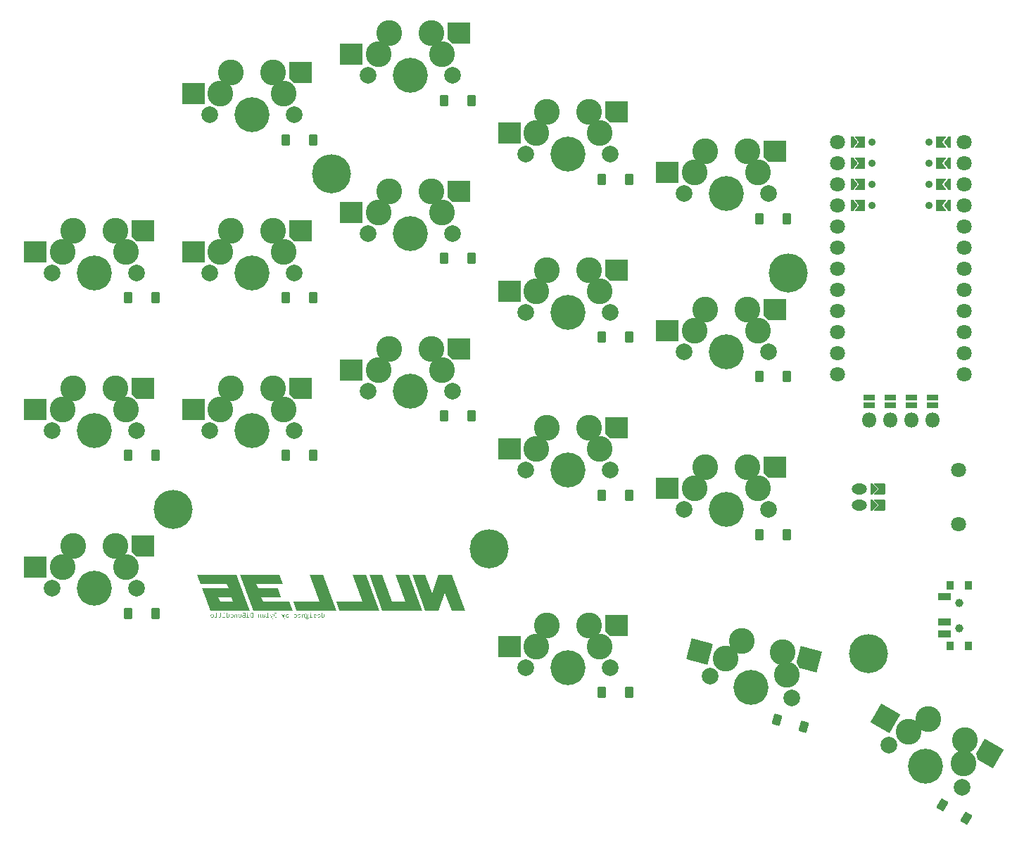
<source format=gbr>
%TF.GenerationSoftware,KiCad,Pcbnew,9.0.7*%
%TF.CreationDate,2026-01-26T01:07:57-05:00*%
%TF.ProjectId,v3,76332e6b-6963-4616-945f-706362585858,rev?*%
%TF.SameCoordinates,Original*%
%TF.FileFunction,Soldermask,Bot*%
%TF.FilePolarity,Negative*%
%FSLAX46Y46*%
G04 Gerber Fmt 4.6, Leading zero omitted, Abs format (unit mm)*
G04 Created by KiCad (PCBNEW 9.0.7) date 2026-01-26 01:07:57*
%MOMM*%
%LPD*%
G01*
G04 APERTURE LIST*
G04 Aperture macros list*
%AMRoundRect*
0 Rectangle with rounded corners*
0 $1 Rounding radius*
0 $2 $3 $4 $5 $6 $7 $8 $9 X,Y pos of 4 corners*
0 Add a 4 corners polygon primitive as box body*
4,1,4,$2,$3,$4,$5,$6,$7,$8,$9,$2,$3,0*
0 Add four circle primitives for the rounded corners*
1,1,$1+$1,$2,$3*
1,1,$1+$1,$4,$5*
1,1,$1+$1,$6,$7*
1,1,$1+$1,$8,$9*
0 Add four rect primitives between the rounded corners*
20,1,$1+$1,$2,$3,$4,$5,0*
20,1,$1+$1,$4,$5,$6,$7,0*
20,1,$1+$1,$6,$7,$8,$9,0*
20,1,$1+$1,$8,$9,$2,$3,0*%
%AMFreePoly0*
4,1,16,0.635355,0.285355,0.650000,0.250000,0.650000,-1.000000,0.635355,-1.035355,0.600000,-1.050000,0.564645,-1.035355,0.000000,-0.470710,-0.564645,-1.035355,-0.600000,-1.050000,-0.635355,-1.035355,-0.650000,-1.000000,-0.650000,0.250000,-0.635355,0.285355,-0.600000,0.300000,0.600000,0.300000,0.635355,0.285355,0.635355,0.285355,$1*%
%AMFreePoly1*
4,1,14,0.035355,0.435355,0.635355,-0.164645,0.650000,-0.200000,0.650000,-0.400000,0.635355,-0.435355,0.600000,-0.450000,-0.600000,-0.450000,-0.635355,-0.435355,-0.650000,-0.400000,-0.650000,-0.200000,-0.635355,-0.164645,-0.035355,0.435355,0.000000,0.450000,0.035355,0.435355,0.035355,0.435355,$1*%
%AMFreePoly2*
4,1,16,-0.214645,0.660355,-0.210957,0.656235,0.289043,0.031235,0.299694,-0.005522,0.289043,-0.031235,-0.210957,-0.656235,-0.244478,-0.674694,-0.250000,-0.675000,-0.500000,-0.675000,-0.535355,-0.660355,-0.550000,-0.625000,-0.550000,0.625000,-0.535355,0.660355,-0.500000,0.675000,-0.250000,0.675000,-0.214645,0.660355,-0.214645,0.660355,$1*%
%AMFreePoly3*
4,1,16,0.535355,0.660355,0.550000,0.625000,0.550000,-0.625000,0.535355,-0.660355,0.500000,-0.675000,-0.650000,-0.675000,-0.685355,-0.660355,-0.700000,-0.625000,-0.689043,-0.593765,-0.214031,0.000000,-0.689043,0.593765,-0.699694,0.630522,-0.681235,0.664043,-0.650000,0.675000,0.500000,0.675000,0.535355,0.660355,0.535355,0.660355,$1*%
%AMFreePoly4*
4,1,14,1.310355,1.285355,1.325000,1.250000,1.325000,-1.250000,1.310355,-1.285355,1.275000,-1.300000,-0.775000,-1.300000,-0.810355,-1.285355,-1.310355,-0.785355,-1.325000,-0.750000,-1.325000,1.250000,-1.310355,1.285355,-1.275000,1.300000,1.275000,1.300000,1.310355,1.285355,1.310355,1.285355,$1*%
G04 Aperture macros list end*
%ADD10C,0.000000*%
%ADD11RoundRect,0.050000X0.450000X0.600000X-0.450000X0.600000X-0.450000X-0.600000X0.450000X-0.600000X0*%
%ADD12RoundRect,0.050000X0.689711X0.294615X-0.089711X0.744615X-0.689711X-0.294615X0.089711X-0.744615X0*%
%ADD13C,4.700000*%
%ADD14FreePoly0,270.000000*%
%ADD15O,1.850000X1.300000*%
%ADD16FreePoly1,270.000000*%
%ADD17FreePoly2,180.000000*%
%ADD18C,1.800000*%
%ADD19FreePoly2,0.000000*%
%ADD20FreePoly3,0.000000*%
%ADD21C,0.900000*%
%ADD22FreePoly3,180.000000*%
%ADD23RoundRect,0.050000X0.589958X0.463087X-0.279375X0.696024X-0.589958X-0.463087X0.279375X-0.696024X0*%
%ADD24O,1.800000X1.800000*%
%ADD25RoundRect,0.050000X-0.600000X0.300000X-0.600000X-0.300000X0.600000X-0.300000X0.600000X0.300000X0*%
%ADD26RoundRect,0.050000X-0.400000X0.500000X-0.400000X-0.500000X0.400000X-0.500000X0.400000X0.500000X0*%
%ADD27C,1.000000*%
%ADD28RoundRect,0.050000X-0.750000X0.350000X-0.750000X-0.350000X0.750000X-0.350000X0.750000X0.350000X0*%
%ADD29C,2.000000*%
%ADD30C,3.100000*%
%ADD31C,4.200000*%
%ADD32RoundRect,0.050000X-1.275000X-1.250000X1.275000X-1.250000X1.275000X1.250000X-1.275000X1.250000X0*%
%ADD33FreePoly4,0.000000*%
%ADD34RoundRect,0.050000X-1.555079X-0.877413X0.908032X-1.537402X1.555079X0.877413X-0.908032X1.537402X0*%
%ADD35FreePoly4,345.000000*%
%ADD36RoundRect,0.050000X-1.729182X-0.445032X0.479182X-1.720032X1.729182X0.445032X-0.479182X1.720032X0*%
%ADD37FreePoly4,330.000000*%
G04 APERTURE END LIST*
D10*
G36*
X110292659Y-119794290D02*
G01*
X110295931Y-119794430D01*
X110299073Y-119794662D01*
X110302085Y-119794988D01*
X110304968Y-119795407D01*
X110307721Y-119795918D01*
X110310345Y-119796523D01*
X110312840Y-119797220D01*
X110315205Y-119798011D01*
X110317441Y-119798895D01*
X110319548Y-119799871D01*
X110321526Y-119800941D01*
X110323375Y-119802104D01*
X110325095Y-119803359D01*
X110326687Y-119804708D01*
X110328150Y-119806150D01*
X110329491Y-119807563D01*
X110330746Y-119809026D01*
X110331916Y-119810539D01*
X110332999Y-119812102D01*
X110333997Y-119813714D01*
X110334908Y-119815375D01*
X110335734Y-119817087D01*
X110336472Y-119818848D01*
X110337125Y-119820659D01*
X110337691Y-119822519D01*
X110338170Y-119824429D01*
X110338562Y-119826389D01*
X110338867Y-119828398D01*
X110339086Y-119830458D01*
X110339217Y-119832566D01*
X110339260Y-119834725D01*
X110339260Y-119847425D01*
X110339217Y-119849586D01*
X110339086Y-119851704D01*
X110338867Y-119853779D01*
X110338562Y-119855810D01*
X110338170Y-119857798D01*
X110337691Y-119859742D01*
X110337125Y-119861642D01*
X110336472Y-119863499D01*
X110335734Y-119865313D01*
X110334908Y-119867083D01*
X110333997Y-119868810D01*
X110332999Y-119870494D01*
X110331916Y-119872134D01*
X110330746Y-119873731D01*
X110329491Y-119875284D01*
X110328150Y-119876794D01*
X110326687Y-119878139D01*
X110325095Y-119879398D01*
X110323375Y-119880569D01*
X110321526Y-119881654D01*
X110319548Y-119882653D01*
X110317441Y-119883564D01*
X110315205Y-119884389D01*
X110312840Y-119885127D01*
X110310345Y-119885779D01*
X110307721Y-119886343D01*
X110304968Y-119886821D01*
X110302085Y-119887211D01*
X110299073Y-119887515D01*
X110295931Y-119887733D01*
X110292659Y-119887863D01*
X110289256Y-119887906D01*
X110285840Y-119887863D01*
X110282555Y-119887733D01*
X110279402Y-119887515D01*
X110276381Y-119887211D01*
X110273492Y-119886821D01*
X110270734Y-119886343D01*
X110268107Y-119885779D01*
X110265612Y-119885127D01*
X110263248Y-119884389D01*
X110261015Y-119883564D01*
X110258912Y-119882653D01*
X110256941Y-119881654D01*
X110255100Y-119880569D01*
X110253390Y-119879398D01*
X110251810Y-119878139D01*
X110250360Y-119876794D01*
X110249006Y-119875284D01*
X110247741Y-119873731D01*
X110246565Y-119872134D01*
X110245477Y-119870494D01*
X110244478Y-119868810D01*
X110243567Y-119867083D01*
X110242744Y-119865313D01*
X110242008Y-119863499D01*
X110241360Y-119861642D01*
X110240799Y-119859742D01*
X110240325Y-119857798D01*
X110239937Y-119855810D01*
X110239636Y-119853779D01*
X110239422Y-119851704D01*
X110239293Y-119849586D01*
X110239250Y-119847425D01*
X110239250Y-119834725D01*
X110239293Y-119832566D01*
X110239422Y-119830458D01*
X110239636Y-119828398D01*
X110239937Y-119826389D01*
X110240325Y-119824429D01*
X110240799Y-119822519D01*
X110241360Y-119820659D01*
X110242008Y-119818848D01*
X110242744Y-119817087D01*
X110243567Y-119815375D01*
X110244478Y-119813714D01*
X110245477Y-119812102D01*
X110246565Y-119810539D01*
X110247741Y-119809026D01*
X110249006Y-119807563D01*
X110250360Y-119806150D01*
X110251810Y-119804708D01*
X110253390Y-119803359D01*
X110255100Y-119802104D01*
X110256941Y-119800941D01*
X110258912Y-119799871D01*
X110261015Y-119798895D01*
X110263248Y-119798011D01*
X110265612Y-119797220D01*
X110268107Y-119796523D01*
X110270734Y-119795918D01*
X110273492Y-119795407D01*
X110276381Y-119794988D01*
X110279402Y-119794662D01*
X110282555Y-119794430D01*
X110285840Y-119794290D01*
X110289256Y-119794244D01*
X110292659Y-119794290D01*
G37*
G36*
X118092372Y-120387969D02*
G01*
X118028873Y-120387969D01*
X118028873Y-120321294D01*
X118025698Y-120321294D01*
X118020559Y-120330521D01*
X118015053Y-120339153D01*
X118009180Y-120347190D01*
X118002941Y-120354631D01*
X117996336Y-120361478D01*
X117989364Y-120367728D01*
X117982026Y-120373384D01*
X117974321Y-120378444D01*
X117966250Y-120382909D01*
X117957813Y-120386778D01*
X117949008Y-120390052D01*
X117939838Y-120392731D01*
X117930301Y-120394815D01*
X117920397Y-120396303D01*
X117910127Y-120397196D01*
X117899491Y-120397494D01*
X117890199Y-120397274D01*
X117881167Y-120396613D01*
X117872394Y-120395512D01*
X117863880Y-120393971D01*
X117855625Y-120391990D01*
X117847630Y-120389568D01*
X117839895Y-120386706D01*
X117832420Y-120383404D01*
X117825206Y-120379661D01*
X117818252Y-120375479D01*
X117811559Y-120370856D01*
X117805128Y-120365793D01*
X117798957Y-120360289D01*
X117793049Y-120354346D01*
X117787402Y-120347962D01*
X117782017Y-120341138D01*
X117776826Y-120333917D01*
X117771971Y-120326342D01*
X117767450Y-120318414D01*
X117763264Y-120310133D01*
X117759413Y-120301497D01*
X117755897Y-120292508D01*
X117752716Y-120283166D01*
X117749870Y-120273470D01*
X117747358Y-120263421D01*
X117745182Y-120253018D01*
X117743340Y-120242262D01*
X117741833Y-120231153D01*
X117740661Y-120219690D01*
X117739824Y-120207874D01*
X117739322Y-120195704D01*
X117739154Y-120183181D01*
X117739322Y-120170659D01*
X117739824Y-120158489D01*
X117740549Y-120148256D01*
X117807416Y-120148256D01*
X117807416Y-120218106D01*
X117807537Y-120224968D01*
X117807900Y-120231663D01*
X117808504Y-120238190D01*
X117809351Y-120244549D01*
X117810439Y-120250740D01*
X117811770Y-120256765D01*
X117813342Y-120262621D01*
X117815156Y-120268311D01*
X117817212Y-120273833D01*
X117819509Y-120279187D01*
X117822049Y-120284374D01*
X117824830Y-120289394D01*
X117827854Y-120294247D01*
X117831119Y-120298932D01*
X117834626Y-120303449D01*
X117838374Y-120307800D01*
X117842239Y-120311837D01*
X117846303Y-120315613D01*
X117850565Y-120319129D01*
X117855027Y-120322385D01*
X117859688Y-120325380D01*
X117864548Y-120328115D01*
X117869607Y-120330589D01*
X117874865Y-120332803D01*
X117880322Y-120334757D01*
X117885978Y-120336450D01*
X117891834Y-120337882D01*
X117897888Y-120339054D01*
X117904142Y-120339966D01*
X117910595Y-120340617D01*
X117917247Y-120341008D01*
X117924098Y-120341138D01*
X117929418Y-120341051D01*
X117934664Y-120340791D01*
X117939836Y-120340357D01*
X117944934Y-120339750D01*
X117949957Y-120338969D01*
X117954906Y-120338013D01*
X117959780Y-120336884D01*
X117964580Y-120335581D01*
X117966943Y-120334868D01*
X117969268Y-120334117D01*
X117971556Y-120333329D01*
X117973807Y-120332505D01*
X117976021Y-120331643D01*
X117978197Y-120330744D01*
X117980337Y-120329808D01*
X117982439Y-120328834D01*
X117984504Y-120327824D01*
X117986531Y-120326776D01*
X117988522Y-120325691D01*
X117990475Y-120324569D01*
X117992391Y-120323409D01*
X117994270Y-120322212D01*
X117996112Y-120320978D01*
X117997917Y-120319706D01*
X117999681Y-120318302D01*
X118001403Y-120316867D01*
X118003082Y-120315401D01*
X118004717Y-120313903D01*
X118006310Y-120312375D01*
X118007859Y-120310815D01*
X118009364Y-120309225D01*
X118010826Y-120307603D01*
X118012244Y-120305951D01*
X118013618Y-120304267D01*
X118014948Y-120302552D01*
X118016234Y-120300807D01*
X118017476Y-120299030D01*
X118018674Y-120297222D01*
X118019827Y-120295383D01*
X118020935Y-120293513D01*
X118021901Y-120291510D01*
X118022803Y-120289470D01*
X118023643Y-120287393D01*
X118024420Y-120285278D01*
X118025133Y-120283126D01*
X118025784Y-120280937D01*
X118026373Y-120278711D01*
X118026899Y-120276447D01*
X118027362Y-120274146D01*
X118027764Y-120271808D01*
X118028103Y-120269433D01*
X118028381Y-120267020D01*
X118028596Y-120264571D01*
X118028750Y-120262084D01*
X118028842Y-120259560D01*
X118028873Y-120257000D01*
X118028873Y-120109362D01*
X118028842Y-120106805D01*
X118028750Y-120104291D01*
X118028596Y-120101820D01*
X118028381Y-120099392D01*
X118028103Y-120097008D01*
X118027764Y-120094667D01*
X118027362Y-120092370D01*
X118026899Y-120090116D01*
X118026373Y-120087905D01*
X118025784Y-120085738D01*
X118025133Y-120083614D01*
X118024420Y-120081533D01*
X118023643Y-120079496D01*
X118022803Y-120077502D01*
X118021901Y-120075551D01*
X118020935Y-120073644D01*
X118019827Y-120071681D01*
X118018674Y-120069763D01*
X118017476Y-120067887D01*
X118016234Y-120066055D01*
X118014948Y-120064266D01*
X118013618Y-120062521D01*
X118012244Y-120060819D01*
X118010826Y-120059160D01*
X118009364Y-120057544D01*
X118007859Y-120055972D01*
X118006310Y-120054443D01*
X118004717Y-120052958D01*
X118003082Y-120051516D01*
X118001403Y-120050117D01*
X117999681Y-120048762D01*
X117997917Y-120047450D01*
X117996112Y-120046083D01*
X117994270Y-120044759D01*
X117992391Y-120043479D01*
X117990475Y-120042242D01*
X117988522Y-120041049D01*
X117986531Y-120039899D01*
X117984504Y-120038792D01*
X117982439Y-120037729D01*
X117980337Y-120036708D01*
X117978197Y-120035732D01*
X117976021Y-120034798D01*
X117973807Y-120033908D01*
X117971556Y-120033061D01*
X117969268Y-120032258D01*
X117966943Y-120031498D01*
X117964580Y-120030781D01*
X117959780Y-120029478D01*
X117954906Y-120028349D01*
X117949957Y-120027394D01*
X117944934Y-120026613D01*
X117939836Y-120026006D01*
X117934664Y-120025572D01*
X117929418Y-120025312D01*
X117924098Y-120025225D01*
X117917247Y-120025358D01*
X117910595Y-120025758D01*
X117904142Y-120026425D01*
X117897888Y-120027358D01*
X117891834Y-120028558D01*
X117885978Y-120030024D01*
X117880322Y-120031757D01*
X117874865Y-120033757D01*
X117869607Y-120036023D01*
X117864548Y-120038556D01*
X117859688Y-120041356D01*
X117855027Y-120044423D01*
X117850565Y-120047756D01*
X117846303Y-120051356D01*
X117842239Y-120055223D01*
X117838374Y-120059356D01*
X117834626Y-120063610D01*
X117831119Y-120068038D01*
X117827854Y-120072639D01*
X117824830Y-120077414D01*
X117822049Y-120082362D01*
X117819509Y-120087484D01*
X117817212Y-120092780D01*
X117815156Y-120098249D01*
X117813342Y-120103892D01*
X117811770Y-120109709D01*
X117810439Y-120115699D01*
X117809351Y-120121863D01*
X117808504Y-120128201D01*
X117807900Y-120134712D01*
X117807537Y-120141397D01*
X117807416Y-120148256D01*
X117740549Y-120148256D01*
X117740661Y-120146673D01*
X117741833Y-120135210D01*
X117743340Y-120124100D01*
X117745182Y-120113344D01*
X117747358Y-120102942D01*
X117749870Y-120092892D01*
X117752716Y-120083197D01*
X117755897Y-120073854D01*
X117759413Y-120064866D01*
X117763264Y-120056230D01*
X117767450Y-120047949D01*
X117771971Y-120040021D01*
X117776826Y-120032446D01*
X117782017Y-120025225D01*
X117787402Y-120018401D01*
X117793049Y-120012017D01*
X117798957Y-120006074D01*
X117805128Y-120000570D01*
X117811559Y-119995507D01*
X117818252Y-119990884D01*
X117825206Y-119986701D01*
X117832420Y-119982959D01*
X117839895Y-119979657D01*
X117847630Y-119976795D01*
X117855625Y-119974373D01*
X117863880Y-119972391D01*
X117872394Y-119970850D01*
X117881167Y-119969749D01*
X117890199Y-119969089D01*
X117899491Y-119968869D01*
X117910127Y-119969166D01*
X117915308Y-119969538D01*
X117920397Y-119970059D01*
X117925395Y-119970729D01*
X117930301Y-119971548D01*
X117935115Y-119972515D01*
X117939838Y-119973631D01*
X117944469Y-119974896D01*
X117949008Y-119976310D01*
X117953456Y-119977873D01*
X117957813Y-119979584D01*
X117962077Y-119981445D01*
X117966250Y-119983454D01*
X117970332Y-119985612D01*
X117974321Y-119987919D01*
X117978220Y-119990374D01*
X117982026Y-119992979D01*
X117985741Y-119995732D01*
X117989364Y-119998634D01*
X117992896Y-120001685D01*
X117996336Y-120004885D01*
X117999685Y-120008234D01*
X118002941Y-120011731D01*
X118006107Y-120015378D01*
X118009180Y-120019173D01*
X118012162Y-120023117D01*
X118015053Y-120027210D01*
X118017852Y-120031451D01*
X118020559Y-120035842D01*
X118023174Y-120040381D01*
X118025698Y-120045069D01*
X118028873Y-120045069D01*
X118028873Y-119800594D01*
X118092372Y-119800594D01*
X118092372Y-120109362D01*
X118092372Y-120387969D01*
G37*
G36*
X113148267Y-119794290D02*
G01*
X113151551Y-119794430D01*
X113154704Y-119794662D01*
X113157725Y-119794988D01*
X113160615Y-119795407D01*
X113163372Y-119795918D01*
X113165999Y-119796523D01*
X113168494Y-119797220D01*
X113170858Y-119798011D01*
X113173091Y-119798895D01*
X113175193Y-119799871D01*
X113177164Y-119800941D01*
X113179004Y-119802104D01*
X113180714Y-119803359D01*
X113182293Y-119804708D01*
X113183742Y-119806150D01*
X113185097Y-119807563D01*
X113186362Y-119809026D01*
X113187539Y-119810539D01*
X113188627Y-119812102D01*
X113189627Y-119813714D01*
X113190539Y-119815375D01*
X113191362Y-119817087D01*
X113192098Y-119818848D01*
X113192747Y-119820659D01*
X113193308Y-119822519D01*
X113193782Y-119824429D01*
X113194169Y-119826389D01*
X113194470Y-119828398D01*
X113194685Y-119830458D01*
X113194814Y-119832566D01*
X113194856Y-119834725D01*
X113194856Y-119847425D01*
X113194814Y-119849586D01*
X113194685Y-119851704D01*
X113194470Y-119853779D01*
X113194169Y-119855810D01*
X113193782Y-119857798D01*
X113193308Y-119859742D01*
X113192747Y-119861642D01*
X113192098Y-119863499D01*
X113191362Y-119865313D01*
X113190539Y-119867083D01*
X113189627Y-119868810D01*
X113188627Y-119870494D01*
X113187539Y-119872134D01*
X113186362Y-119873731D01*
X113185097Y-119875284D01*
X113183742Y-119876794D01*
X113182293Y-119878139D01*
X113180714Y-119879398D01*
X113179004Y-119880569D01*
X113177164Y-119881654D01*
X113175193Y-119882653D01*
X113173091Y-119883564D01*
X113170858Y-119884389D01*
X113168494Y-119885127D01*
X113165999Y-119885779D01*
X113163372Y-119886343D01*
X113160615Y-119886821D01*
X113157725Y-119887211D01*
X113154704Y-119887515D01*
X113151551Y-119887733D01*
X113148267Y-119887863D01*
X113144850Y-119887906D01*
X113141447Y-119887863D01*
X113138175Y-119887733D01*
X113135032Y-119887515D01*
X113132019Y-119887211D01*
X113129137Y-119886821D01*
X113126383Y-119886343D01*
X113123760Y-119885779D01*
X113121265Y-119885127D01*
X113118901Y-119884389D01*
X113116665Y-119883564D01*
X113114558Y-119882653D01*
X113112580Y-119881654D01*
X113110732Y-119880569D01*
X113109011Y-119879398D01*
X113107420Y-119878139D01*
X113105956Y-119876794D01*
X113104615Y-119875284D01*
X113103359Y-119873731D01*
X113102189Y-119872134D01*
X113101105Y-119870494D01*
X113100107Y-119868810D01*
X113099196Y-119867083D01*
X113098370Y-119865313D01*
X113097631Y-119863499D01*
X113096979Y-119861642D01*
X113096413Y-119859742D01*
X113095934Y-119857798D01*
X113095542Y-119855810D01*
X113095237Y-119853779D01*
X113095019Y-119851704D01*
X113094888Y-119849586D01*
X113094844Y-119847425D01*
X113094844Y-119834725D01*
X113094888Y-119832566D01*
X113095019Y-119830458D01*
X113095237Y-119828398D01*
X113095542Y-119826389D01*
X113095934Y-119824429D01*
X113096413Y-119822519D01*
X113096979Y-119820659D01*
X113097631Y-119818848D01*
X113098370Y-119817087D01*
X113099196Y-119815375D01*
X113100107Y-119813714D01*
X113101105Y-119812102D01*
X113102189Y-119810539D01*
X113103359Y-119809026D01*
X113104615Y-119807563D01*
X113105956Y-119806150D01*
X113107420Y-119804708D01*
X113109011Y-119803359D01*
X113110732Y-119802104D01*
X113112580Y-119800941D01*
X113114558Y-119799871D01*
X113116665Y-119798895D01*
X113118901Y-119798011D01*
X113121265Y-119797220D01*
X113123760Y-119796523D01*
X113126383Y-119795918D01*
X113129137Y-119795407D01*
X113132019Y-119794988D01*
X113135032Y-119794662D01*
X113138175Y-119794430D01*
X113141447Y-119794290D01*
X113144850Y-119794244D01*
X113148267Y-119794290D01*
G37*
G36*
X115724616Y-119854569D02*
G01*
X115581741Y-119854569D01*
X115581741Y-120333994D01*
X115724616Y-120333994D01*
X115724616Y-120387969D01*
X115375368Y-120387969D01*
X115375368Y-120333994D01*
X115518243Y-120333994D01*
X115518243Y-119800594D01*
X115724616Y-119800594D01*
X115724616Y-119854569D01*
G37*
G36*
X113324239Y-120032369D02*
G01*
X113176599Y-120032369D01*
X113176599Y-120333994D01*
X113324239Y-120333994D01*
X113324239Y-120387969D01*
X112974988Y-120387969D01*
X112974988Y-120333994D01*
X113113100Y-120333994D01*
X113113100Y-119978394D01*
X113324239Y-119978394D01*
X113324239Y-120032369D01*
G37*
G36*
X109071726Y-120159516D02*
G01*
X109072319Y-120171212D01*
X109072516Y-120183181D01*
X109072319Y-120195335D01*
X109071726Y-120207192D01*
X109070737Y-120218751D01*
X109069351Y-120230013D01*
X109067567Y-120240977D01*
X109066525Y-120246347D01*
X109065383Y-120251643D01*
X109064142Y-120256864D01*
X109062800Y-120262011D01*
X109061358Y-120267084D01*
X109059815Y-120272081D01*
X109058194Y-120276903D01*
X109056483Y-120281644D01*
X109054683Y-120286305D01*
X109052794Y-120290884D01*
X109050817Y-120295383D01*
X109048752Y-120299802D01*
X109046599Y-120304139D01*
X109044358Y-120308396D01*
X109042030Y-120312573D01*
X109039614Y-120316668D01*
X109037112Y-120320684D01*
X109034523Y-120324618D01*
X109031847Y-120328472D01*
X109029085Y-120332245D01*
X109026238Y-120335938D01*
X109023304Y-120339550D01*
X109020200Y-120342973D01*
X109017019Y-120346296D01*
X109013763Y-120349520D01*
X109010431Y-120352645D01*
X109007023Y-120355671D01*
X109003539Y-120358598D01*
X108999980Y-120361426D01*
X108996345Y-120364154D01*
X108992635Y-120366784D01*
X108988850Y-120369314D01*
X108984990Y-120371745D01*
X108981055Y-120374077D01*
X108977045Y-120376309D01*
X108972960Y-120378443D01*
X108968800Y-120380477D01*
X108964566Y-120382413D01*
X108960174Y-120384239D01*
X108955718Y-120385948D01*
X108951199Y-120387539D01*
X108946618Y-120389012D01*
X108941973Y-120390367D01*
X108937266Y-120391604D01*
X108932497Y-120392723D01*
X108927665Y-120393724D01*
X108922771Y-120394608D01*
X108917815Y-120395374D01*
X108912797Y-120396021D01*
X108907716Y-120396552D01*
X108902574Y-120396964D01*
X108897371Y-120397258D01*
X108892105Y-120397435D01*
X108886778Y-120397494D01*
X108881455Y-120397435D01*
X108876200Y-120397258D01*
X108871014Y-120396964D01*
X108865896Y-120396552D01*
X108860847Y-120396021D01*
X108855866Y-120395374D01*
X108850953Y-120394608D01*
X108846108Y-120393724D01*
X108841332Y-120392723D01*
X108836622Y-120391604D01*
X108831981Y-120390367D01*
X108827407Y-120389012D01*
X108822901Y-120387539D01*
X108818462Y-120385948D01*
X108814090Y-120384239D01*
X108809785Y-120382413D01*
X108805467Y-120380477D01*
X108801235Y-120378443D01*
X108797089Y-120376309D01*
X108793028Y-120374077D01*
X108789054Y-120371745D01*
X108785165Y-120369314D01*
X108781363Y-120366784D01*
X108777648Y-120364154D01*
X108774019Y-120361426D01*
X108770476Y-120358598D01*
X108767021Y-120355671D01*
X108763652Y-120352645D01*
X108760370Y-120349520D01*
X108757175Y-120346296D01*
X108754067Y-120342973D01*
X108751047Y-120339550D01*
X108748027Y-120335938D01*
X108745098Y-120332245D01*
X108742260Y-120328472D01*
X108739514Y-120324618D01*
X108736860Y-120320684D01*
X108734297Y-120316668D01*
X108731826Y-120312573D01*
X108729447Y-120308396D01*
X108727160Y-120304139D01*
X108724966Y-120299802D01*
X108722863Y-120295383D01*
X108720853Y-120290884D01*
X108718936Y-120286305D01*
X108717111Y-120281644D01*
X108715379Y-120276903D01*
X108713739Y-120272081D01*
X108710779Y-120262011D01*
X108708207Y-120251643D01*
X108706026Y-120240977D01*
X108704237Y-120230013D01*
X108702842Y-120218751D01*
X108701844Y-120207192D01*
X108701244Y-120195335D01*
X108701043Y-120183181D01*
X108701244Y-120171212D01*
X108701844Y-120159516D01*
X108702342Y-120153812D01*
X108768508Y-120153812D01*
X108768508Y-120212550D01*
X108768636Y-120220748D01*
X108769018Y-120228673D01*
X108769655Y-120236325D01*
X108770546Y-120243704D01*
X108771692Y-120250811D01*
X108773092Y-120257644D01*
X108774747Y-120264205D01*
X108776655Y-120270493D01*
X108778817Y-120276508D01*
X108781233Y-120282250D01*
X108783903Y-120287719D01*
X108786827Y-120292916D01*
X108790003Y-120297840D01*
X108793433Y-120302491D01*
X108797117Y-120306869D01*
X108801053Y-120310975D01*
X108805211Y-120314820D01*
X108809529Y-120318417D01*
X108814007Y-120321766D01*
X108818645Y-120324867D01*
X108823443Y-120327719D01*
X108828401Y-120330324D01*
X108833519Y-120332680D01*
X108838797Y-120334789D01*
X108844235Y-120336649D01*
X108849832Y-120338261D01*
X108855590Y-120339625D01*
X108861508Y-120340741D01*
X108867585Y-120341609D01*
X108873823Y-120342229D01*
X108880221Y-120342601D01*
X108886778Y-120342725D01*
X108893350Y-120342601D01*
X108899760Y-120342229D01*
X108906008Y-120341609D01*
X108912094Y-120340741D01*
X108918019Y-120339625D01*
X108923781Y-120338261D01*
X108929381Y-120336649D01*
X108934820Y-120334789D01*
X108940097Y-120332680D01*
X108945212Y-120330324D01*
X108950165Y-120327719D01*
X108954957Y-120324867D01*
X108959586Y-120321766D01*
X108964054Y-120318417D01*
X108968360Y-120314820D01*
X108972504Y-120310975D01*
X108976453Y-120306869D01*
X108980146Y-120302491D01*
X108983583Y-120297840D01*
X108986764Y-120292916D01*
X108989689Y-120287719D01*
X108992358Y-120282250D01*
X108994772Y-120276508D01*
X108996931Y-120270493D01*
X108998835Y-120264205D01*
X109000484Y-120257644D01*
X109001879Y-120250811D01*
X109003020Y-120243704D01*
X109003907Y-120236325D01*
X109004540Y-120228673D01*
X109004920Y-120220748D01*
X109005046Y-120212550D01*
X109005046Y-120153812D01*
X109004920Y-120145614D01*
X109004540Y-120137689D01*
X109003907Y-120130037D01*
X109003020Y-120122658D01*
X109001879Y-120115552D01*
X109000484Y-120108718D01*
X108998835Y-120102158D01*
X108996931Y-120095870D01*
X108994772Y-120089855D01*
X108992358Y-120084112D01*
X108989689Y-120078643D01*
X108986764Y-120073446D01*
X108983583Y-120068523D01*
X108980146Y-120063871D01*
X108976453Y-120059493D01*
X108972504Y-120055387D01*
X108968360Y-120051542D01*
X108964054Y-120047945D01*
X108959586Y-120044596D01*
X108954957Y-120041496D01*
X108950165Y-120038643D01*
X108945212Y-120036039D01*
X108940097Y-120033682D01*
X108934820Y-120031574D01*
X108929381Y-120029714D01*
X108923781Y-120028102D01*
X108918019Y-120026738D01*
X108912094Y-120025622D01*
X108906008Y-120024754D01*
X108899760Y-120024134D01*
X108893350Y-120023762D01*
X108886778Y-120023638D01*
X108880221Y-120023762D01*
X108873823Y-120024134D01*
X108867585Y-120024754D01*
X108861508Y-120025622D01*
X108855590Y-120026738D01*
X108849832Y-120028102D01*
X108844235Y-120029714D01*
X108838797Y-120031574D01*
X108833519Y-120033682D01*
X108828401Y-120036039D01*
X108823443Y-120038643D01*
X108818645Y-120041496D01*
X108814007Y-120044596D01*
X108809529Y-120047945D01*
X108805211Y-120051542D01*
X108801053Y-120055387D01*
X108797117Y-120059493D01*
X108793433Y-120063871D01*
X108790003Y-120068523D01*
X108786827Y-120073446D01*
X108783903Y-120078643D01*
X108781233Y-120084112D01*
X108778817Y-120089855D01*
X108776655Y-120095870D01*
X108774747Y-120102158D01*
X108773092Y-120108718D01*
X108771692Y-120115552D01*
X108770546Y-120122658D01*
X108769655Y-120130037D01*
X108769018Y-120137689D01*
X108768636Y-120145614D01*
X108768508Y-120153812D01*
X108702342Y-120153812D01*
X108702842Y-120148093D01*
X108704237Y-120136943D01*
X108706026Y-120126066D01*
X108708207Y-120115463D01*
X108710779Y-120105132D01*
X108712210Y-120100070D01*
X108713739Y-120095075D01*
X108715379Y-120090161D01*
X108717111Y-120085340D01*
X108718936Y-120080611D01*
X108720853Y-120075976D01*
X108722863Y-120071434D01*
X108724966Y-120066984D01*
X108727160Y-120062627D01*
X108729447Y-120058364D01*
X108731826Y-120054193D01*
X108734297Y-120050116D01*
X108736860Y-120046131D01*
X108739514Y-120042240D01*
X108742260Y-120038442D01*
X108745098Y-120034737D01*
X108748027Y-120031125D01*
X108751047Y-120027606D01*
X108754067Y-120024087D01*
X108757175Y-120020673D01*
X108760370Y-120017365D01*
X108763652Y-120014162D01*
X108767021Y-120011065D01*
X108770476Y-120008073D01*
X108774019Y-120005187D01*
X108777648Y-120002406D01*
X108781363Y-119999730D01*
X108785165Y-119997160D01*
X108789054Y-119994695D01*
X108793028Y-119992335D01*
X108797089Y-119990081D01*
X108801235Y-119987932D01*
X108805467Y-119985888D01*
X108809785Y-119983950D01*
X108814090Y-119982123D01*
X108818462Y-119980415D01*
X108822901Y-119978824D01*
X108827407Y-119977351D01*
X108831981Y-119975996D01*
X108836622Y-119974759D01*
X108841332Y-119973639D01*
X108846108Y-119972638D01*
X108850953Y-119971754D01*
X108855866Y-119970989D01*
X108860847Y-119970341D01*
X108865896Y-119969811D01*
X108871014Y-119969399D01*
X108876200Y-119969104D01*
X108881455Y-119968928D01*
X108886778Y-119968869D01*
X108892105Y-119968928D01*
X108897371Y-119969104D01*
X108902574Y-119969399D01*
X108907716Y-119969811D01*
X108912797Y-119970341D01*
X108917815Y-119970989D01*
X108922771Y-119971754D01*
X108927665Y-119972638D01*
X108932497Y-119973639D01*
X108937266Y-119974759D01*
X108941973Y-119975996D01*
X108946618Y-119977351D01*
X108951199Y-119978824D01*
X108955718Y-119980415D01*
X108960174Y-119982123D01*
X108964566Y-119983950D01*
X108968800Y-119985888D01*
X108972960Y-119987932D01*
X108977045Y-119990081D01*
X108981055Y-119992335D01*
X108984990Y-119994695D01*
X108988850Y-119997160D01*
X108992635Y-119999730D01*
X108996345Y-120002406D01*
X108999980Y-120005187D01*
X109003539Y-120008073D01*
X109007023Y-120011065D01*
X109010431Y-120014162D01*
X109013763Y-120017365D01*
X109017019Y-120020673D01*
X109020200Y-120024087D01*
X109023304Y-120027606D01*
X109026238Y-120031125D01*
X109029085Y-120034737D01*
X109031847Y-120038442D01*
X109034523Y-120042240D01*
X109037112Y-120046131D01*
X109039614Y-120050116D01*
X109042030Y-120054193D01*
X109044358Y-120058364D01*
X109046599Y-120062627D01*
X109048752Y-120066984D01*
X109050817Y-120071434D01*
X109052794Y-120075976D01*
X109054683Y-120080611D01*
X109056483Y-120085340D01*
X109058194Y-120090161D01*
X109059815Y-120095075D01*
X109062800Y-120105132D01*
X109065383Y-120115463D01*
X109067567Y-120126066D01*
X109069351Y-120136943D01*
X109070737Y-120148093D01*
X109071232Y-120153812D01*
X109071726Y-120159516D01*
G37*
G36*
X120763331Y-119794290D02*
G01*
X120766604Y-119794430D01*
X120769746Y-119794662D01*
X120772759Y-119794988D01*
X120775642Y-119795407D01*
X120778395Y-119795918D01*
X120781019Y-119796523D01*
X120783513Y-119797220D01*
X120785878Y-119798011D01*
X120788114Y-119798895D01*
X120790221Y-119799871D01*
X120792198Y-119800941D01*
X120794047Y-119802104D01*
X120795768Y-119803359D01*
X120797359Y-119804708D01*
X120798823Y-119806150D01*
X120800164Y-119807563D01*
X120801419Y-119809026D01*
X120802589Y-119810539D01*
X120803673Y-119812102D01*
X120804671Y-119813714D01*
X120805582Y-119815375D01*
X120806408Y-119817087D01*
X120807147Y-119818848D01*
X120807799Y-119820659D01*
X120808365Y-119822519D01*
X120808844Y-119824429D01*
X120809236Y-119826389D01*
X120809542Y-119828398D01*
X120809760Y-119830458D01*
X120809891Y-119832566D01*
X120809935Y-119834725D01*
X120809935Y-119847425D01*
X120809891Y-119849586D01*
X120809760Y-119851704D01*
X120809542Y-119853779D01*
X120809236Y-119855810D01*
X120808844Y-119857798D01*
X120808365Y-119859742D01*
X120807799Y-119861642D01*
X120807147Y-119863499D01*
X120806408Y-119865313D01*
X120805582Y-119867083D01*
X120804671Y-119868810D01*
X120803673Y-119870494D01*
X120802589Y-119872134D01*
X120801419Y-119873731D01*
X120800164Y-119875284D01*
X120798823Y-119876794D01*
X120797359Y-119878139D01*
X120795768Y-119879398D01*
X120794047Y-119880569D01*
X120792198Y-119881654D01*
X120790221Y-119882653D01*
X120788114Y-119883564D01*
X120785878Y-119884389D01*
X120783513Y-119885127D01*
X120781019Y-119885779D01*
X120778395Y-119886343D01*
X120775642Y-119886821D01*
X120772759Y-119887211D01*
X120769746Y-119887515D01*
X120766604Y-119887733D01*
X120763331Y-119887863D01*
X120759929Y-119887906D01*
X120756512Y-119887863D01*
X120753227Y-119887733D01*
X120750074Y-119887515D01*
X120747053Y-119887211D01*
X120744164Y-119886821D01*
X120741406Y-119886343D01*
X120738779Y-119885779D01*
X120736284Y-119885127D01*
X120733920Y-119884389D01*
X120731687Y-119883564D01*
X120729585Y-119882653D01*
X120727614Y-119881654D01*
X120725773Y-119880569D01*
X120724063Y-119879398D01*
X120722484Y-119878139D01*
X120721035Y-119876794D01*
X120719680Y-119875284D01*
X120718415Y-119873731D01*
X120717238Y-119872134D01*
X120716150Y-119870494D01*
X120715151Y-119868810D01*
X120714239Y-119867083D01*
X120713416Y-119865313D01*
X120712680Y-119863499D01*
X120712032Y-119861642D01*
X120711470Y-119859742D01*
X120710996Y-119857798D01*
X120710609Y-119855810D01*
X120710308Y-119853779D01*
X120710093Y-119851704D01*
X120709964Y-119849586D01*
X120709921Y-119847425D01*
X120709921Y-119834725D01*
X120709964Y-119832566D01*
X120710093Y-119830458D01*
X120710308Y-119828398D01*
X120710609Y-119826389D01*
X120710996Y-119824429D01*
X120711470Y-119822519D01*
X120712032Y-119820659D01*
X120712680Y-119818848D01*
X120713416Y-119817087D01*
X120714239Y-119815375D01*
X120715151Y-119813714D01*
X120716150Y-119812102D01*
X120717238Y-119810539D01*
X120718415Y-119809026D01*
X120719680Y-119807563D01*
X120721035Y-119806150D01*
X120722484Y-119804708D01*
X120724063Y-119803359D01*
X120725773Y-119802104D01*
X120727614Y-119800941D01*
X120729585Y-119799871D01*
X120731687Y-119798895D01*
X120733920Y-119798011D01*
X120736284Y-119797220D01*
X120738779Y-119796523D01*
X120741406Y-119795918D01*
X120744164Y-119795407D01*
X120747053Y-119794988D01*
X120750074Y-119794662D01*
X120753227Y-119794430D01*
X120756512Y-119794290D01*
X120759929Y-119794244D01*
X120763331Y-119794290D01*
G37*
G36*
X109906985Y-119941087D02*
G01*
X109907018Y-119943620D01*
X109907119Y-119946060D01*
X109907287Y-119948407D01*
X109907523Y-119950661D01*
X109907827Y-119952822D01*
X109908198Y-119954891D01*
X109908639Y-119956866D01*
X109909148Y-119958748D01*
X109909725Y-119960538D01*
X109910372Y-119962234D01*
X109911088Y-119963837D01*
X109911874Y-119965347D01*
X109912729Y-119966764D01*
X109913655Y-119968088D01*
X109914650Y-119969319D01*
X109915717Y-119970456D01*
X109916749Y-119971418D01*
X109917882Y-119972317D01*
X109919116Y-119973155D01*
X109920449Y-119973930D01*
X109921884Y-119974643D01*
X109923419Y-119975294D01*
X109925054Y-119975883D01*
X109926789Y-119976410D01*
X109928626Y-119976875D01*
X109930562Y-119977278D01*
X109932599Y-119977619D01*
X109934737Y-119977898D01*
X109936975Y-119978115D01*
X109939314Y-119978270D01*
X109941753Y-119978363D01*
X109944293Y-119978394D01*
X110045891Y-119978394D01*
X110045891Y-120032369D01*
X109909368Y-120032369D01*
X109909368Y-120294306D01*
X109909284Y-120299407D01*
X109909033Y-120304390D01*
X109908614Y-120309255D01*
X109908028Y-120314002D01*
X109907275Y-120318632D01*
X109906354Y-120323143D01*
X109905265Y-120327536D01*
X109904010Y-120331812D01*
X109902586Y-120335970D01*
X109900996Y-120340010D01*
X109899238Y-120343932D01*
X109897312Y-120347736D01*
X109895219Y-120351422D01*
X109892958Y-120354991D01*
X109890530Y-120358442D01*
X109887935Y-120361775D01*
X109885056Y-120364947D01*
X109881986Y-120367914D01*
X109878724Y-120370677D01*
X109875270Y-120373235D01*
X109871625Y-120375588D01*
X109867788Y-120377737D01*
X109863759Y-120379681D01*
X109859539Y-120381420D01*
X109855127Y-120382955D01*
X109850524Y-120384285D01*
X109845729Y-120385411D01*
X109840742Y-120386332D01*
X109835564Y-120387048D01*
X109830194Y-120387560D01*
X109824632Y-120387866D01*
X109818879Y-120387969D01*
X109659337Y-120387969D01*
X109659337Y-120333994D01*
X109845867Y-120333994D01*
X109845867Y-120032369D01*
X109659337Y-120032369D01*
X109659337Y-119978394D01*
X109845867Y-119978394D01*
X109845867Y-119833931D01*
X109906985Y-119833931D01*
X109906985Y-119941087D01*
G37*
G36*
X115962425Y-120149844D02*
G01*
X116023543Y-120305419D01*
X116026718Y-120305419D01*
X116087836Y-120149844D01*
X116156892Y-119978394D01*
X116221981Y-119978394D01*
X116056882Y-120380031D01*
X116102917Y-120492743D01*
X116198168Y-120492743D01*
X116198168Y-120546719D01*
X116137842Y-120546719D01*
X116132172Y-120546645D01*
X116126708Y-120546421D01*
X116121449Y-120546049D01*
X116116392Y-120545528D01*
X116111537Y-120544859D01*
X116106880Y-120544040D01*
X116102420Y-120543073D01*
X116098156Y-120541957D01*
X116096091Y-120541442D01*
X116094063Y-120540890D01*
X116092073Y-120540301D01*
X116090119Y-120539675D01*
X116088203Y-120539011D01*
X116086324Y-120538310D01*
X116084483Y-120537572D01*
X116082678Y-120536797D01*
X116080911Y-120535984D01*
X116079181Y-120535134D01*
X116077488Y-120534247D01*
X116075832Y-120533323D01*
X116074214Y-120532362D01*
X116072633Y-120531364D01*
X116071089Y-120530328D01*
X116069583Y-120529256D01*
X116068106Y-120528242D01*
X116066654Y-120527184D01*
X116065226Y-120526083D01*
X116063823Y-120524939D01*
X116062444Y-120523751D01*
X116061091Y-120522520D01*
X116059762Y-120521245D01*
X116058458Y-120519928D01*
X116057180Y-120518567D01*
X116055927Y-120517162D01*
X116054699Y-120515714D01*
X116053496Y-120514223D01*
X116052320Y-120512689D01*
X116051169Y-120511111D01*
X116050043Y-120509490D01*
X116048944Y-120507825D01*
X116046770Y-120504575D01*
X116044654Y-120501176D01*
X116042594Y-120497630D01*
X116040588Y-120493934D01*
X116038634Y-120490090D01*
X116036731Y-120486097D01*
X116034875Y-120481954D01*
X116033067Y-120477662D01*
X115829868Y-119978394D01*
X115893369Y-119978394D01*
X115962425Y-120149844D01*
G37*
G36*
X110468643Y-120032369D02*
G01*
X110321007Y-120032369D01*
X110321007Y-120333994D01*
X110468643Y-120333994D01*
X110468643Y-120387969D01*
X110119392Y-120387969D01*
X110119392Y-120333994D01*
X110257504Y-120333994D01*
X110257504Y-119978394D01*
X110468643Y-119978394D01*
X110468643Y-120032369D01*
G37*
G36*
X110980428Y-120158489D02*
G01*
X110980922Y-120170659D01*
X110981086Y-120183181D01*
X110980922Y-120195704D01*
X110980428Y-120207874D01*
X110979605Y-120219690D01*
X110978453Y-120231153D01*
X110976973Y-120242262D01*
X110975163Y-120253018D01*
X110973026Y-120263421D01*
X110970559Y-120273470D01*
X110967765Y-120283166D01*
X110964642Y-120292508D01*
X110961191Y-120301497D01*
X110957412Y-120310133D01*
X110953305Y-120318414D01*
X110948870Y-120326342D01*
X110944108Y-120333917D01*
X110939018Y-120341138D01*
X110933533Y-120347962D01*
X110927793Y-120354346D01*
X110921798Y-120360289D01*
X110915549Y-120365793D01*
X110909046Y-120370856D01*
X110902288Y-120375479D01*
X110895276Y-120379661D01*
X110888010Y-120383404D01*
X110880490Y-120386706D01*
X110872716Y-120389568D01*
X110864689Y-120391990D01*
X110856408Y-120393971D01*
X110847873Y-120395512D01*
X110839085Y-120396613D01*
X110830044Y-120397274D01*
X110820750Y-120397494D01*
X110810114Y-120397196D01*
X110804933Y-120396824D01*
X110799844Y-120396303D01*
X110794846Y-120395633D01*
X110789940Y-120394815D01*
X110785126Y-120393847D01*
X110780403Y-120392731D01*
X110775772Y-120391466D01*
X110771233Y-120390052D01*
X110766785Y-120388490D01*
X110762429Y-120386778D01*
X110758164Y-120384918D01*
X110753991Y-120382909D01*
X110749910Y-120380751D01*
X110745920Y-120378444D01*
X110742022Y-120375988D01*
X110738215Y-120373384D01*
X110734500Y-120370630D01*
X110730877Y-120367728D01*
X110727345Y-120364677D01*
X110723905Y-120361478D01*
X110720557Y-120358129D01*
X110717300Y-120354631D01*
X110714135Y-120350985D01*
X110711061Y-120347190D01*
X110708079Y-120343246D01*
X110705189Y-120339153D01*
X110702391Y-120334912D01*
X110699684Y-120330521D01*
X110697068Y-120325982D01*
X110694544Y-120321294D01*
X110691367Y-120321294D01*
X110691367Y-120387969D01*
X110627869Y-120387969D01*
X110627869Y-120109362D01*
X110691367Y-120109362D01*
X110691367Y-120257000D01*
X110691401Y-120259560D01*
X110691502Y-120262084D01*
X110691670Y-120264571D01*
X110691906Y-120267020D01*
X110692210Y-120269433D01*
X110692582Y-120271808D01*
X110693022Y-120274146D01*
X110693531Y-120276447D01*
X110694109Y-120278711D01*
X110694756Y-120280937D01*
X110695472Y-120283126D01*
X110696258Y-120285278D01*
X110697114Y-120287393D01*
X110698039Y-120289470D01*
X110699035Y-120291510D01*
X110700102Y-120293513D01*
X110701110Y-120295383D01*
X110702169Y-120297222D01*
X110703281Y-120299030D01*
X110704444Y-120300807D01*
X110705658Y-120302552D01*
X110706924Y-120304267D01*
X110708240Y-120305951D01*
X110709606Y-120307603D01*
X110711023Y-120309225D01*
X110712490Y-120310815D01*
X110714006Y-120312375D01*
X110715572Y-120313903D01*
X110717187Y-120315401D01*
X110718852Y-120316867D01*
X110720565Y-120318302D01*
X110722326Y-120319706D01*
X110724130Y-120320978D01*
X110725972Y-120322212D01*
X110727851Y-120323409D01*
X110729767Y-120324569D01*
X110731720Y-120325691D01*
X110733710Y-120326776D01*
X110735738Y-120327824D01*
X110737803Y-120328834D01*
X110739905Y-120329808D01*
X110742045Y-120330744D01*
X110744221Y-120331643D01*
X110746435Y-120332505D01*
X110750974Y-120334117D01*
X110755663Y-120335581D01*
X110760463Y-120336884D01*
X110765337Y-120338013D01*
X110770286Y-120338969D01*
X110775309Y-120339750D01*
X110780407Y-120340357D01*
X110785578Y-120340791D01*
X110790825Y-120341051D01*
X110796145Y-120341138D01*
X110802985Y-120341008D01*
X110809635Y-120340617D01*
X110816096Y-120339966D01*
X110822365Y-120339054D01*
X110828444Y-120337882D01*
X110834332Y-120336450D01*
X110840029Y-120334757D01*
X110845535Y-120332803D01*
X110850849Y-120330589D01*
X110855971Y-120328115D01*
X110860901Y-120325380D01*
X110865639Y-120322385D01*
X110870184Y-120319129D01*
X110874536Y-120315613D01*
X110878696Y-120311837D01*
X110882662Y-120307800D01*
X110886311Y-120303449D01*
X110889724Y-120298932D01*
X110892903Y-120294247D01*
X110895847Y-120289394D01*
X110898557Y-120284374D01*
X110901031Y-120279187D01*
X110903270Y-120273833D01*
X110905274Y-120268311D01*
X110907043Y-120262621D01*
X110908576Y-120256765D01*
X110909874Y-120250740D01*
X110910936Y-120244549D01*
X110911762Y-120238190D01*
X110912352Y-120231663D01*
X110912706Y-120224968D01*
X110912824Y-120218106D01*
X110912824Y-120148256D01*
X110912706Y-120141397D01*
X110912352Y-120134712D01*
X110911762Y-120128201D01*
X110910936Y-120121863D01*
X110909874Y-120115699D01*
X110908576Y-120109709D01*
X110907043Y-120103892D01*
X110905274Y-120098249D01*
X110903270Y-120092780D01*
X110901031Y-120087484D01*
X110898557Y-120082362D01*
X110895847Y-120077414D01*
X110892903Y-120072639D01*
X110889724Y-120068038D01*
X110886311Y-120063610D01*
X110882662Y-120059356D01*
X110878696Y-120055223D01*
X110874536Y-120051356D01*
X110870184Y-120047756D01*
X110865639Y-120044423D01*
X110860901Y-120041356D01*
X110855971Y-120038556D01*
X110850849Y-120036023D01*
X110845535Y-120033757D01*
X110840029Y-120031757D01*
X110834332Y-120030024D01*
X110828444Y-120028558D01*
X110822365Y-120027358D01*
X110816096Y-120026425D01*
X110809635Y-120025758D01*
X110802985Y-120025358D01*
X110796145Y-120025225D01*
X110790825Y-120025312D01*
X110785578Y-120025572D01*
X110780407Y-120026006D01*
X110775309Y-120026613D01*
X110770286Y-120027394D01*
X110765337Y-120028349D01*
X110760463Y-120029478D01*
X110755663Y-120030781D01*
X110753300Y-120031498D01*
X110750974Y-120032258D01*
X110748686Y-120033061D01*
X110746435Y-120033908D01*
X110744221Y-120034798D01*
X110742045Y-120035732D01*
X110739905Y-120036708D01*
X110737803Y-120037729D01*
X110735738Y-120038792D01*
X110733710Y-120039899D01*
X110731720Y-120041049D01*
X110729767Y-120042242D01*
X110727851Y-120043479D01*
X110725972Y-120044759D01*
X110724130Y-120046083D01*
X110722326Y-120047450D01*
X110720565Y-120048762D01*
X110718852Y-120050117D01*
X110717187Y-120051516D01*
X110715572Y-120052958D01*
X110714006Y-120054443D01*
X110712490Y-120055972D01*
X110711023Y-120057544D01*
X110709606Y-120059160D01*
X110708240Y-120060819D01*
X110706924Y-120062521D01*
X110705658Y-120064266D01*
X110704444Y-120066055D01*
X110703281Y-120067887D01*
X110702169Y-120069763D01*
X110701110Y-120071681D01*
X110700102Y-120073644D01*
X110699035Y-120075551D01*
X110698039Y-120077502D01*
X110697114Y-120079496D01*
X110696258Y-120081533D01*
X110695472Y-120083614D01*
X110694756Y-120085738D01*
X110694109Y-120087905D01*
X110693531Y-120090116D01*
X110693022Y-120092370D01*
X110692582Y-120094667D01*
X110692210Y-120097008D01*
X110691906Y-120099392D01*
X110691670Y-120101820D01*
X110691502Y-120104291D01*
X110691401Y-120106805D01*
X110691367Y-120109362D01*
X110627869Y-120109362D01*
X110627869Y-119800594D01*
X110691367Y-119800594D01*
X110691367Y-120045069D01*
X110694544Y-120045069D01*
X110699684Y-120035842D01*
X110705189Y-120027210D01*
X110711061Y-120019173D01*
X110717300Y-120011731D01*
X110723905Y-120004885D01*
X110730877Y-119998634D01*
X110738215Y-119992979D01*
X110745920Y-119987919D01*
X110753991Y-119983454D01*
X110762429Y-119979584D01*
X110771233Y-119976310D01*
X110780403Y-119973631D01*
X110789940Y-119971548D01*
X110799844Y-119970059D01*
X110810114Y-119969166D01*
X110820750Y-119968869D01*
X110830044Y-119969089D01*
X110839085Y-119969749D01*
X110847873Y-119970850D01*
X110856408Y-119972391D01*
X110864689Y-119974373D01*
X110872716Y-119976795D01*
X110880490Y-119979657D01*
X110888010Y-119982959D01*
X110895276Y-119986701D01*
X110902288Y-119990884D01*
X110909046Y-119995507D01*
X110915549Y-120000570D01*
X110921798Y-120006074D01*
X110927793Y-120012017D01*
X110933533Y-120018401D01*
X110939018Y-120025225D01*
X110944108Y-120032446D01*
X110948870Y-120040021D01*
X110953305Y-120047949D01*
X110957412Y-120056230D01*
X110961191Y-120064866D01*
X110964642Y-120073854D01*
X110967765Y-120083197D01*
X110970559Y-120092892D01*
X110973026Y-120102942D01*
X110975163Y-120113344D01*
X110976973Y-120124100D01*
X110978453Y-120135210D01*
X110979605Y-120146673D01*
X110979715Y-120148256D01*
X110980428Y-120158489D01*
G37*
G36*
X119071365Y-120158489D02*
G01*
X119071856Y-120170659D01*
X119072020Y-120183181D01*
X119071856Y-120195704D01*
X119071365Y-120207874D01*
X119070546Y-120219690D01*
X119069398Y-120231153D01*
X119067922Y-120242262D01*
X119066118Y-120253018D01*
X119063985Y-120263421D01*
X119061522Y-120273470D01*
X119058731Y-120283166D01*
X119055610Y-120292508D01*
X119052159Y-120301497D01*
X119048378Y-120310133D01*
X119044268Y-120318414D01*
X119039826Y-120326342D01*
X119035054Y-120333917D01*
X119029952Y-120341138D01*
X119024467Y-120347962D01*
X119018729Y-120354346D01*
X119012738Y-120360289D01*
X119006493Y-120365793D01*
X118999995Y-120370856D01*
X118993242Y-120375479D01*
X118986234Y-120379661D01*
X118978972Y-120383404D01*
X118971456Y-120386706D01*
X118963684Y-120389568D01*
X118955657Y-120391990D01*
X118947374Y-120393971D01*
X118938836Y-120395512D01*
X118930041Y-120396613D01*
X118920991Y-120397274D01*
X118911684Y-120397494D01*
X118901061Y-120397196D01*
X118895886Y-120396824D01*
X118890803Y-120396303D01*
X118885810Y-120395633D01*
X118880909Y-120394815D01*
X118876099Y-120393847D01*
X118871380Y-120392731D01*
X118866753Y-120391466D01*
X118862216Y-120390052D01*
X118857771Y-120388490D01*
X118853416Y-120386778D01*
X118849153Y-120384918D01*
X118844981Y-120382909D01*
X118840901Y-120380751D01*
X118836911Y-120378444D01*
X118833013Y-120375988D01*
X118829205Y-120373384D01*
X118825489Y-120370630D01*
X118821864Y-120367728D01*
X118818330Y-120364677D01*
X118814888Y-120361478D01*
X118811536Y-120358129D01*
X118808276Y-120354631D01*
X118805106Y-120350985D01*
X118802028Y-120347190D01*
X118799041Y-120343246D01*
X118796146Y-120339153D01*
X118793341Y-120334912D01*
X118790627Y-120330521D01*
X118785474Y-120321294D01*
X118782301Y-120321294D01*
X118782301Y-120387969D01*
X118718801Y-120387969D01*
X118718801Y-120109362D01*
X118782301Y-120109362D01*
X118782301Y-120257000D01*
X118782336Y-120259560D01*
X118782439Y-120262084D01*
X118782611Y-120264571D01*
X118782851Y-120267020D01*
X118783159Y-120269433D01*
X118783536Y-120271808D01*
X118783981Y-120274146D01*
X118784494Y-120276447D01*
X118785075Y-120278711D01*
X118785723Y-120280937D01*
X118786439Y-120283126D01*
X118787223Y-120285278D01*
X118788074Y-120287393D01*
X118788993Y-120289470D01*
X118789978Y-120291510D01*
X118791031Y-120293513D01*
X118792053Y-120295383D01*
X118793123Y-120297222D01*
X118794241Y-120299030D01*
X118795408Y-120300807D01*
X118796624Y-120302552D01*
X118797889Y-120304267D01*
X118799203Y-120305951D01*
X118800567Y-120307603D01*
X118801979Y-120309225D01*
X118803441Y-120310815D01*
X118804952Y-120312375D01*
X118806513Y-120313903D01*
X118808124Y-120315401D01*
X118809784Y-120316867D01*
X118811495Y-120318302D01*
X118813255Y-120319706D01*
X118815060Y-120320978D01*
X118816902Y-120322212D01*
X118818781Y-120323409D01*
X118820697Y-120324569D01*
X118822651Y-120325691D01*
X118824642Y-120326776D01*
X118826669Y-120327824D01*
X118828734Y-120328834D01*
X118830837Y-120329808D01*
X118832976Y-120330744D01*
X118835153Y-120331643D01*
X118837367Y-120332505D01*
X118841906Y-120334117D01*
X118846594Y-120335581D01*
X118851394Y-120336884D01*
X118856268Y-120338013D01*
X118861217Y-120338969D01*
X118866240Y-120339750D01*
X118871337Y-120340357D01*
X118876508Y-120340791D01*
X118881754Y-120341051D01*
X118887074Y-120341138D01*
X118893928Y-120341008D01*
X118900589Y-120340617D01*
X118907056Y-120339966D01*
X118913330Y-120339054D01*
X118919411Y-120337882D01*
X118925298Y-120336450D01*
X118930994Y-120334757D01*
X118936496Y-120332803D01*
X118941806Y-120330589D01*
X118946923Y-120328115D01*
X118951849Y-120325380D01*
X118956582Y-120322385D01*
X118961122Y-120319129D01*
X118965471Y-120315613D01*
X118969629Y-120311837D01*
X118973594Y-120307800D01*
X118977255Y-120303449D01*
X118980678Y-120298932D01*
X118983864Y-120294247D01*
X118986812Y-120289394D01*
X118989523Y-120284374D01*
X118991997Y-120279187D01*
X118994234Y-120273833D01*
X118996235Y-120268311D01*
X118998000Y-120262621D01*
X118999528Y-120256765D01*
X119000821Y-120250740D01*
X119001878Y-120244549D01*
X119002700Y-120238190D01*
X119003287Y-120231663D01*
X119003639Y-120224968D01*
X119003756Y-120218106D01*
X119003756Y-120148256D01*
X119003639Y-120141397D01*
X119003287Y-120134712D01*
X119002700Y-120128201D01*
X119001878Y-120121863D01*
X119000821Y-120115699D01*
X118999528Y-120109709D01*
X118998000Y-120103892D01*
X118996235Y-120098249D01*
X118994234Y-120092780D01*
X118991997Y-120087484D01*
X118989523Y-120082362D01*
X118986812Y-120077414D01*
X118983864Y-120072639D01*
X118980678Y-120068038D01*
X118977255Y-120063610D01*
X118973594Y-120059356D01*
X118969629Y-120055223D01*
X118965471Y-120051356D01*
X118961122Y-120047756D01*
X118956582Y-120044423D01*
X118951849Y-120041356D01*
X118946923Y-120038556D01*
X118941806Y-120036023D01*
X118936496Y-120033757D01*
X118930994Y-120031757D01*
X118925298Y-120030024D01*
X118919411Y-120028558D01*
X118913330Y-120027358D01*
X118907056Y-120026425D01*
X118900589Y-120025758D01*
X118893928Y-120025358D01*
X118887074Y-120025225D01*
X118881754Y-120025312D01*
X118876508Y-120025572D01*
X118871337Y-120026006D01*
X118866240Y-120026613D01*
X118861217Y-120027394D01*
X118856268Y-120028349D01*
X118851394Y-120029478D01*
X118846594Y-120030781D01*
X118844232Y-120031498D01*
X118841906Y-120032258D01*
X118839618Y-120033061D01*
X118837367Y-120033908D01*
X118835153Y-120034798D01*
X118832976Y-120035732D01*
X118830837Y-120036708D01*
X118828734Y-120037729D01*
X118826669Y-120038792D01*
X118824642Y-120039899D01*
X118822651Y-120041049D01*
X118820697Y-120042242D01*
X118818781Y-120043479D01*
X118816902Y-120044759D01*
X118815060Y-120046083D01*
X118813255Y-120047450D01*
X118811495Y-120048762D01*
X118809784Y-120050117D01*
X118808124Y-120051516D01*
X118806513Y-120052958D01*
X118804952Y-120054443D01*
X118803441Y-120055972D01*
X118801979Y-120057544D01*
X118800567Y-120059160D01*
X118799203Y-120060819D01*
X118797889Y-120062521D01*
X118796624Y-120064266D01*
X118795408Y-120066055D01*
X118794241Y-120067887D01*
X118793123Y-120069763D01*
X118792053Y-120071681D01*
X118791031Y-120073644D01*
X118789978Y-120075551D01*
X118788993Y-120077502D01*
X118788074Y-120079496D01*
X118787223Y-120081533D01*
X118786439Y-120083614D01*
X118785723Y-120085738D01*
X118785075Y-120087905D01*
X118784494Y-120090116D01*
X118783981Y-120092370D01*
X118783536Y-120094667D01*
X118783159Y-120097008D01*
X118782851Y-120099392D01*
X118782611Y-120101820D01*
X118782439Y-120104291D01*
X118782336Y-120106805D01*
X118782301Y-120109362D01*
X118718801Y-120109362D01*
X118718801Y-119800594D01*
X118782301Y-119800594D01*
X118782301Y-120045069D01*
X118785474Y-120045069D01*
X118790627Y-120035842D01*
X118796146Y-120027210D01*
X118802028Y-120019173D01*
X118808276Y-120011731D01*
X118814888Y-120004885D01*
X118821864Y-119998634D01*
X118829205Y-119992979D01*
X118836911Y-119987919D01*
X118844981Y-119983454D01*
X118853416Y-119979584D01*
X118862216Y-119976310D01*
X118871380Y-119973631D01*
X118880909Y-119971548D01*
X118890803Y-119970059D01*
X118901061Y-119969166D01*
X118911684Y-119968869D01*
X118920991Y-119969089D01*
X118930041Y-119969749D01*
X118938836Y-119970850D01*
X118947374Y-119972391D01*
X118955657Y-119974373D01*
X118963684Y-119976795D01*
X118971456Y-119979657D01*
X118978972Y-119982959D01*
X118986234Y-119986701D01*
X118993242Y-119990884D01*
X118999995Y-119995507D01*
X119006493Y-120000570D01*
X119012738Y-120006074D01*
X119018729Y-120012017D01*
X119024467Y-120018401D01*
X119029952Y-120025225D01*
X119035054Y-120032446D01*
X119039826Y-120040021D01*
X119044268Y-120047949D01*
X119048378Y-120056230D01*
X119052159Y-120064866D01*
X119055610Y-120073854D01*
X119058731Y-120083197D01*
X119061522Y-120092892D01*
X119063985Y-120102942D01*
X119066118Y-120113344D01*
X119067922Y-120124100D01*
X119069398Y-120135210D01*
X119070546Y-120146673D01*
X119070655Y-120148256D01*
X119071365Y-120158489D01*
G37*
G36*
X113808901Y-120387969D02*
G01*
X113654122Y-120387969D01*
X113641627Y-120387696D01*
X113629534Y-120386878D01*
X113617844Y-120385513D01*
X113606556Y-120383604D01*
X113595670Y-120381148D01*
X113585187Y-120378147D01*
X113575106Y-120374600D01*
X113565428Y-120370507D01*
X113556153Y-120365869D01*
X113551666Y-120363345D01*
X113547281Y-120360685D01*
X113542996Y-120357888D01*
X113538812Y-120354955D01*
X113534728Y-120351885D01*
X113530746Y-120348679D01*
X113526864Y-120345337D01*
X113523083Y-120341858D01*
X113515823Y-120334491D01*
X113508967Y-120326578D01*
X113502515Y-120318119D01*
X113496459Y-120309124D01*
X113490794Y-120299601D01*
X113485520Y-120289552D01*
X113480636Y-120278976D01*
X113476144Y-120267872D01*
X113472042Y-120256242D01*
X113468330Y-120244084D01*
X113465010Y-120231400D01*
X113462080Y-120218188D01*
X113459540Y-120204449D01*
X113457392Y-120190184D01*
X113455634Y-120175391D01*
X113454267Y-120160071D01*
X113453290Y-120144224D01*
X113452704Y-120127851D01*
X113452509Y-120110950D01*
X113452704Y-120094049D01*
X113453290Y-120077675D01*
X113453881Y-120068088D01*
X113523151Y-120068088D01*
X113523151Y-120153812D01*
X113523285Y-120164181D01*
X113523686Y-120174252D01*
X113524355Y-120184025D01*
X113525292Y-120193501D01*
X113526495Y-120202678D01*
X113527965Y-120211558D01*
X113529701Y-120220140D01*
X113531704Y-120228425D01*
X113533973Y-120236412D01*
X113536507Y-120244101D01*
X113539307Y-120251493D01*
X113542373Y-120258587D01*
X113545704Y-120265383D01*
X113549299Y-120271882D01*
X113553159Y-120278083D01*
X113557284Y-120283987D01*
X113561581Y-120289562D01*
X113566139Y-120294778D01*
X113570957Y-120299634D01*
X113576036Y-120304130D01*
X113581375Y-120308266D01*
X113586974Y-120312042D01*
X113592834Y-120315459D01*
X113598955Y-120318516D01*
X113605336Y-120321214D01*
X113611977Y-120323551D01*
X113618879Y-120325529D01*
X113626041Y-120327148D01*
X113633463Y-120328406D01*
X113641146Y-120329305D01*
X113649090Y-120329845D01*
X113657294Y-120330025D01*
X113742227Y-120330025D01*
X113742227Y-119891875D01*
X113657294Y-119891875D01*
X113649090Y-119892055D01*
X113641146Y-119892594D01*
X113633463Y-119893493D01*
X113626041Y-119894752D01*
X113618879Y-119896370D01*
X113611977Y-119898348D01*
X113605336Y-119900686D01*
X113598955Y-119903383D01*
X113592834Y-119906440D01*
X113586974Y-119909857D01*
X113581375Y-119913634D01*
X113576036Y-119917770D01*
X113570957Y-119922266D01*
X113566139Y-119927122D01*
X113561581Y-119932337D01*
X113557284Y-119937913D01*
X113553159Y-119943817D01*
X113549299Y-119950018D01*
X113545704Y-119956517D01*
X113542373Y-119963313D01*
X113539307Y-119970407D01*
X113536507Y-119977799D01*
X113533973Y-119985488D01*
X113531704Y-119993475D01*
X113529701Y-120001760D01*
X113527965Y-120010342D01*
X113526495Y-120019222D01*
X113525292Y-120028399D01*
X113524355Y-120037875D01*
X113523686Y-120047648D01*
X113523285Y-120057719D01*
X113523151Y-120068088D01*
X113453881Y-120068088D01*
X113454267Y-120061829D01*
X113455634Y-120046509D01*
X113457392Y-120031716D01*
X113459540Y-120017451D01*
X113462080Y-120003712D01*
X113465010Y-119990500D01*
X113468330Y-119977816D01*
X113472042Y-119965658D01*
X113476144Y-119954028D01*
X113480636Y-119942925D01*
X113485520Y-119932348D01*
X113490794Y-119922299D01*
X113496459Y-119912777D01*
X113502515Y-119903781D01*
X113508967Y-119895322D01*
X113515823Y-119887410D01*
X113523083Y-119880042D01*
X113530746Y-119873221D01*
X113538812Y-119866945D01*
X113547281Y-119861215D01*
X113556153Y-119856031D01*
X113565428Y-119851393D01*
X113575106Y-119847300D01*
X113585187Y-119843753D01*
X113595670Y-119840752D01*
X113606556Y-119838297D01*
X113617844Y-119836387D01*
X113629534Y-119835023D01*
X113641627Y-119834204D01*
X113654122Y-119833931D01*
X113808901Y-119833931D01*
X113808901Y-120330025D01*
X113808901Y-120387969D01*
G37*
G36*
X120939316Y-120032369D02*
G01*
X120791678Y-120032369D01*
X120791678Y-120333994D01*
X120939316Y-120333994D01*
X120939316Y-120387969D01*
X120590066Y-120387969D01*
X120590066Y-120333994D01*
X120728179Y-120333994D01*
X120728179Y-119978394D01*
X120939316Y-119978394D01*
X120939316Y-120032369D01*
G37*
G36*
X119540512Y-120148405D02*
G01*
X119541559Y-120159965D01*
X119542187Y-120171821D01*
X119542395Y-120183975D01*
X119542187Y-120195944D01*
X119541559Y-120207640D01*
X119540512Y-120219063D01*
X119539830Y-120224672D01*
X119539042Y-120230213D01*
X119538148Y-120235685D01*
X119537148Y-120241090D01*
X119536041Y-120246426D01*
X119534828Y-120251693D01*
X119533508Y-120256893D01*
X119532080Y-120262024D01*
X119530545Y-120267087D01*
X119528903Y-120272081D01*
X119527177Y-120276903D01*
X119525364Y-120281644D01*
X119523464Y-120286305D01*
X119521476Y-120290884D01*
X119519400Y-120295383D01*
X119517238Y-120299802D01*
X119514988Y-120304139D01*
X119512650Y-120308396D01*
X119510225Y-120312573D01*
X119507713Y-120316668D01*
X119505113Y-120320684D01*
X119502426Y-120324618D01*
X119499651Y-120328472D01*
X119496789Y-120332245D01*
X119493840Y-120335938D01*
X119490803Y-120339550D01*
X119487596Y-120342973D01*
X119484314Y-120346296D01*
X119480957Y-120349520D01*
X119477526Y-120352645D01*
X119474020Y-120355671D01*
X119470438Y-120358598D01*
X119466782Y-120361426D01*
X119463051Y-120364154D01*
X119459244Y-120366784D01*
X119455362Y-120369314D01*
X119451404Y-120371745D01*
X119447370Y-120374077D01*
X119443261Y-120376309D01*
X119439075Y-120378443D01*
X119434814Y-120380477D01*
X119430477Y-120382413D01*
X119425978Y-120384239D01*
X119421413Y-120385948D01*
X119416779Y-120387539D01*
X119412079Y-120389012D01*
X119407310Y-120390367D01*
X119402474Y-120391604D01*
X119397569Y-120392723D01*
X119392595Y-120393724D01*
X119387552Y-120394608D01*
X119382441Y-120395374D01*
X119377260Y-120396021D01*
X119372010Y-120396552D01*
X119366690Y-120396964D01*
X119361300Y-120397258D01*
X119355839Y-120397435D01*
X119350308Y-120397494D01*
X119342748Y-120397391D01*
X119335336Y-120397084D01*
X119328073Y-120396573D01*
X119320958Y-120395857D01*
X119313991Y-120394936D01*
X119307173Y-120393810D01*
X119300503Y-120392480D01*
X119293981Y-120390945D01*
X119287607Y-120389206D01*
X119281381Y-120387262D01*
X119275302Y-120385113D01*
X119269371Y-120382760D01*
X119263587Y-120380202D01*
X119257951Y-120377439D01*
X119252461Y-120374472D01*
X119247119Y-120371300D01*
X119241858Y-120367870D01*
X119236791Y-120364329D01*
X119231916Y-120360677D01*
X119227234Y-120356913D01*
X119222745Y-120353037D01*
X119218448Y-120349050D01*
X119214343Y-120344951D01*
X119210430Y-120340741D01*
X119206708Y-120336419D01*
X119203178Y-120331985D01*
X119199839Y-120327440D01*
X119196691Y-120322783D01*
X119193733Y-120318014D01*
X119190967Y-120313134D01*
X119188390Y-120308142D01*
X119186003Y-120303038D01*
X119232832Y-120271287D01*
X119234882Y-120275399D01*
X119237041Y-120279398D01*
X119239310Y-120283287D01*
X119241689Y-120287063D01*
X119244178Y-120290728D01*
X119246778Y-120294281D01*
X119249488Y-120297723D01*
X119252309Y-120301053D01*
X119255240Y-120304271D01*
X119258283Y-120307378D01*
X119261436Y-120310373D01*
X119264700Y-120313257D01*
X119268075Y-120316029D01*
X119271562Y-120318689D01*
X119275160Y-120321238D01*
X119278870Y-120323675D01*
X119282693Y-120325982D01*
X119286602Y-120328140D01*
X119290596Y-120330149D01*
X119294676Y-120332009D01*
X119298841Y-120333721D01*
X119303092Y-120335284D01*
X119307429Y-120336698D01*
X119311851Y-120337963D01*
X119316359Y-120339079D01*
X119320952Y-120340046D01*
X119325631Y-120340865D01*
X119330395Y-120341534D01*
X119335245Y-120342055D01*
X119340181Y-120342427D01*
X119345202Y-120342651D01*
X119350308Y-120342725D01*
X119353862Y-120342691D01*
X119357378Y-120342589D01*
X119360857Y-120342418D01*
X119364298Y-120342179D01*
X119367703Y-120341872D01*
X119371070Y-120341497D01*
X119374400Y-120341053D01*
X119377693Y-120340541D01*
X119380949Y-120339961D01*
X119384167Y-120339313D01*
X119387348Y-120338597D01*
X119390492Y-120337813D01*
X119393599Y-120336960D01*
X119396668Y-120336040D01*
X119399700Y-120335051D01*
X119402695Y-120333994D01*
X119405556Y-120332775D01*
X119408366Y-120331501D01*
X119411124Y-120330171D01*
X119413830Y-120328785D01*
X119416485Y-120327343D01*
X119419090Y-120325845D01*
X119421643Y-120324292D01*
X119424147Y-120322683D01*
X119426599Y-120321018D01*
X119429002Y-120319297D01*
X119431356Y-120317520D01*
X119433659Y-120315688D01*
X119435914Y-120313800D01*
X119438119Y-120311856D01*
X119440275Y-120309856D01*
X119442383Y-120307800D01*
X119444348Y-120305692D01*
X119446256Y-120303533D01*
X119448107Y-120301326D01*
X119449900Y-120299068D01*
X119451636Y-120296761D01*
X119453315Y-120294405D01*
X119454937Y-120291998D01*
X119456502Y-120289543D01*
X119458010Y-120287037D01*
X119459462Y-120284482D01*
X119460857Y-120281878D01*
X119462196Y-120279224D01*
X119463479Y-120276520D01*
X119464705Y-120273767D01*
X119465876Y-120270965D01*
X119466990Y-120268113D01*
X119468056Y-120265220D01*
X119469051Y-120262297D01*
X119469977Y-120259342D01*
X119470832Y-120256357D01*
X119471617Y-120253340D01*
X119472333Y-120250292D01*
X119472980Y-120247213D01*
X119473557Y-120244104D01*
X119474066Y-120240963D01*
X119474506Y-120237791D01*
X119474878Y-120234588D01*
X119475182Y-120231354D01*
X119475417Y-120228088D01*
X119475585Y-120224792D01*
X119475720Y-120218106D01*
X119475720Y-120199056D01*
X119172508Y-120199056D01*
X119172508Y-120168894D01*
X119172709Y-120158091D01*
X119172959Y-120152773D01*
X119173309Y-120147512D01*
X119173725Y-120142700D01*
X119240770Y-120142700D01*
X119240770Y-120151431D01*
X119475720Y-120151431D01*
X119475720Y-120145875D01*
X119475686Y-120142520D01*
X119475585Y-120139202D01*
X119475417Y-120135921D01*
X119475182Y-120132678D01*
X119474878Y-120129472D01*
X119474506Y-120126304D01*
X119474066Y-120123172D01*
X119473557Y-120120078D01*
X119472980Y-120117021D01*
X119472333Y-120114002D01*
X119471617Y-120111019D01*
X119470832Y-120108074D01*
X119469977Y-120105165D01*
X119469051Y-120102294D01*
X119468056Y-120099460D01*
X119466990Y-120096663D01*
X119465775Y-120093811D01*
X119464511Y-120091008D01*
X119463199Y-120088255D01*
X119461837Y-120085551D01*
X119460426Y-120082897D01*
X119458966Y-120080293D01*
X119457456Y-120077738D01*
X119455896Y-120075232D01*
X119454286Y-120072777D01*
X119452625Y-120070370D01*
X119450914Y-120068014D01*
X119449152Y-120065707D01*
X119447338Y-120063449D01*
X119445473Y-120061242D01*
X119443557Y-120059084D01*
X119441589Y-120056975D01*
X119439484Y-120054920D01*
X119437336Y-120052920D01*
X119435145Y-120050976D01*
X119432911Y-120049087D01*
X119430634Y-120047255D01*
X119428313Y-120045478D01*
X119425949Y-120043757D01*
X119423541Y-120042092D01*
X119421089Y-120040483D01*
X119418594Y-120038930D01*
X119416055Y-120037432D01*
X119413471Y-120035990D01*
X119410844Y-120034604D01*
X119408172Y-120033274D01*
X119405456Y-120032000D01*
X119402695Y-120030781D01*
X119399910Y-120029628D01*
X119397092Y-120028549D01*
X119394241Y-120027544D01*
X119391357Y-120026614D01*
X119388441Y-120025758D01*
X119385492Y-120024977D01*
X119382511Y-120024270D01*
X119379498Y-120023637D01*
X119376454Y-120023079D01*
X119373378Y-120022596D01*
X119370271Y-120022186D01*
X119367133Y-120021852D01*
X119363964Y-120021591D01*
X119360765Y-120021405D01*
X119357536Y-120021294D01*
X119354277Y-120021256D01*
X119351126Y-120021290D01*
X119348011Y-120021393D01*
X119344934Y-120021563D01*
X119341893Y-120021802D01*
X119338889Y-120022109D01*
X119335922Y-120022485D01*
X119332992Y-120022928D01*
X119330097Y-120023440D01*
X119327239Y-120024020D01*
X119324418Y-120024668D01*
X119321632Y-120025384D01*
X119318882Y-120026169D01*
X119316168Y-120027021D01*
X119313490Y-120027942D01*
X119310847Y-120028931D01*
X119308240Y-120029988D01*
X119305589Y-120031110D01*
X119302994Y-120032294D01*
X119300454Y-120033540D01*
X119297971Y-120034848D01*
X119295543Y-120036218D01*
X119293171Y-120037651D01*
X119290855Y-120039145D01*
X119288594Y-120040702D01*
X119286389Y-120042321D01*
X119284241Y-120044001D01*
X119282148Y-120045744D01*
X119280111Y-120047549D01*
X119278129Y-120049415D01*
X119276204Y-120051344D01*
X119274334Y-120053335D01*
X119272521Y-120055387D01*
X119270672Y-120057396D01*
X119268878Y-120059455D01*
X119267138Y-120061563D01*
X119265452Y-120063720D01*
X119263821Y-120065928D01*
X119262244Y-120068185D01*
X119260722Y-120070492D01*
X119259254Y-120072848D01*
X119257842Y-120075254D01*
X119256484Y-120077710D01*
X119255182Y-120080215D01*
X119253935Y-120082770D01*
X119252743Y-120085375D01*
X119251607Y-120088030D01*
X119250527Y-120090734D01*
X119249502Y-120093488D01*
X119248449Y-120096285D01*
X119247463Y-120099119D01*
X119246544Y-120101990D01*
X119245693Y-120104898D01*
X119244909Y-120107844D01*
X119244192Y-120110826D01*
X119243544Y-120113846D01*
X119242963Y-120116903D01*
X119242450Y-120119997D01*
X119242005Y-120123129D01*
X119241628Y-120126297D01*
X119241320Y-120129503D01*
X119241079Y-120132746D01*
X119240908Y-120136027D01*
X119240805Y-120139345D01*
X119240770Y-120142700D01*
X119173725Y-120142700D01*
X119173759Y-120142306D01*
X119174308Y-120137156D01*
X119174956Y-120132062D01*
X119175702Y-120127023D01*
X119176548Y-120122041D01*
X119177491Y-120117114D01*
X119178533Y-120112243D01*
X119179673Y-120107428D01*
X119180911Y-120102669D01*
X119182245Y-120097965D01*
X119183678Y-120093317D01*
X119185207Y-120088725D01*
X119186842Y-120084201D01*
X119188563Y-120079757D01*
X119190370Y-120075394D01*
X119192263Y-120071112D01*
X119194242Y-120066911D01*
X119196307Y-120062790D01*
X119198458Y-120058750D01*
X119200695Y-120054791D01*
X119203020Y-120050912D01*
X119205430Y-120047114D01*
X119207928Y-120043397D01*
X119210512Y-120039760D01*
X119213183Y-120036204D01*
X119215942Y-120032728D01*
X119218787Y-120029333D01*
X119221720Y-120026019D01*
X119224738Y-120022691D01*
X119227837Y-120019457D01*
X119231017Y-120016316D01*
X119234279Y-120013268D01*
X119237622Y-120010314D01*
X119241045Y-120007452D01*
X119244549Y-120004683D01*
X119248133Y-120002008D01*
X119251797Y-119999425D01*
X119255540Y-119996936D01*
X119259363Y-119994539D01*
X119263266Y-119992236D01*
X119267248Y-119990025D01*
X119271308Y-119987907D01*
X119275447Y-119985882D01*
X119279664Y-119983950D01*
X119283863Y-119982123D01*
X119288124Y-119980415D01*
X119292449Y-119978824D01*
X119296836Y-119977351D01*
X119301285Y-119975996D01*
X119305797Y-119974759D01*
X119310370Y-119973639D01*
X119315005Y-119972638D01*
X119319702Y-119971754D01*
X119324459Y-119970989D01*
X119329278Y-119970341D01*
X119334157Y-119969811D01*
X119339097Y-119969399D01*
X119344097Y-119969104D01*
X119349157Y-119968928D01*
X119354277Y-119968869D01*
X119359517Y-119968928D01*
X119364699Y-119969104D01*
X119369823Y-119969399D01*
X119374891Y-119969811D01*
X119379901Y-119970341D01*
X119384854Y-119970989D01*
X119389750Y-119971754D01*
X119394589Y-119972638D01*
X119399372Y-119973639D01*
X119404098Y-119974759D01*
X119408767Y-119975996D01*
X119413380Y-119977351D01*
X119417937Y-119978824D01*
X119422438Y-119980415D01*
X119426882Y-119982123D01*
X119431271Y-119983950D01*
X119435505Y-119985888D01*
X119439665Y-119987932D01*
X119443749Y-119990081D01*
X119447760Y-119992335D01*
X119451695Y-119994695D01*
X119455555Y-119997160D01*
X119459340Y-119999730D01*
X119463050Y-120002406D01*
X119466685Y-120005187D01*
X119470244Y-120008073D01*
X119473728Y-120011065D01*
X119477135Y-120014162D01*
X119480467Y-120017365D01*
X119483723Y-120020673D01*
X119486903Y-120024087D01*
X119490006Y-120027606D01*
X119493046Y-120031125D01*
X119496005Y-120034737D01*
X119498881Y-120038442D01*
X119501676Y-120042240D01*
X119504390Y-120046131D01*
X119507022Y-120050116D01*
X119509574Y-120054193D01*
X119512044Y-120058364D01*
X119514433Y-120062627D01*
X119516742Y-120066984D01*
X119518970Y-120071434D01*
X119521117Y-120075976D01*
X119523184Y-120080611D01*
X119525170Y-120085340D01*
X119527076Y-120090161D01*
X119528903Y-120095075D01*
X119530545Y-120100073D01*
X119532080Y-120105145D01*
X119534828Y-120115513D01*
X119537148Y-120126179D01*
X119539042Y-120137144D01*
X119540181Y-120145875D01*
X119540512Y-120148405D01*
G37*
G36*
X112401424Y-120148405D02*
G01*
X112402481Y-120159965D01*
X112403116Y-120171821D01*
X112403328Y-120183975D01*
X112403116Y-120195944D01*
X112402481Y-120207640D01*
X112401424Y-120219063D01*
X112400737Y-120224672D01*
X112399946Y-120230213D01*
X112399049Y-120235685D01*
X112398046Y-120241090D01*
X112396940Y-120246426D01*
X112395728Y-120251693D01*
X112394412Y-120256893D01*
X112392991Y-120262024D01*
X112391465Y-120267087D01*
X112389836Y-120272081D01*
X112388110Y-120276903D01*
X112386297Y-120281644D01*
X112384396Y-120286305D01*
X112382409Y-120290884D01*
X112380333Y-120295383D01*
X112378170Y-120299802D01*
X112375920Y-120304139D01*
X112373583Y-120308396D01*
X112371158Y-120312573D01*
X112368645Y-120316668D01*
X112366045Y-120320684D01*
X112363358Y-120324618D01*
X112360583Y-120328472D01*
X112357720Y-120332245D01*
X112354771Y-120335938D01*
X112351734Y-120339550D01*
X112348526Y-120342973D01*
X112345242Y-120346296D01*
X112341882Y-120349520D01*
X112338447Y-120352645D01*
X112334936Y-120355671D01*
X112331350Y-120358598D01*
X112327690Y-120361426D01*
X112323954Y-120364154D01*
X112320145Y-120366784D01*
X112316261Y-120369314D01*
X112312303Y-120371745D01*
X112308271Y-120374077D01*
X112304166Y-120376309D01*
X112299988Y-120378443D01*
X112295736Y-120380477D01*
X112291412Y-120382413D01*
X112286912Y-120384239D01*
X112282344Y-120385948D01*
X112277707Y-120387539D01*
X112273001Y-120389012D01*
X112268228Y-120390367D01*
X112263386Y-120391604D01*
X112258476Y-120392723D01*
X112253498Y-120393724D01*
X112248452Y-120394608D01*
X112243339Y-120395374D01*
X112238158Y-120396021D01*
X112232909Y-120396552D01*
X112227593Y-120396964D01*
X112222209Y-120397258D01*
X112216759Y-120397435D01*
X112211241Y-120397494D01*
X112203680Y-120397391D01*
X112196266Y-120397084D01*
X112189000Y-120396573D01*
X112181881Y-120395857D01*
X112174910Y-120394936D01*
X112168087Y-120393810D01*
X112161412Y-120392480D01*
X112154886Y-120390945D01*
X112148508Y-120389206D01*
X112142280Y-120387262D01*
X112136201Y-120385113D01*
X112130271Y-120382760D01*
X112124491Y-120380202D01*
X112118861Y-120377439D01*
X112113382Y-120374472D01*
X112108052Y-120371300D01*
X112102790Y-120367870D01*
X112097720Y-120364329D01*
X112092842Y-120360677D01*
X112088156Y-120356913D01*
X112083662Y-120353037D01*
X112079360Y-120349050D01*
X112075250Y-120344951D01*
X112071333Y-120340741D01*
X112067608Y-120336419D01*
X112064076Y-120331985D01*
X112060737Y-120327440D01*
X112057590Y-120322783D01*
X112054636Y-120318014D01*
X112051876Y-120313134D01*
X112049308Y-120308142D01*
X112046934Y-120303038D01*
X112093765Y-120271287D01*
X112095801Y-120275399D01*
X112097951Y-120279398D01*
X112100213Y-120283287D01*
X112102588Y-120287063D01*
X112105076Y-120290728D01*
X112107676Y-120294281D01*
X112110388Y-120297723D01*
X112113212Y-120301053D01*
X112116148Y-120304271D01*
X112119195Y-120307378D01*
X112122353Y-120310373D01*
X112125623Y-120313257D01*
X112129003Y-120316029D01*
X112132493Y-120318689D01*
X112136094Y-120321238D01*
X112139805Y-120323675D01*
X112143614Y-120325982D01*
X112147510Y-120328140D01*
X112151494Y-120330149D01*
X112155565Y-120332009D01*
X112159723Y-120333721D01*
X112163970Y-120335284D01*
X112168303Y-120336698D01*
X112172724Y-120337963D01*
X112177233Y-120339079D01*
X112181829Y-120340046D01*
X112186512Y-120340865D01*
X112191283Y-120341534D01*
X112196141Y-120342055D01*
X112201087Y-120342427D01*
X112206121Y-120342651D01*
X112211241Y-120342725D01*
X112214795Y-120342691D01*
X112218311Y-120342589D01*
X112221789Y-120342418D01*
X112225231Y-120342179D01*
X112228635Y-120341872D01*
X112232002Y-120341497D01*
X112235332Y-120341053D01*
X112238625Y-120340541D01*
X112241881Y-120339961D01*
X112245099Y-120339313D01*
X112248281Y-120338597D01*
X112251425Y-120337813D01*
X112254532Y-120336960D01*
X112257602Y-120336040D01*
X112260634Y-120335051D01*
X112263630Y-120333994D01*
X112266478Y-120332775D01*
X112269278Y-120331501D01*
X112272029Y-120330171D01*
X112274731Y-120328785D01*
X112277385Y-120327343D01*
X112279989Y-120325845D01*
X112282545Y-120324292D01*
X112285051Y-120322683D01*
X112287508Y-120321018D01*
X112289916Y-120319297D01*
X112292274Y-120317520D01*
X112294582Y-120315688D01*
X112296841Y-120313800D01*
X112299050Y-120311856D01*
X112301209Y-120309856D01*
X112303318Y-120307800D01*
X112305270Y-120305692D01*
X112307169Y-120303533D01*
X112309012Y-120301326D01*
X112310801Y-120299068D01*
X112312536Y-120296761D01*
X112314215Y-120294405D01*
X112315839Y-120291998D01*
X112317407Y-120289543D01*
X112318919Y-120287037D01*
X112320375Y-120284482D01*
X112321775Y-120281878D01*
X112323119Y-120279224D01*
X112324406Y-120276520D01*
X112325635Y-120273767D01*
X112326808Y-120270965D01*
X112327923Y-120268113D01*
X112328976Y-120265220D01*
X112329962Y-120262297D01*
X112330881Y-120259342D01*
X112331732Y-120256357D01*
X112332516Y-120253340D01*
X112333232Y-120250292D01*
X112333880Y-120247213D01*
X112334461Y-120244104D01*
X112334974Y-120240963D01*
X112335418Y-120237791D01*
X112335795Y-120234588D01*
X112336103Y-120231354D01*
X112336344Y-120228088D01*
X112336515Y-120224792D01*
X112336653Y-120218106D01*
X112336653Y-120199056D01*
X112033444Y-120199056D01*
X112033444Y-120168894D01*
X112033641Y-120158091D01*
X112034233Y-120147512D01*
X112034644Y-120142700D01*
X112101703Y-120142700D01*
X112101703Y-120151431D01*
X112336653Y-120151431D01*
X112336653Y-120145875D01*
X112336618Y-120142520D01*
X112336515Y-120139202D01*
X112336344Y-120135921D01*
X112336103Y-120132678D01*
X112335795Y-120129472D01*
X112335418Y-120126304D01*
X112334974Y-120123172D01*
X112334461Y-120120078D01*
X112333880Y-120117021D01*
X112333232Y-120114002D01*
X112332516Y-120111019D01*
X112331732Y-120108074D01*
X112330881Y-120105165D01*
X112329962Y-120102294D01*
X112328976Y-120099460D01*
X112327923Y-120096663D01*
X112326707Y-120093811D01*
X112325441Y-120091008D01*
X112324125Y-120088255D01*
X112322759Y-120085551D01*
X112321344Y-120082897D01*
X112319879Y-120080293D01*
X112318364Y-120077738D01*
X112316800Y-120075232D01*
X112315187Y-120072777D01*
X112313524Y-120070370D01*
X112311812Y-120068014D01*
X112310052Y-120065707D01*
X112308242Y-120063449D01*
X112306384Y-120061242D01*
X112304477Y-120059084D01*
X112302522Y-120056975D01*
X112300417Y-120054920D01*
X112298269Y-120052920D01*
X112296079Y-120050976D01*
X112293845Y-120049087D01*
X112291568Y-120047255D01*
X112289247Y-120045478D01*
X112286883Y-120043757D01*
X112284475Y-120042092D01*
X112282023Y-120040483D01*
X112279528Y-120038930D01*
X112276989Y-120037432D01*
X112274405Y-120035990D01*
X112271778Y-120034604D01*
X112269106Y-120033274D01*
X112266390Y-120032000D01*
X112263630Y-120030781D01*
X112260832Y-120029628D01*
X112258003Y-120028549D01*
X112255145Y-120027544D01*
X112252257Y-120026614D01*
X112249339Y-120025758D01*
X112246390Y-120024977D01*
X112243411Y-120024270D01*
X112240401Y-120023637D01*
X112237361Y-120023079D01*
X112234290Y-120022596D01*
X112231188Y-120022186D01*
X112228055Y-120021852D01*
X112224890Y-120021591D01*
X112221695Y-120021405D01*
X112218468Y-120021294D01*
X112215210Y-120021256D01*
X112212058Y-120021290D01*
X112208942Y-120021393D01*
X112205861Y-120021563D01*
X112202816Y-120021802D01*
X112199808Y-120022109D01*
X112196836Y-120022485D01*
X112193900Y-120022928D01*
X112191002Y-120023440D01*
X112188141Y-120024020D01*
X112185317Y-120024668D01*
X112182531Y-120025384D01*
X112179782Y-120026169D01*
X112177072Y-120027021D01*
X112174400Y-120027942D01*
X112171767Y-120028931D01*
X112169173Y-120029988D01*
X112166522Y-120031110D01*
X112163927Y-120032294D01*
X112161387Y-120033540D01*
X112158904Y-120034848D01*
X112156476Y-120036218D01*
X112154104Y-120037651D01*
X112151788Y-120039145D01*
X112149527Y-120040702D01*
X112147322Y-120042321D01*
X112145174Y-120044001D01*
X112143081Y-120045744D01*
X112141043Y-120047549D01*
X112139062Y-120049415D01*
X112137137Y-120051344D01*
X112135267Y-120053335D01*
X112133454Y-120055387D01*
X112131592Y-120057396D01*
X112129789Y-120059455D01*
X112128042Y-120061563D01*
X112126352Y-120063720D01*
X112124720Y-120065928D01*
X112123143Y-120068185D01*
X112121623Y-120070492D01*
X112120159Y-120072848D01*
X112118751Y-120075254D01*
X112117398Y-120077710D01*
X112116100Y-120080215D01*
X112114858Y-120082770D01*
X112113671Y-120085375D01*
X112112538Y-120088030D01*
X112111459Y-120090734D01*
X112110435Y-120093488D01*
X112109382Y-120096285D01*
X112108396Y-120099119D01*
X112107477Y-120101990D01*
X112106626Y-120104898D01*
X112105842Y-120107844D01*
X112105125Y-120110826D01*
X112104477Y-120113846D01*
X112103896Y-120116903D01*
X112103383Y-120119997D01*
X112102938Y-120123129D01*
X112102561Y-120126297D01*
X112102252Y-120129503D01*
X112102012Y-120132746D01*
X112101841Y-120136027D01*
X112101737Y-120139345D01*
X112101703Y-120142700D01*
X112034644Y-120142700D01*
X112034678Y-120142306D01*
X112035222Y-120137156D01*
X112035865Y-120132062D01*
X112036607Y-120127023D01*
X112037449Y-120122041D01*
X112038391Y-120117114D01*
X112039432Y-120112243D01*
X112040574Y-120107428D01*
X112041815Y-120102669D01*
X112043156Y-120097965D01*
X112044598Y-120093317D01*
X112046140Y-120088725D01*
X112047775Y-120084201D01*
X112049497Y-120079757D01*
X112051304Y-120075394D01*
X112053197Y-120071112D01*
X112055176Y-120066911D01*
X112057241Y-120062790D01*
X112059392Y-120058750D01*
X112061630Y-120054791D01*
X112063954Y-120050912D01*
X112066364Y-120047114D01*
X112068862Y-120043397D01*
X112071446Y-120039760D01*
X112074118Y-120036204D01*
X112076876Y-120032728D01*
X112079722Y-120029333D01*
X112082655Y-120026019D01*
X112085672Y-120022691D01*
X112088768Y-120019457D01*
X112091945Y-120016316D01*
X112095202Y-120013268D01*
X112098539Y-120010314D01*
X112101957Y-120007452D01*
X112105456Y-120004683D01*
X112109036Y-120002008D01*
X112112696Y-119999425D01*
X112116438Y-119996936D01*
X112120261Y-119994539D01*
X112124165Y-119992236D01*
X112128151Y-119990025D01*
X112132218Y-119987907D01*
X112136366Y-119985882D01*
X112140597Y-119983950D01*
X112144795Y-119982123D01*
X112149054Y-119980415D01*
X112153375Y-119978824D01*
X112157758Y-119977351D01*
X112162203Y-119975996D01*
X112166710Y-119974759D01*
X112171279Y-119973639D01*
X112175910Y-119972638D01*
X112180603Y-119971754D01*
X112185359Y-119970989D01*
X112190177Y-119970341D01*
X112195058Y-119969811D01*
X112200002Y-119969399D01*
X112205008Y-119969104D01*
X112210078Y-119968928D01*
X112215210Y-119968869D01*
X112220436Y-119968928D01*
X112225609Y-119969104D01*
X112230726Y-119969399D01*
X112235790Y-119969811D01*
X112240798Y-119970341D01*
X112245752Y-119970989D01*
X112250650Y-119971754D01*
X112255492Y-119972638D01*
X112260279Y-119973639D01*
X112265010Y-119974759D01*
X112269684Y-119975996D01*
X112274302Y-119977351D01*
X112278863Y-119978824D01*
X112283367Y-119980415D01*
X112287814Y-119982123D01*
X112292204Y-119983950D01*
X112296437Y-119985888D01*
X112300595Y-119987932D01*
X112304677Y-119990081D01*
X112308683Y-119992335D01*
X112312613Y-119994695D01*
X112316469Y-119997160D01*
X112320249Y-119999730D01*
X112323955Y-120002406D01*
X112327587Y-120005187D01*
X112331144Y-120008073D01*
X112334627Y-120011065D01*
X112338037Y-120014162D01*
X112341373Y-120017365D01*
X112344635Y-120020673D01*
X112347825Y-120024087D01*
X112350942Y-120027606D01*
X112353982Y-120031125D01*
X112356940Y-120034737D01*
X112359816Y-120038442D01*
X112362612Y-120042240D01*
X112365325Y-120046131D01*
X112367958Y-120050116D01*
X112370509Y-120054193D01*
X112372979Y-120058364D01*
X112375368Y-120062627D01*
X112377676Y-120066984D01*
X112379904Y-120071434D01*
X112382051Y-120075976D01*
X112384118Y-120080611D01*
X112386104Y-120085340D01*
X112388010Y-120090161D01*
X112389836Y-120095075D01*
X112392991Y-120105145D01*
X112395728Y-120115513D01*
X112398046Y-120126179D01*
X112399946Y-120137144D01*
X112401092Y-120145875D01*
X112401424Y-120148405D01*
G37*
G36*
X135310000Y-117411406D02*
G01*
X136103750Y-115228594D01*
X137691250Y-115228594D01*
X139278750Y-119594219D01*
X137691250Y-119594219D01*
X136897500Y-117411406D01*
X136103750Y-119594219D01*
X134516250Y-119594219D01*
X132928750Y-115228594D01*
X134516250Y-115228594D01*
X135310000Y-117411406D01*
G37*
G36*
X117371252Y-116320000D02*
G01*
X114196251Y-116320000D01*
X114414533Y-116865703D01*
X116795783Y-116865703D01*
X117172814Y-117957110D01*
X114791564Y-117957110D01*
X114990002Y-118502812D01*
X118165000Y-118502812D01*
X118561877Y-119594219D01*
X113799377Y-119594219D01*
X112211875Y-115228594D01*
X116974375Y-115228594D01*
X117371252Y-116320000D01*
G37*
G36*
X130547500Y-118502812D02*
G01*
X132135001Y-118502812D01*
X130944376Y-115228594D01*
X132531875Y-115228594D01*
X134119375Y-119594219D01*
X129356876Y-119594219D01*
X127769375Y-115228594D01*
X129356876Y-115228594D01*
X130547500Y-118502812D01*
G37*
G36*
X128960000Y-119594219D02*
G01*
X124197500Y-119594219D01*
X123800626Y-118502812D01*
X126975626Y-118502812D01*
X125785001Y-115228594D01*
X127372501Y-115228594D01*
X128960000Y-119594219D01*
G37*
G36*
X116664575Y-120387969D02*
G01*
X116509796Y-120387969D01*
X116497301Y-120387696D01*
X116485209Y-120386878D01*
X116473519Y-120385513D01*
X116462231Y-120383604D01*
X116451345Y-120381148D01*
X116440862Y-120378147D01*
X116430782Y-120374600D01*
X116421104Y-120370507D01*
X116411829Y-120365869D01*
X116407342Y-120363345D01*
X116402956Y-120360685D01*
X116398671Y-120357888D01*
X116394487Y-120354955D01*
X116390404Y-120351885D01*
X116386421Y-120348679D01*
X116382539Y-120345337D01*
X116378758Y-120341858D01*
X116371498Y-120334491D01*
X116364642Y-120326578D01*
X116358189Y-120318119D01*
X116352133Y-120309124D01*
X116346468Y-120299601D01*
X116341194Y-120289552D01*
X116336310Y-120278976D01*
X116331817Y-120267872D01*
X116327715Y-120256242D01*
X116324003Y-120244084D01*
X116320682Y-120231400D01*
X116317752Y-120218188D01*
X116315213Y-120204449D01*
X116313064Y-120190184D01*
X116311306Y-120175391D01*
X116309939Y-120160071D01*
X116308962Y-120144224D01*
X116308376Y-120127851D01*
X116308180Y-120110950D01*
X116308376Y-120094049D01*
X116308962Y-120077675D01*
X116309553Y-120068088D01*
X116378827Y-120068088D01*
X116378827Y-120153812D01*
X116378960Y-120164181D01*
X116379359Y-120174252D01*
X116380025Y-120184025D01*
X116380956Y-120193501D01*
X116382155Y-120202678D01*
X116383620Y-120211558D01*
X116385351Y-120220140D01*
X116387350Y-120228425D01*
X116389615Y-120236412D01*
X116392148Y-120244101D01*
X116394947Y-120251493D01*
X116398014Y-120258587D01*
X116401349Y-120265383D01*
X116404951Y-120271882D01*
X116408820Y-120278083D01*
X116412958Y-120283987D01*
X116417255Y-120289562D01*
X116421813Y-120294778D01*
X116426631Y-120299634D01*
X116431710Y-120304130D01*
X116437049Y-120308266D01*
X116442649Y-120312042D01*
X116448509Y-120315459D01*
X116454630Y-120318516D01*
X116461011Y-120321214D01*
X116467652Y-120323551D01*
X116474554Y-120325529D01*
X116481717Y-120327148D01*
X116489139Y-120328406D01*
X116496823Y-120329305D01*
X116504766Y-120329845D01*
X116512970Y-120330025D01*
X116597899Y-120330025D01*
X116597899Y-119891875D01*
X116512970Y-119891875D01*
X116504766Y-119892055D01*
X116496823Y-119892594D01*
X116489139Y-119893493D01*
X116481717Y-119894752D01*
X116474554Y-119896370D01*
X116467652Y-119898348D01*
X116461011Y-119900686D01*
X116454630Y-119903383D01*
X116448509Y-119906440D01*
X116442649Y-119909857D01*
X116437049Y-119913634D01*
X116431710Y-119917770D01*
X116426631Y-119922266D01*
X116421813Y-119927122D01*
X116417255Y-119932337D01*
X116412958Y-119937913D01*
X116408820Y-119943817D01*
X116404951Y-119950018D01*
X116401349Y-119956517D01*
X116398014Y-119963313D01*
X116394947Y-119970407D01*
X116392148Y-119977799D01*
X116389615Y-119985488D01*
X116387350Y-119993475D01*
X116385351Y-120001760D01*
X116383620Y-120010342D01*
X116382155Y-120019222D01*
X116380956Y-120028399D01*
X116380025Y-120037875D01*
X116379359Y-120047648D01*
X116378960Y-120057719D01*
X116378827Y-120068088D01*
X116309553Y-120068088D01*
X116309939Y-120061829D01*
X116311306Y-120046509D01*
X116313064Y-120031716D01*
X116315213Y-120017451D01*
X116317752Y-120003712D01*
X116320682Y-119990500D01*
X116324003Y-119977816D01*
X116327715Y-119965658D01*
X116331817Y-119954028D01*
X116336310Y-119942925D01*
X116341194Y-119932348D01*
X116346468Y-119922299D01*
X116352133Y-119912777D01*
X116358189Y-119903781D01*
X116364642Y-119895322D01*
X116371498Y-119887410D01*
X116378758Y-119880042D01*
X116386421Y-119873221D01*
X116394487Y-119866945D01*
X116402956Y-119861215D01*
X116411829Y-119856031D01*
X116421104Y-119851393D01*
X116430782Y-119847300D01*
X116440862Y-119843753D01*
X116451345Y-119840752D01*
X116462231Y-119838297D01*
X116473519Y-119836387D01*
X116485209Y-119835023D01*
X116497301Y-119834204D01*
X116509796Y-119833931D01*
X116664575Y-119833931D01*
X116664575Y-120330025D01*
X116664575Y-120387969D01*
G37*
G36*
X111449561Y-120148405D02*
G01*
X111450619Y-120159965D01*
X111451254Y-120171821D01*
X111451466Y-120183975D01*
X111451254Y-120195944D01*
X111450619Y-120207640D01*
X111449561Y-120219063D01*
X111448874Y-120224672D01*
X111448082Y-120230213D01*
X111447185Y-120235685D01*
X111446183Y-120241090D01*
X111445075Y-120246426D01*
X111443864Y-120251693D01*
X111442547Y-120256893D01*
X111441126Y-120262024D01*
X111439601Y-120267087D01*
X111437971Y-120272081D01*
X111436245Y-120276903D01*
X111434432Y-120281644D01*
X111432532Y-120286305D01*
X111430544Y-120290884D01*
X111428469Y-120295383D01*
X111426306Y-120299802D01*
X111424056Y-120304139D01*
X111421718Y-120308396D01*
X111419293Y-120312573D01*
X111416780Y-120316668D01*
X111414180Y-120320684D01*
X111411493Y-120324618D01*
X111408718Y-120328472D01*
X111405856Y-120332245D01*
X111402906Y-120335938D01*
X111399869Y-120339550D01*
X111396661Y-120342973D01*
X111393377Y-120346296D01*
X111390018Y-120349520D01*
X111386582Y-120352645D01*
X111383072Y-120355671D01*
X111379486Y-120358598D01*
X111375825Y-120361426D01*
X111372090Y-120364154D01*
X111368280Y-120366784D01*
X111364396Y-120369314D01*
X111360438Y-120371745D01*
X111356407Y-120374077D01*
X111352301Y-120376309D01*
X111348123Y-120378443D01*
X111343871Y-120380477D01*
X111339547Y-120382413D01*
X111335047Y-120384239D01*
X111330479Y-120385948D01*
X111325842Y-120387539D01*
X111321137Y-120389012D01*
X111316363Y-120390367D01*
X111311521Y-120391604D01*
X111306611Y-120392723D01*
X111301633Y-120393724D01*
X111296588Y-120394608D01*
X111291474Y-120395374D01*
X111286293Y-120396021D01*
X111281044Y-120396552D01*
X111275728Y-120396964D01*
X111270345Y-120397258D01*
X111264894Y-120397435D01*
X111259377Y-120397494D01*
X111251815Y-120397391D01*
X111244401Y-120397084D01*
X111237134Y-120396573D01*
X111230015Y-120395857D01*
X111223044Y-120394936D01*
X111216221Y-120393810D01*
X111209546Y-120392480D01*
X111203021Y-120390945D01*
X111196643Y-120389206D01*
X111190415Y-120387262D01*
X111184337Y-120385113D01*
X111178407Y-120382760D01*
X111172628Y-120380202D01*
X111166998Y-120377439D01*
X111161519Y-120374472D01*
X111156190Y-120371300D01*
X111150928Y-120367870D01*
X111145857Y-120364329D01*
X111140979Y-120360677D01*
X111136292Y-120356913D01*
X111131798Y-120353037D01*
X111127496Y-120349050D01*
X111123386Y-120344951D01*
X111119469Y-120340741D01*
X111115744Y-120336419D01*
X111112211Y-120331985D01*
X111108872Y-120327440D01*
X111105725Y-120322783D01*
X111102772Y-120318014D01*
X111100011Y-120313134D01*
X111097443Y-120308142D01*
X111095069Y-120303038D01*
X111141901Y-120271287D01*
X111143937Y-120275399D01*
X111146087Y-120279398D01*
X111148349Y-120283287D01*
X111150724Y-120287063D01*
X111153212Y-120290728D01*
X111155812Y-120294281D01*
X111158524Y-120297723D01*
X111161348Y-120301053D01*
X111164284Y-120304271D01*
X111167331Y-120307378D01*
X111170489Y-120310373D01*
X111173758Y-120313257D01*
X111177138Y-120316029D01*
X111180629Y-120318689D01*
X111184230Y-120321238D01*
X111187940Y-120323675D01*
X111191749Y-120325982D01*
X111195645Y-120328140D01*
X111199629Y-120330149D01*
X111203700Y-120332009D01*
X111207859Y-120333721D01*
X111212106Y-120335284D01*
X111216439Y-120336698D01*
X111220860Y-120337963D01*
X111225369Y-120339079D01*
X111229965Y-120340046D01*
X111234649Y-120340865D01*
X111239419Y-120341534D01*
X111244278Y-120342055D01*
X111249223Y-120342427D01*
X111254256Y-120342651D01*
X111259377Y-120342725D01*
X111262930Y-120342691D01*
X111266446Y-120342589D01*
X111269925Y-120342418D01*
X111273366Y-120342179D01*
X111276771Y-120341872D01*
X111280138Y-120341497D01*
X111283468Y-120341053D01*
X111286760Y-120340541D01*
X111290016Y-120339961D01*
X111293234Y-120339313D01*
X111296415Y-120338597D01*
X111299559Y-120337813D01*
X111302666Y-120336960D01*
X111305736Y-120336040D01*
X111308768Y-120335051D01*
X111311763Y-120333994D01*
X111314611Y-120332775D01*
X111317411Y-120331501D01*
X111320162Y-120330171D01*
X111322864Y-120328785D01*
X111325518Y-120327343D01*
X111328123Y-120325845D01*
X111330678Y-120324292D01*
X111333185Y-120322683D01*
X111335642Y-120321018D01*
X111338050Y-120319297D01*
X111340408Y-120317520D01*
X111342716Y-120315688D01*
X111344975Y-120313800D01*
X111347184Y-120311856D01*
X111349343Y-120309856D01*
X111351451Y-120307800D01*
X111353404Y-120305692D01*
X111355302Y-120303533D01*
X111357145Y-120301326D01*
X111358934Y-120299068D01*
X111360669Y-120296761D01*
X111362348Y-120294405D01*
X111363972Y-120291998D01*
X111365540Y-120289543D01*
X111367053Y-120287037D01*
X111368509Y-120284482D01*
X111369909Y-120281878D01*
X111371253Y-120279224D01*
X111372540Y-120276520D01*
X111373770Y-120273767D01*
X111374943Y-120270965D01*
X111376058Y-120268113D01*
X111377111Y-120265220D01*
X111378097Y-120262297D01*
X111379015Y-120259342D01*
X111379866Y-120256357D01*
X111380650Y-120253340D01*
X111381366Y-120250292D01*
X111382015Y-120247213D01*
X111382596Y-120244104D01*
X111383108Y-120240963D01*
X111383553Y-120237791D01*
X111383930Y-120234588D01*
X111384239Y-120231354D01*
X111384479Y-120228088D01*
X111384650Y-120224792D01*
X111384754Y-120221465D01*
X111384788Y-120218106D01*
X111384788Y-120199056D01*
X111081577Y-120199056D01*
X111081577Y-120168894D01*
X111081774Y-120158091D01*
X111082367Y-120147512D01*
X111082778Y-120142700D01*
X111149838Y-120142700D01*
X111149838Y-120151431D01*
X111384788Y-120151431D01*
X111384788Y-120145875D01*
X111384754Y-120142520D01*
X111384650Y-120139202D01*
X111384479Y-120135921D01*
X111384239Y-120132678D01*
X111383930Y-120129472D01*
X111383553Y-120126304D01*
X111383108Y-120123172D01*
X111382596Y-120120078D01*
X111382015Y-120117021D01*
X111381366Y-120114002D01*
X111380650Y-120111019D01*
X111379866Y-120108074D01*
X111379015Y-120105165D01*
X111378097Y-120102294D01*
X111377111Y-120099460D01*
X111376058Y-120096663D01*
X111374843Y-120093811D01*
X111373577Y-120091008D01*
X111372261Y-120088255D01*
X111370895Y-120085551D01*
X111369480Y-120082897D01*
X111368014Y-120080293D01*
X111366500Y-120077738D01*
X111364935Y-120075232D01*
X111363322Y-120072777D01*
X111361659Y-120070370D01*
X111359947Y-120068014D01*
X111358186Y-120065707D01*
X111356377Y-120063449D01*
X111354519Y-120061242D01*
X111352612Y-120059084D01*
X111350657Y-120056975D01*
X111348552Y-120054920D01*
X111346405Y-120052920D01*
X111344214Y-120050976D01*
X111341980Y-120049087D01*
X111339703Y-120047255D01*
X111337382Y-120045478D01*
X111335018Y-120043757D01*
X111332610Y-120042092D01*
X111330158Y-120040483D01*
X111327663Y-120038930D01*
X111325123Y-120037432D01*
X111322540Y-120035990D01*
X111319912Y-120034604D01*
X111317240Y-120033274D01*
X111314524Y-120032000D01*
X111311763Y-120030781D01*
X111308965Y-120029628D01*
X111306137Y-120028549D01*
X111303279Y-120027544D01*
X111300391Y-120026614D01*
X111297473Y-120025758D01*
X111294525Y-120024977D01*
X111291546Y-120024270D01*
X111288536Y-120023637D01*
X111285496Y-120023079D01*
X111282424Y-120022596D01*
X111279322Y-120022186D01*
X111276189Y-120021852D01*
X111273025Y-120021591D01*
X111269829Y-120021405D01*
X111266602Y-120021294D01*
X111263343Y-120021256D01*
X111260191Y-120021290D01*
X111257075Y-120021393D01*
X111253994Y-120021563D01*
X111250950Y-120021802D01*
X111247941Y-120022109D01*
X111244969Y-120022485D01*
X111242034Y-120022928D01*
X111239136Y-120023440D01*
X111236275Y-120024020D01*
X111233452Y-120024668D01*
X111230666Y-120025384D01*
X111227917Y-120026169D01*
X111225207Y-120027021D01*
X111222536Y-120027942D01*
X111219903Y-120028931D01*
X111217308Y-120029988D01*
X111214657Y-120031110D01*
X111212062Y-120032294D01*
X111209523Y-120033540D01*
X111207039Y-120034848D01*
X111204612Y-120036218D01*
X111202240Y-120037651D01*
X111199924Y-120039145D01*
X111197663Y-120040702D01*
X111195459Y-120042321D01*
X111193310Y-120044001D01*
X111191217Y-120045744D01*
X111189180Y-120047549D01*
X111187198Y-120049415D01*
X111185273Y-120051344D01*
X111183403Y-120053335D01*
X111181589Y-120055387D01*
X111179728Y-120057396D01*
X111177924Y-120059455D01*
X111176177Y-120061563D01*
X111174487Y-120063720D01*
X111172854Y-120065928D01*
X111171278Y-120068185D01*
X111169758Y-120070492D01*
X111168293Y-120072848D01*
X111166885Y-120075254D01*
X111165532Y-120077710D01*
X111164235Y-120080215D01*
X111162992Y-120082770D01*
X111161805Y-120085375D01*
X111160672Y-120088030D01*
X111159594Y-120090734D01*
X111158570Y-120093488D01*
X111157518Y-120096285D01*
X111156532Y-120099119D01*
X111155613Y-120101990D01*
X111154762Y-120104898D01*
X111153978Y-120107844D01*
X111153262Y-120110826D01*
X111152613Y-120113846D01*
X111152032Y-120116903D01*
X111151519Y-120119997D01*
X111151074Y-120123129D01*
X111150697Y-120126297D01*
X111150388Y-120129503D01*
X111150148Y-120132746D01*
X111149976Y-120136027D01*
X111149873Y-120139345D01*
X111149838Y-120142700D01*
X111082778Y-120142700D01*
X111082812Y-120142306D01*
X111083356Y-120137156D01*
X111083999Y-120132062D01*
X111084742Y-120127023D01*
X111085584Y-120122041D01*
X111086526Y-120117114D01*
X111087568Y-120112243D01*
X111088710Y-120107428D01*
X111089951Y-120102669D01*
X111091293Y-120097965D01*
X111092735Y-120093317D01*
X111094277Y-120088725D01*
X111095913Y-120084201D01*
X111097634Y-120079757D01*
X111099440Y-120075394D01*
X111101333Y-120071112D01*
X111103312Y-120066911D01*
X111105376Y-120062790D01*
X111107528Y-120058750D01*
X111109765Y-120054791D01*
X111112089Y-120050912D01*
X111114499Y-120047114D01*
X111116997Y-120043397D01*
X111119581Y-120039760D01*
X111122252Y-120036204D01*
X111125010Y-120032728D01*
X111127856Y-120029333D01*
X111130789Y-120026019D01*
X111133805Y-120022691D01*
X111136902Y-120019457D01*
X111140079Y-120016316D01*
X111143336Y-120013268D01*
X111146674Y-120010314D01*
X111150092Y-120007452D01*
X111153591Y-120004683D01*
X111157171Y-120002008D01*
X111160832Y-119999425D01*
X111164573Y-119996936D01*
X111168396Y-119994539D01*
X111172300Y-119992236D01*
X111176286Y-119990025D01*
X111180353Y-119987907D01*
X111184502Y-119985882D01*
X111188732Y-119983950D01*
X111192930Y-119982123D01*
X111197190Y-119980415D01*
X111201511Y-119978824D01*
X111205894Y-119977351D01*
X111210339Y-119975996D01*
X111214845Y-119974759D01*
X111219414Y-119973639D01*
X111224045Y-119972638D01*
X111228738Y-119971754D01*
X111233493Y-119970989D01*
X111238311Y-119970341D01*
X111243192Y-119969811D01*
X111248135Y-119969399D01*
X111253142Y-119969104D01*
X111258211Y-119968928D01*
X111263343Y-119968869D01*
X111268570Y-119968928D01*
X111273743Y-119969104D01*
X111278861Y-119969399D01*
X111283925Y-119969811D01*
X111288934Y-119970341D01*
X111293887Y-119970989D01*
X111298786Y-119971754D01*
X111303628Y-119972638D01*
X111308415Y-119973639D01*
X111313145Y-119974759D01*
X111317820Y-119975996D01*
X111322438Y-119977351D01*
X111326999Y-119978824D01*
X111331503Y-119980415D01*
X111335950Y-119982123D01*
X111340339Y-119983950D01*
X111344572Y-119985888D01*
X111348730Y-119987932D01*
X111352811Y-119990081D01*
X111356817Y-119992335D01*
X111360747Y-119994695D01*
X111364603Y-119997160D01*
X111368383Y-119999730D01*
X111372089Y-120002406D01*
X111375720Y-120005187D01*
X111379278Y-120008073D01*
X111382761Y-120011065D01*
X111386171Y-120014162D01*
X111389507Y-120017365D01*
X111392770Y-120020673D01*
X111395960Y-120024087D01*
X111399077Y-120027606D01*
X111402117Y-120031125D01*
X111405075Y-120034737D01*
X111407952Y-120038442D01*
X111410747Y-120042240D01*
X111413460Y-120046131D01*
X111416092Y-120050116D01*
X111418643Y-120054193D01*
X111421113Y-120058364D01*
X111423503Y-120062627D01*
X111425811Y-120066984D01*
X111428039Y-120071434D01*
X111430186Y-120075976D01*
X111432252Y-120080611D01*
X111434239Y-120085340D01*
X111436145Y-120090161D01*
X111437971Y-120095075D01*
X111441126Y-120105145D01*
X111443864Y-120115513D01*
X111446183Y-120126179D01*
X111448082Y-120137144D01*
X111449229Y-120145875D01*
X111449561Y-120148405D01*
G37*
G36*
X114581296Y-119968968D02*
G01*
X114587355Y-119969266D01*
X114593209Y-119969762D01*
X114596060Y-119970085D01*
X114598861Y-119970457D01*
X114601612Y-119970879D01*
X114604312Y-119971350D01*
X114606963Y-119971871D01*
X114609564Y-119972442D01*
X114612116Y-119973062D01*
X114614619Y-119973731D01*
X114617073Y-119974450D01*
X114619479Y-119975219D01*
X114621841Y-119976028D01*
X114624167Y-119976867D01*
X114626455Y-119977738D01*
X114628706Y-119978640D01*
X114630920Y-119979573D01*
X114633096Y-119980537D01*
X114635236Y-119981533D01*
X114637338Y-119982559D01*
X114639403Y-119983616D01*
X114641431Y-119984705D01*
X114643421Y-119985824D01*
X114645375Y-119986975D01*
X114647291Y-119988156D01*
X114649170Y-119989369D01*
X114651013Y-119990613D01*
X114652818Y-119991887D01*
X114654497Y-119993193D01*
X114656144Y-119994530D01*
X114657757Y-119995897D01*
X114659338Y-119997296D01*
X114660886Y-119998725D01*
X114662402Y-120000186D01*
X114663886Y-120001677D01*
X114665338Y-120003199D01*
X114666758Y-120004753D01*
X114668147Y-120006337D01*
X114669505Y-120007952D01*
X114670832Y-120009598D01*
X114672128Y-120011276D01*
X114673393Y-120012984D01*
X114674629Y-120014723D01*
X114675834Y-120016494D01*
X114678167Y-120019891D01*
X114680402Y-120023338D01*
X114682539Y-120026835D01*
X114684576Y-120030382D01*
X114686512Y-120033979D01*
X114688347Y-120037626D01*
X114690080Y-120041322D01*
X114691709Y-120045069D01*
X114694886Y-120045069D01*
X114694886Y-119978394D01*
X114758385Y-119978394D01*
X114758385Y-120387969D01*
X114694886Y-120387969D01*
X114694886Y-120103806D01*
X114694853Y-120101344D01*
X114694752Y-120098919D01*
X114694584Y-120096532D01*
X114694348Y-120094181D01*
X114694044Y-120091868D01*
X114693672Y-120089593D01*
X114693232Y-120087354D01*
X114692723Y-120085153D01*
X114692145Y-120082989D01*
X114691498Y-120080863D01*
X114690782Y-120078773D01*
X114689996Y-120076720D01*
X114689141Y-120074705D01*
X114688216Y-120072727D01*
X114687220Y-120070785D01*
X114686154Y-120068881D01*
X114685045Y-120067017D01*
X114683892Y-120065197D01*
X114682694Y-120063420D01*
X114681452Y-120061687D01*
X114680166Y-120059997D01*
X114678836Y-120058350D01*
X114677462Y-120056747D01*
X114676044Y-120055188D01*
X114674582Y-120053672D01*
X114673077Y-120052199D01*
X114671528Y-120050770D01*
X114669935Y-120049384D01*
X114668300Y-120048042D01*
X114666621Y-120046743D01*
X114664898Y-120045487D01*
X114663133Y-120044275D01*
X114661333Y-120043103D01*
X114659502Y-120041968D01*
X114657641Y-120040870D01*
X114655750Y-120039810D01*
X114653828Y-120038787D01*
X114651875Y-120037801D01*
X114649891Y-120036852D01*
X114647875Y-120035941D01*
X114645828Y-120035066D01*
X114643749Y-120034229D01*
X114641637Y-120033429D01*
X114639494Y-120032667D01*
X114635108Y-120031253D01*
X114630591Y-120029988D01*
X114626022Y-120028872D01*
X114621424Y-120027904D01*
X114616799Y-120027085D01*
X114612146Y-120026416D01*
X114607467Y-120025895D01*
X114602764Y-120025523D01*
X114598036Y-120025300D01*
X114593286Y-120025225D01*
X114587423Y-120025334D01*
X114581740Y-120025659D01*
X114576238Y-120026202D01*
X114570915Y-120026962D01*
X114565773Y-120027939D01*
X114560811Y-120029133D01*
X114556028Y-120030543D01*
X114551426Y-120032171D01*
X114547002Y-120034016D01*
X114542758Y-120036078D01*
X114538694Y-120038357D01*
X114534808Y-120040853D01*
X114531102Y-120043566D01*
X114527574Y-120046496D01*
X114524225Y-120049642D01*
X114521055Y-120053006D01*
X114518084Y-120056495D01*
X114515302Y-120060213D01*
X114512711Y-120064160D01*
X114510311Y-120068337D01*
X114508101Y-120072743D01*
X114506083Y-120077379D01*
X114504255Y-120082244D01*
X114502619Y-120087338D01*
X114501174Y-120092662D01*
X114499922Y-120098215D01*
X114498861Y-120103997D01*
X114497993Y-120110009D01*
X114497317Y-120116250D01*
X114496834Y-120122721D01*
X114496545Y-120129421D01*
X114496448Y-120136350D01*
X114496448Y-120387969D01*
X114432947Y-120387969D01*
X114432947Y-120125238D01*
X114433099Y-120116044D01*
X114433557Y-120107117D01*
X114434319Y-120098457D01*
X114435385Y-120090063D01*
X114436756Y-120081937D01*
X114438431Y-120074077D01*
X114440409Y-120066483D01*
X114442691Y-120059157D01*
X114445276Y-120052097D01*
X114448164Y-120045304D01*
X114451354Y-120038777D01*
X114454848Y-120032517D01*
X114458643Y-120026524D01*
X114462741Y-120020797D01*
X114467140Y-120015337D01*
X114471841Y-120010144D01*
X114476806Y-120005145D01*
X114481969Y-120000469D01*
X114487329Y-119996116D01*
X114492887Y-119992085D01*
X114498642Y-119988376D01*
X114504595Y-119984991D01*
X114510746Y-119981927D01*
X114517095Y-119979186D01*
X114523642Y-119976768D01*
X114530387Y-119974672D01*
X114537331Y-119972899D01*
X114544473Y-119971448D01*
X114551814Y-119970320D01*
X114559354Y-119969514D01*
X114567092Y-119969030D01*
X114575030Y-119968869D01*
X114581296Y-119968968D01*
G37*
G36*
X111725677Y-119968968D02*
G01*
X111731726Y-119969266D01*
X111737579Y-119969762D01*
X111740433Y-119970085D01*
X111743237Y-119970457D01*
X111745991Y-119970879D01*
X111748696Y-119971350D01*
X111751352Y-119971871D01*
X111753958Y-119972442D01*
X111756514Y-119973062D01*
X111759020Y-119973731D01*
X111761477Y-119974450D01*
X111763883Y-119975219D01*
X111766245Y-119976028D01*
X111768571Y-119976867D01*
X111770859Y-119977738D01*
X111773111Y-119978640D01*
X111775325Y-119979573D01*
X111777501Y-119980537D01*
X111779641Y-119981533D01*
X111781743Y-119982559D01*
X111783809Y-119983616D01*
X111785836Y-119984705D01*
X111787827Y-119985824D01*
X111789781Y-119986975D01*
X111791697Y-119988156D01*
X111793576Y-119989369D01*
X111795417Y-119990613D01*
X111797222Y-119991887D01*
X111798888Y-119993193D01*
X111800525Y-119994530D01*
X111802132Y-119995897D01*
X111803709Y-119997296D01*
X111805256Y-119998725D01*
X111806772Y-120000186D01*
X111808258Y-120001677D01*
X111809713Y-120003199D01*
X111811137Y-120004753D01*
X111812531Y-120006337D01*
X111813894Y-120007952D01*
X111815225Y-120009598D01*
X111816526Y-120011276D01*
X111817795Y-120012984D01*
X111819034Y-120014723D01*
X111820240Y-120016494D01*
X111822573Y-120019891D01*
X111824808Y-120023338D01*
X111826944Y-120026835D01*
X111828981Y-120030382D01*
X111830918Y-120033979D01*
X111832753Y-120037626D01*
X111834486Y-120041322D01*
X111836115Y-120045069D01*
X111839290Y-120045069D01*
X111839290Y-119978394D01*
X111902789Y-119978394D01*
X111902789Y-120387969D01*
X111839290Y-120387969D01*
X111839290Y-120103806D01*
X111839256Y-120101344D01*
X111839153Y-120098919D01*
X111838981Y-120096532D01*
X111838741Y-120094181D01*
X111838432Y-120091868D01*
X111838055Y-120089593D01*
X111837610Y-120087354D01*
X111837098Y-120085153D01*
X111836517Y-120082989D01*
X111835868Y-120080863D01*
X111835152Y-120078773D01*
X111834368Y-120076720D01*
X111833517Y-120074705D01*
X111832599Y-120072727D01*
X111831613Y-120070785D01*
X111830560Y-120068881D01*
X111829451Y-120067017D01*
X111828297Y-120065197D01*
X111827099Y-120063420D01*
X111825857Y-120061687D01*
X111824571Y-120059997D01*
X111823240Y-120058350D01*
X111821866Y-120056747D01*
X111820448Y-120055188D01*
X111818986Y-120053672D01*
X111817481Y-120052199D01*
X111815932Y-120050770D01*
X111814340Y-120049384D01*
X111812705Y-120048042D01*
X111811026Y-120046743D01*
X111809304Y-120045487D01*
X111807540Y-120044275D01*
X111805738Y-120043103D01*
X111803905Y-120041968D01*
X111802040Y-120040870D01*
X111800144Y-120039810D01*
X111798217Y-120038787D01*
X111796259Y-120037801D01*
X111794270Y-120036852D01*
X111792250Y-120035941D01*
X111790200Y-120035066D01*
X111788118Y-120034229D01*
X111783865Y-120032667D01*
X111779491Y-120031253D01*
X111774997Y-120029988D01*
X111770428Y-120028872D01*
X111765829Y-120027904D01*
X111761204Y-120027085D01*
X111756551Y-120026416D01*
X111751872Y-120025895D01*
X111747169Y-120025523D01*
X111742441Y-120025300D01*
X111737689Y-120025225D01*
X111731827Y-120025334D01*
X111726144Y-120025659D01*
X111720642Y-120026202D01*
X111715320Y-120026962D01*
X111710178Y-120027939D01*
X111705216Y-120029133D01*
X111700433Y-120030543D01*
X111695830Y-120032171D01*
X111691407Y-120034016D01*
X111687163Y-120036078D01*
X111683098Y-120038357D01*
X111679212Y-120040853D01*
X111675506Y-120043566D01*
X111671978Y-120046496D01*
X111668629Y-120049642D01*
X111665459Y-120053006D01*
X111662475Y-120056495D01*
X111659684Y-120060213D01*
X111657086Y-120064160D01*
X111654682Y-120068337D01*
X111652471Y-120072743D01*
X111650452Y-120077379D01*
X111648626Y-120082244D01*
X111646994Y-120087338D01*
X111645553Y-120092662D01*
X111644305Y-120098215D01*
X111643249Y-120103997D01*
X111642386Y-120110009D01*
X111641715Y-120116250D01*
X111641235Y-120122721D01*
X111640948Y-120129421D01*
X111640852Y-120136350D01*
X111640852Y-120387969D01*
X111577353Y-120387969D01*
X111577353Y-120125238D01*
X111577505Y-120116044D01*
X111577960Y-120107117D01*
X111578718Y-120098457D01*
X111579780Y-120090063D01*
X111581146Y-120081937D01*
X111582816Y-120074077D01*
X111584789Y-120066483D01*
X111587067Y-120059157D01*
X111589649Y-120052097D01*
X111592535Y-120045304D01*
X111595725Y-120038777D01*
X111599220Y-120032517D01*
X111603019Y-120026524D01*
X111607124Y-120020797D01*
X111611533Y-120015337D01*
X111616247Y-120010144D01*
X111621212Y-120005145D01*
X111626375Y-120000469D01*
X111631735Y-119996116D01*
X111637292Y-119992085D01*
X111643048Y-119988376D01*
X111649001Y-119984991D01*
X111655152Y-119981927D01*
X111661501Y-119979186D01*
X111668048Y-119976768D01*
X111674793Y-119974672D01*
X111681737Y-119972899D01*
X111688879Y-119971448D01*
X111696220Y-119970320D01*
X111703759Y-119969514D01*
X111711497Y-119969030D01*
X111719434Y-119968869D01*
X111725677Y-119968968D01*
G37*
G36*
X120470135Y-120098715D02*
G01*
X120470353Y-120102491D01*
X120470484Y-120106305D01*
X120470528Y-120110156D01*
X120470447Y-120115570D01*
X120470205Y-120120897D01*
X120469800Y-120126138D01*
X120469234Y-120131291D01*
X120468507Y-120136358D01*
X120467619Y-120141337D01*
X120466569Y-120146230D01*
X120465358Y-120151036D01*
X120463987Y-120155755D01*
X120462454Y-120160388D01*
X120460761Y-120164933D01*
X120458908Y-120169391D01*
X120456894Y-120173763D01*
X120454719Y-120178047D01*
X120452385Y-120182245D01*
X120449890Y-120186356D01*
X120447146Y-120190362D01*
X120444272Y-120194243D01*
X120441267Y-120198001D01*
X120438132Y-120201635D01*
X120434867Y-120205144D01*
X120431472Y-120208530D01*
X120427947Y-120211792D01*
X120424291Y-120214930D01*
X120420506Y-120217944D01*
X120416589Y-120220834D01*
X120412543Y-120223600D01*
X120408367Y-120226242D01*
X120404060Y-120228760D01*
X120399623Y-120231154D01*
X120395055Y-120233423D01*
X120390358Y-120235569D01*
X120390358Y-120238744D01*
X120394278Y-120239767D01*
X120398119Y-120240853D01*
X120401882Y-120242001D01*
X120405566Y-120243210D01*
X120409171Y-120244482D01*
X120412697Y-120245815D01*
X120416143Y-120247210D01*
X120419509Y-120248668D01*
X120422795Y-120250187D01*
X120426001Y-120251768D01*
X120429127Y-120253411D01*
X120432172Y-120255116D01*
X120435136Y-120256883D01*
X120438019Y-120258712D01*
X120440820Y-120260603D01*
X120443540Y-120262556D01*
X120446034Y-120264602D01*
X120448369Y-120266772D01*
X120450543Y-120269066D01*
X120452557Y-120271484D01*
X120454411Y-120274027D01*
X120456104Y-120276693D01*
X120457637Y-120279483D01*
X120459008Y-120282398D01*
X120460219Y-120285437D01*
X120461268Y-120288599D01*
X120462157Y-120291886D01*
X120462884Y-120295297D01*
X120463450Y-120298832D01*
X120463854Y-120302491D01*
X120464097Y-120306274D01*
X120464178Y-120310181D01*
X120464141Y-120312732D01*
X120464029Y-120315228D01*
X120463843Y-120317668D01*
X120463582Y-120320053D01*
X120463248Y-120322381D01*
X120462838Y-120324654D01*
X120462354Y-120326871D01*
X120461796Y-120329033D01*
X120461164Y-120331138D01*
X120460457Y-120333188D01*
X120459675Y-120335182D01*
X120458819Y-120337120D01*
X120457889Y-120339002D01*
X120456884Y-120340828D01*
X120455805Y-120342598D01*
X120454652Y-120344312D01*
X120453430Y-120345980D01*
X120452145Y-120347611D01*
X120450797Y-120349204D01*
X120449386Y-120350761D01*
X120447913Y-120352280D01*
X120446378Y-120353763D01*
X120444781Y-120355208D01*
X120443123Y-120356616D01*
X120441403Y-120357986D01*
X120439622Y-120359320D01*
X120437780Y-120360616D01*
X120435877Y-120361875D01*
X120433914Y-120363097D01*
X120431891Y-120364281D01*
X120429807Y-120365428D01*
X120427664Y-120366538D01*
X120427664Y-120376062D01*
X120431568Y-120377191D01*
X120435363Y-120378393D01*
X120439047Y-120379671D01*
X120442621Y-120381023D01*
X120446084Y-120382449D01*
X120449438Y-120383950D01*
X120452681Y-120385525D01*
X120455813Y-120387175D01*
X120458835Y-120388899D01*
X120461746Y-120390698D01*
X120464546Y-120392571D01*
X120467234Y-120394518D01*
X120469812Y-120396540D01*
X120472279Y-120398636D01*
X120474634Y-120400806D01*
X120476877Y-120403050D01*
X120478983Y-120405391D01*
X120480955Y-120407849D01*
X120482792Y-120410426D01*
X120484495Y-120413120D01*
X120486063Y-120415932D01*
X120487495Y-120418862D01*
X120488792Y-120421910D01*
X120489954Y-120425076D01*
X120490980Y-120428359D01*
X120491870Y-120431761D01*
X120492623Y-120435280D01*
X120493240Y-120438917D01*
X120493323Y-120439563D01*
X120493720Y-120442672D01*
X120494064Y-120446545D01*
X120494270Y-120450535D01*
X120494339Y-120454643D01*
X120494171Y-120460705D01*
X120493962Y-120463668D01*
X120493669Y-120466586D01*
X120493292Y-120469459D01*
X120492832Y-120472288D01*
X120492288Y-120475071D01*
X120491660Y-120477810D01*
X120490948Y-120480504D01*
X120490153Y-120483152D01*
X120489274Y-120485756D01*
X120488311Y-120488315D01*
X120487265Y-120490829D01*
X120486135Y-120493298D01*
X120484921Y-120495722D01*
X120483624Y-120498101D01*
X120482242Y-120500435D01*
X120480777Y-120502724D01*
X120479229Y-120504968D01*
X120477596Y-120507167D01*
X120475880Y-120509321D01*
X120474080Y-120511430D01*
X120472197Y-120513495D01*
X120470229Y-120515514D01*
X120468178Y-120517488D01*
X120466044Y-120519418D01*
X120463825Y-120521302D01*
X120461523Y-120523142D01*
X120456668Y-120526686D01*
X120451477Y-120530050D01*
X120445798Y-120533222D01*
X120439686Y-120536189D01*
X120433141Y-120538952D01*
X120426161Y-120541510D01*
X120418749Y-120543863D01*
X120410903Y-120546012D01*
X120402623Y-120547956D01*
X120393910Y-120549695D01*
X120384764Y-120551230D01*
X120375184Y-120552560D01*
X120365171Y-120553686D01*
X120354724Y-120554607D01*
X120343844Y-120555323D01*
X120332530Y-120555835D01*
X120308602Y-120556244D01*
X120295901Y-120556126D01*
X120283603Y-120555772D01*
X120271709Y-120555183D01*
X120260218Y-120554358D01*
X120249131Y-120553298D01*
X120238448Y-120552002D01*
X120228169Y-120550470D01*
X120218293Y-120548702D01*
X120208821Y-120546699D01*
X120199753Y-120544460D01*
X120191088Y-120541986D01*
X120182827Y-120539276D01*
X120174970Y-120536331D01*
X120167517Y-120533150D01*
X120160467Y-120529733D01*
X120153821Y-120526081D01*
X120147565Y-120522283D01*
X120141713Y-120518230D01*
X120136267Y-120513923D01*
X120131226Y-120509362D01*
X120126590Y-120504546D01*
X120122358Y-120499477D01*
X120118530Y-120494153D01*
X120115106Y-120488576D01*
X120112086Y-120482743D01*
X120109469Y-120476657D01*
X120107255Y-120470317D01*
X120105445Y-120463722D01*
X120104037Y-120456873D01*
X120103032Y-120449769D01*
X120102429Y-120442412D01*
X120102312Y-120437975D01*
X120161759Y-120437975D01*
X120161879Y-120442077D01*
X120162031Y-120444079D01*
X120162242Y-120446049D01*
X120162514Y-120447986D01*
X120162847Y-120449891D01*
X120163240Y-120451763D01*
X120163693Y-120453602D01*
X120164207Y-120455409D01*
X120164781Y-120457183D01*
X120165416Y-120458925D01*
X120166112Y-120460634D01*
X120166867Y-120462311D01*
X120167684Y-120463955D01*
X120168560Y-120465567D01*
X120169497Y-120467146D01*
X120170495Y-120468692D01*
X120171553Y-120470206D01*
X120172672Y-120471687D01*
X120173851Y-120473136D01*
X120175090Y-120474552D01*
X120176390Y-120475936D01*
X120177750Y-120477287D01*
X120179171Y-120478605D01*
X120180652Y-120479891D01*
X120182194Y-120481145D01*
X120183797Y-120482366D01*
X120185459Y-120483554D01*
X120188966Y-120485833D01*
X120192715Y-120487982D01*
X120196680Y-120490097D01*
X120200837Y-120492075D01*
X120205186Y-120493917D01*
X120209727Y-120495622D01*
X120214460Y-120497191D01*
X120219385Y-120498624D01*
X120224503Y-120499920D01*
X120229813Y-120501079D01*
X120235315Y-120502102D01*
X120241010Y-120502989D01*
X120246898Y-120503739D01*
X120252979Y-120504353D01*
X120259253Y-120504830D01*
X120265720Y-120505171D01*
X120272380Y-120505376D01*
X120279233Y-120505444D01*
X120341146Y-120505444D01*
X120347285Y-120505367D01*
X120353201Y-120505134D01*
X120358894Y-120504747D01*
X120364363Y-120504204D01*
X120369609Y-120503507D01*
X120374632Y-120502654D01*
X120379432Y-120501647D01*
X120384009Y-120500484D01*
X120388362Y-120499166D01*
X120392492Y-120497694D01*
X120396399Y-120496066D01*
X120400082Y-120494283D01*
X120403542Y-120492345D01*
X120406779Y-120490252D01*
X120409793Y-120488003D01*
X120412583Y-120485600D01*
X120415179Y-120483188D01*
X120417606Y-120480714D01*
X120419867Y-120478177D01*
X120421960Y-120475579D01*
X120423885Y-120472919D01*
X120425643Y-120470197D01*
X120427234Y-120467413D01*
X120428657Y-120464567D01*
X120429913Y-120461658D01*
X120431001Y-120458688D01*
X120431922Y-120455656D01*
X120432675Y-120452561D01*
X120433261Y-120449405D01*
X120433680Y-120446186D01*
X120433931Y-120442906D01*
X120434015Y-120439563D01*
X120433853Y-120434787D01*
X120433651Y-120432465D01*
X120433368Y-120430186D01*
X120433004Y-120427950D01*
X120432559Y-120425758D01*
X120432034Y-120423609D01*
X120431428Y-120421504D01*
X120430741Y-120419442D01*
X120429973Y-120417423D01*
X120429125Y-120415448D01*
X120428197Y-120413517D01*
X120427187Y-120411628D01*
X120426097Y-120409783D01*
X120424927Y-120407982D01*
X120423676Y-120406224D01*
X120422345Y-120404509D01*
X120420933Y-120402838D01*
X120419441Y-120401211D01*
X120417868Y-120399626D01*
X120416216Y-120398085D01*
X120414482Y-120396588D01*
X120412669Y-120395134D01*
X120410775Y-120393723D01*
X120406747Y-120391032D01*
X120402398Y-120388514D01*
X120397729Y-120386170D01*
X120392739Y-120384000D01*
X120250659Y-120384000D01*
X120244612Y-120384056D01*
X120238797Y-120384223D01*
X120233212Y-120384502D01*
X120227858Y-120384893D01*
X120222735Y-120385395D01*
X120217842Y-120386009D01*
X120213180Y-120386735D01*
X120208749Y-120387572D01*
X120204548Y-120388521D01*
X120200578Y-120389581D01*
X120196839Y-120390753D01*
X120193330Y-120392037D01*
X120190052Y-120393432D01*
X120187005Y-120394939D01*
X120184189Y-120396557D01*
X120181603Y-120398287D01*
X120179195Y-120400210D01*
X120176944Y-120402207D01*
X120174849Y-120404279D01*
X120172910Y-120406424D01*
X120171126Y-120408644D01*
X120169499Y-120410938D01*
X120168026Y-120413307D01*
X120166710Y-120415750D01*
X120165548Y-120418267D01*
X120164542Y-120420859D01*
X120163691Y-120423526D01*
X120162995Y-120426266D01*
X120162454Y-120429082D01*
X120162068Y-120431972D01*
X120161836Y-120434936D01*
X120161759Y-120437975D01*
X120102312Y-120437975D01*
X120102228Y-120434800D01*
X120102367Y-120428630D01*
X120102786Y-120422621D01*
X120103483Y-120416773D01*
X120104460Y-120411087D01*
X120105716Y-120405562D01*
X120107251Y-120400198D01*
X120109064Y-120394995D01*
X120111157Y-120389954D01*
X120113529Y-120385074D01*
X120116180Y-120380355D01*
X120119110Y-120375797D01*
X120122319Y-120371400D01*
X120125807Y-120367165D01*
X120129574Y-120363090D01*
X120133621Y-120359177D01*
X120137946Y-120355425D01*
X120142581Y-120351773D01*
X120147557Y-120348356D01*
X120152873Y-120345175D01*
X120158530Y-120342230D01*
X120164528Y-120339520D01*
X120170867Y-120337046D01*
X120177548Y-120334807D01*
X120184569Y-120332804D01*
X120191932Y-120331037D01*
X120199636Y-120329505D01*
X120207682Y-120328209D01*
X120216070Y-120327148D01*
X120224800Y-120326323D01*
X120233871Y-120325734D01*
X120243284Y-120325380D01*
X120253040Y-120325263D01*
X120343527Y-120325263D01*
X120350678Y-120325176D01*
X120357487Y-120324916D01*
X120363954Y-120324482D01*
X120370078Y-120323874D01*
X120375860Y-120323093D01*
X120378623Y-120322637D01*
X120381300Y-120322138D01*
X120383892Y-120321595D01*
X120386398Y-120321009D01*
X120388818Y-120320379D01*
X120391153Y-120319706D01*
X120393359Y-120318866D01*
X120395424Y-120317933D01*
X120397348Y-120316907D01*
X120399129Y-120315788D01*
X120400769Y-120314575D01*
X120401535Y-120313934D01*
X120402266Y-120313270D01*
X120402962Y-120312582D01*
X120403622Y-120311871D01*
X120404246Y-120311137D01*
X120404835Y-120310380D01*
X120405388Y-120309599D01*
X120405906Y-120308795D01*
X120406388Y-120307968D01*
X120406835Y-120307117D01*
X120407246Y-120306244D01*
X120407621Y-120305347D01*
X120407960Y-120304427D01*
X120408264Y-120303483D01*
X120408765Y-120301527D01*
X120409122Y-120299477D01*
X120409337Y-120297335D01*
X120409409Y-120295100D01*
X120409386Y-120293819D01*
X120409320Y-120292557D01*
X120409209Y-120291313D01*
X120409054Y-120290089D01*
X120408855Y-120288883D01*
X120408613Y-120287695D01*
X120408328Y-120286527D01*
X120408000Y-120285376D01*
X120407628Y-120284245D01*
X120407215Y-120283132D01*
X120406759Y-120282038D01*
X120406260Y-120280962D01*
X120405720Y-120279905D01*
X120405139Y-120278866D01*
X120404516Y-120277846D01*
X120403851Y-120276844D01*
X120403140Y-120275860D01*
X120402404Y-120274896D01*
X120401645Y-120273950D01*
X120400861Y-120273023D01*
X120400052Y-120272115D01*
X120399220Y-120271225D01*
X120398363Y-120270354D01*
X120397482Y-120269501D01*
X120396577Y-120268668D01*
X120395648Y-120267852D01*
X120394695Y-120267056D01*
X120393717Y-120266278D01*
X120392715Y-120265518D01*
X120391689Y-120264777D01*
X120390639Y-120264054D01*
X120389565Y-120263350D01*
X120388458Y-120262569D01*
X120387340Y-120261813D01*
X120386210Y-120261082D01*
X120385070Y-120260375D01*
X120383918Y-120259693D01*
X120382755Y-120259036D01*
X120381581Y-120258404D01*
X120380396Y-120257796D01*
X120379200Y-120257213D01*
X120377993Y-120256655D01*
X120376774Y-120256121D01*
X120375545Y-120255613D01*
X120374304Y-120255129D01*
X120373052Y-120254669D01*
X120371789Y-120254235D01*
X120370515Y-120253825D01*
X120367940Y-120252871D01*
X120365394Y-120251990D01*
X120362876Y-120251184D01*
X120360385Y-120250451D01*
X120357919Y-120249794D01*
X120355479Y-120249211D01*
X120353063Y-120248702D01*
X120350671Y-120248269D01*
X120345908Y-120249011D01*
X120341146Y-120249656D01*
X120336384Y-120250202D01*
X120331621Y-120250650D01*
X120329225Y-120250837D01*
X120326802Y-120250998D01*
X120321878Y-120251246D01*
X120316865Y-120251394D01*
X120311778Y-120251444D01*
X120302945Y-120251283D01*
X120298602Y-120251081D01*
X120294308Y-120250799D01*
X120290063Y-120250436D01*
X120285867Y-120249993D01*
X120281722Y-120249469D01*
X120277626Y-120248865D01*
X120273581Y-120248180D01*
X120269586Y-120247414D01*
X120265642Y-120246568D01*
X120261749Y-120245640D01*
X120257907Y-120244633D01*
X120254116Y-120243544D01*
X120250377Y-120242375D01*
X120246690Y-120241125D01*
X120242948Y-120239804D01*
X120239282Y-120238420D01*
X120235692Y-120236975D01*
X120232178Y-120235468D01*
X120228740Y-120233899D01*
X120225377Y-120232268D01*
X120222090Y-120230575D01*
X120218879Y-120228820D01*
X120215743Y-120227003D01*
X120212682Y-120225124D01*
X120209696Y-120223183D01*
X120206785Y-120221181D01*
X120203949Y-120219116D01*
X120201188Y-120216989D01*
X120198502Y-120214801D01*
X120195889Y-120212550D01*
X120193338Y-120210141D01*
X120190863Y-120207676D01*
X120188464Y-120205155D01*
X120186140Y-120202579D01*
X120183893Y-120199946D01*
X120181721Y-120197258D01*
X120179625Y-120194514D01*
X120177604Y-120191714D01*
X120175659Y-120188858D01*
X120173789Y-120185947D01*
X120171993Y-120182980D01*
X120170273Y-120179957D01*
X120168628Y-120176878D01*
X120167057Y-120173743D01*
X120165562Y-120170552D01*
X120164140Y-120167306D01*
X120162698Y-120164013D01*
X120161350Y-120160683D01*
X120160094Y-120157316D01*
X120158931Y-120153912D01*
X120157861Y-120150470D01*
X120156885Y-120146991D01*
X120156001Y-120143475D01*
X120155210Y-120139922D01*
X120154513Y-120136331D01*
X120153908Y-120132704D01*
X120153396Y-120129039D01*
X120152978Y-120125337D01*
X120152652Y-120121597D01*
X120152420Y-120117821D01*
X120152280Y-120114007D01*
X120152234Y-120110156D01*
X120152280Y-120106113D01*
X120152420Y-120102120D01*
X120152648Y-120098250D01*
X120218909Y-120098250D01*
X120218909Y-120121269D01*
X120218999Y-120125778D01*
X120219267Y-120130174D01*
X120219714Y-120134459D01*
X120220340Y-120138633D01*
X120221146Y-120142694D01*
X120222132Y-120146644D01*
X120223298Y-120150483D01*
X120224644Y-120154209D01*
X120226170Y-120157824D01*
X120227877Y-120161328D01*
X120229765Y-120164720D01*
X120231834Y-120168000D01*
X120234085Y-120171169D01*
X120236517Y-120174226D01*
X120239131Y-120177172D01*
X120241927Y-120180006D01*
X120244796Y-120182698D01*
X120247865Y-120185216D01*
X120251135Y-120187560D01*
X120254605Y-120189731D01*
X120258275Y-120191728D01*
X120262145Y-120193551D01*
X120266214Y-120195200D01*
X120270482Y-120196676D01*
X120274950Y-120197978D01*
X120279616Y-120199107D01*
X120284481Y-120200061D01*
X120289545Y-120200843D01*
X120294806Y-120201450D01*
X120300266Y-120201884D01*
X120305923Y-120202144D01*
X120311778Y-120202231D01*
X120317632Y-120202144D01*
X120323286Y-120201884D01*
X120328742Y-120201450D01*
X120333999Y-120200843D01*
X120339057Y-120200061D01*
X120343917Y-120199107D01*
X120348579Y-120197978D01*
X120353042Y-120196676D01*
X120357308Y-120195200D01*
X120361375Y-120193551D01*
X120365244Y-120191728D01*
X120368916Y-120189731D01*
X120372390Y-120187560D01*
X120375666Y-120185216D01*
X120378745Y-120182698D01*
X120381627Y-120180006D01*
X120384310Y-120177172D01*
X120386821Y-120174226D01*
X120389160Y-120171169D01*
X120391328Y-120168000D01*
X120393324Y-120164720D01*
X120395147Y-120161328D01*
X120396798Y-120157824D01*
X120398276Y-120154209D01*
X120399581Y-120150483D01*
X120400712Y-120146644D01*
X120401671Y-120142694D01*
X120402455Y-120138633D01*
X120403066Y-120134459D01*
X120403502Y-120130174D01*
X120403764Y-120125778D01*
X120403851Y-120121269D01*
X120403851Y-120098250D01*
X120403764Y-120093744D01*
X120403502Y-120089357D01*
X120403066Y-120085087D01*
X120402455Y-120080935D01*
X120401671Y-120076901D01*
X120400712Y-120072985D01*
X120399581Y-120069187D01*
X120398276Y-120065507D01*
X120396798Y-120061944D01*
X120395147Y-120058500D01*
X120393324Y-120055173D01*
X120391328Y-120051964D01*
X120389160Y-120048873D01*
X120386821Y-120045899D01*
X120384310Y-120043044D01*
X120381627Y-120040306D01*
X120378745Y-120037614D01*
X120375666Y-120035096D01*
X120372390Y-120032752D01*
X120368916Y-120030582D01*
X120365244Y-120028585D01*
X120361375Y-120026762D01*
X120357308Y-120025112D01*
X120353042Y-120023636D01*
X120348579Y-120022334D01*
X120343917Y-120021206D01*
X120339057Y-120020251D01*
X120333999Y-120019470D01*
X120328742Y-120018862D01*
X120323286Y-120018428D01*
X120317632Y-120018168D01*
X120311778Y-120018081D01*
X120305923Y-120018168D01*
X120300266Y-120018428D01*
X120294806Y-120018862D01*
X120289545Y-120019470D01*
X120284481Y-120020251D01*
X120279616Y-120021206D01*
X120274950Y-120022334D01*
X120270482Y-120023636D01*
X120266214Y-120025112D01*
X120262145Y-120026762D01*
X120258275Y-120028585D01*
X120254605Y-120030582D01*
X120251135Y-120032752D01*
X120247865Y-120035096D01*
X120244796Y-120037614D01*
X120241927Y-120040306D01*
X120239131Y-120043044D01*
X120236517Y-120045899D01*
X120234085Y-120048873D01*
X120231834Y-120051964D01*
X120229765Y-120055173D01*
X120227877Y-120058500D01*
X120226170Y-120061944D01*
X120224644Y-120065507D01*
X120223298Y-120069187D01*
X120222132Y-120072985D01*
X120221146Y-120076901D01*
X120220340Y-120080935D01*
X120219714Y-120085087D01*
X120219267Y-120089357D01*
X120218999Y-120093744D01*
X120218909Y-120098250D01*
X120152648Y-120098250D01*
X120152652Y-120098177D01*
X120152978Y-120094282D01*
X120153396Y-120090438D01*
X120153908Y-120086643D01*
X120154513Y-120082897D01*
X120155210Y-120079201D01*
X120156001Y-120075555D01*
X120156885Y-120071958D01*
X120157861Y-120068410D01*
X120158931Y-120064913D01*
X120160094Y-120061465D01*
X120161350Y-120058066D01*
X120162698Y-120054718D01*
X120164140Y-120051419D01*
X120165668Y-120048172D01*
X120167276Y-120044982D01*
X120168965Y-120041847D01*
X120170734Y-120038768D01*
X120172583Y-120035745D01*
X120174513Y-120032778D01*
X120176524Y-120029866D01*
X120178616Y-120027011D01*
X120180788Y-120024211D01*
X120183042Y-120021467D01*
X120185376Y-120018779D01*
X120187792Y-120016146D01*
X120190290Y-120013570D01*
X120192868Y-120011049D01*
X120195529Y-120008584D01*
X120198271Y-120006175D01*
X120198271Y-119978394D01*
X120106195Y-119978394D01*
X120106195Y-119922831D01*
X120181603Y-119922831D01*
X120184905Y-119922893D01*
X120188084Y-119923079D01*
X120191141Y-119923389D01*
X120194074Y-119923824D01*
X120196885Y-119924382D01*
X120199574Y-119925064D01*
X120202139Y-119925871D01*
X120204582Y-119926801D01*
X120205757Y-119927313D01*
X120206902Y-119927855D01*
X120208016Y-119928429D01*
X120209099Y-119929034D01*
X120210151Y-119929669D01*
X120211173Y-119930336D01*
X120212164Y-119931033D01*
X120213124Y-119931762D01*
X120214054Y-119932522D01*
X120214953Y-119933312D01*
X120215821Y-119934134D01*
X120216659Y-119934986D01*
X120217466Y-119935870D01*
X120218242Y-119936784D01*
X120218988Y-119937730D01*
X120219702Y-119938706D01*
X120221044Y-119940721D01*
X120222299Y-119942798D01*
X120223469Y-119944938D01*
X120224553Y-119947139D01*
X120225551Y-119949402D01*
X120226463Y-119951728D01*
X120227288Y-119954115D01*
X120228027Y-119956565D01*
X120228679Y-119959076D01*
X120229245Y-119961650D01*
X120229724Y-119964285D01*
X120230116Y-119966983D01*
X120230422Y-119969743D01*
X120230640Y-119972564D01*
X120230771Y-119975448D01*
X120230815Y-119978394D01*
X120230815Y-119985538D01*
X120235219Y-119983519D01*
X120239711Y-119981631D01*
X120244290Y-119979873D01*
X120248957Y-119978245D01*
X120253711Y-119976747D01*
X120258552Y-119975380D01*
X120263481Y-119974143D01*
X120268498Y-119973036D01*
X120273602Y-119972059D01*
X120278793Y-119971213D01*
X120284072Y-119970497D01*
X120289438Y-119969911D01*
X120294892Y-119969455D01*
X120300433Y-119969129D01*
X120306062Y-119968934D01*
X120311778Y-119968869D01*
X120320607Y-119969030D01*
X120324947Y-119969231D01*
X120329236Y-119969513D01*
X120333476Y-119969876D01*
X120337667Y-119970319D01*
X120341807Y-119970843D01*
X120345899Y-119971447D01*
X120349941Y-119972133D01*
X120353933Y-119972898D01*
X120357877Y-119973745D01*
X120361772Y-119974672D01*
X120365618Y-119975680D01*
X120369415Y-119976768D01*
X120373164Y-119977937D01*
X120376864Y-119979187D01*
X120380496Y-119980512D01*
X120384067Y-119981904D01*
X120387579Y-119983365D01*
X120391030Y-119984894D01*
X120394421Y-119986490D01*
X120397752Y-119988156D01*
X120401021Y-119989889D01*
X120404229Y-119991690D01*
X120407376Y-119993560D01*
X120410461Y-119995497D01*
X120413484Y-119997503D01*
X120416446Y-119999577D01*
X120419344Y-120001720D01*
X120422181Y-120003930D01*
X120424954Y-120006209D01*
X120427664Y-120008556D01*
X120430202Y-120010869D01*
X120432665Y-120013244D01*
X120435055Y-120015680D01*
X120437370Y-120018179D01*
X120439611Y-120020740D01*
X120441778Y-120023364D01*
X120443871Y-120026049D01*
X120445891Y-120028796D01*
X120447838Y-120031605D01*
X120449711Y-120034476D01*
X120451511Y-120037410D01*
X120453237Y-120040405D01*
X120454891Y-120043462D01*
X120456472Y-120046582D01*
X120457980Y-120049763D01*
X120459415Y-120053006D01*
X120460756Y-120056299D01*
X120462012Y-120059629D01*
X120463181Y-120062996D01*
X120464265Y-120066401D01*
X120465263Y-120069842D01*
X120466175Y-120073321D01*
X120467000Y-120076837D01*
X120467740Y-120080391D01*
X120468392Y-120083981D01*
X120468958Y-120087609D01*
X120469437Y-120091274D01*
X120469830Y-120094976D01*
X120470097Y-120098250D01*
X120470135Y-120098715D01*
G37*
G36*
X115259634Y-120265834D02*
G01*
X115259796Y-120272875D01*
X115259647Y-120280022D01*
X115259201Y-120286977D01*
X115258457Y-120293740D01*
X115257415Y-120300310D01*
X115256076Y-120306688D01*
X115254439Y-120312874D01*
X115252504Y-120318867D01*
X115250272Y-120324668D01*
X115247742Y-120330277D01*
X115244914Y-120335693D01*
X115241789Y-120340918D01*
X115238366Y-120345950D01*
X115234645Y-120350790D01*
X115230627Y-120355437D01*
X115226311Y-120359893D01*
X115221697Y-120364156D01*
X115216832Y-120368193D01*
X115211763Y-120371970D01*
X115206489Y-120375486D01*
X115201010Y-120378741D01*
X115195327Y-120381737D01*
X115189439Y-120384471D01*
X115183346Y-120386946D01*
X115177049Y-120389159D01*
X115170547Y-120391113D01*
X115163841Y-120392806D01*
X115156930Y-120394238D01*
X115149814Y-120395410D01*
X115142493Y-120396322D01*
X115134968Y-120396973D01*
X115127238Y-120397364D01*
X115119304Y-120397494D01*
X115113133Y-120397416D01*
X115107123Y-120397184D01*
X115101273Y-120396796D01*
X115095583Y-120396254D01*
X115090055Y-120395556D01*
X115084687Y-120394704D01*
X115079481Y-120393696D01*
X115074437Y-120392534D01*
X115069554Y-120391216D01*
X115064834Y-120389743D01*
X115060276Y-120388116D01*
X115055880Y-120386333D01*
X115051647Y-120384395D01*
X115047577Y-120382302D01*
X115043671Y-120380054D01*
X115039928Y-120377650D01*
X115036214Y-120375012D01*
X115032632Y-120372256D01*
X115029181Y-120369382D01*
X115025863Y-120366390D01*
X115022676Y-120363280D01*
X115019620Y-120360052D01*
X115016696Y-120356707D01*
X115013903Y-120353243D01*
X115011242Y-120349662D01*
X115008711Y-120345963D01*
X115006311Y-120342146D01*
X115004042Y-120338211D01*
X115001904Y-120334158D01*
X114999897Y-120329988D01*
X114998020Y-120325700D01*
X114996273Y-120321294D01*
X114992302Y-120321294D01*
X114991751Y-120324828D01*
X114991108Y-120328289D01*
X114990373Y-120331675D01*
X114989548Y-120334986D01*
X114988630Y-120338223D01*
X114987621Y-120341386D01*
X114986520Y-120344474D01*
X114985327Y-120347488D01*
X114984042Y-120350427D01*
X114982665Y-120353292D01*
X114981196Y-120356082D01*
X114979633Y-120358799D01*
X114977979Y-120361440D01*
X114976231Y-120364008D01*
X114974391Y-120366500D01*
X114972458Y-120368919D01*
X114970381Y-120371226D01*
X114968138Y-120373384D01*
X114965730Y-120375393D01*
X114963155Y-120377253D01*
X114960415Y-120378965D01*
X114957508Y-120380527D01*
X114954436Y-120381941D01*
X114951196Y-120383206D01*
X114947791Y-120384322D01*
X114944218Y-120385290D01*
X114940479Y-120386108D01*
X114936574Y-120386778D01*
X114932501Y-120387299D01*
X114928261Y-120387671D01*
X114923854Y-120387894D01*
X114919280Y-120387969D01*
X114875620Y-120387969D01*
X114875620Y-120332407D01*
X114932772Y-120332407D01*
X114932772Y-120201438D01*
X114996273Y-120201438D01*
X114996273Y-120268906D01*
X114996307Y-120270884D01*
X114996407Y-120272849D01*
X114996576Y-120274802D01*
X114996811Y-120276743D01*
X114997115Y-120278672D01*
X114997487Y-120280588D01*
X114997927Y-120282492D01*
X114998436Y-120284383D01*
X114999013Y-120286262D01*
X114999660Y-120288129D01*
X115000376Y-120289983D01*
X115001161Y-120291825D01*
X115002016Y-120293655D01*
X115002941Y-120295472D01*
X115003937Y-120297277D01*
X115005003Y-120299069D01*
X115006014Y-120300743D01*
X115007083Y-120302392D01*
X115008209Y-120304016D01*
X115009392Y-120305616D01*
X115010633Y-120307191D01*
X115011931Y-120308741D01*
X115013285Y-120310266D01*
X115014697Y-120311767D01*
X115016165Y-120313243D01*
X115017690Y-120314694D01*
X115019271Y-120316120D01*
X115020909Y-120317522D01*
X115022603Y-120318899D01*
X115024353Y-120320251D01*
X115026159Y-120321578D01*
X115028021Y-120322881D01*
X115031861Y-120325213D01*
X115035880Y-120327446D01*
X115040077Y-120329579D01*
X115044453Y-120331613D01*
X115049006Y-120333548D01*
X115053739Y-120335384D01*
X115058649Y-120337120D01*
X115063738Y-120338756D01*
X115068758Y-120340059D01*
X115073933Y-120341188D01*
X115079263Y-120342143D01*
X115084745Y-120342924D01*
X115090381Y-120343532D01*
X115096167Y-120343965D01*
X115102105Y-120344226D01*
X115108192Y-120344312D01*
X115113082Y-120344250D01*
X115117843Y-120344064D01*
X115122473Y-120343754D01*
X115126974Y-120343320D01*
X115131345Y-120342762D01*
X115135586Y-120342079D01*
X115139698Y-120341273D01*
X115143680Y-120340343D01*
X115147533Y-120339288D01*
X115151258Y-120338110D01*
X115154853Y-120336808D01*
X115158319Y-120335382D01*
X115161656Y-120333831D01*
X115164865Y-120332157D01*
X115167945Y-120330359D01*
X115170896Y-120328437D01*
X115173579Y-120326295D01*
X115176090Y-120324035D01*
X115178430Y-120321657D01*
X115180598Y-120319161D01*
X115182594Y-120316547D01*
X115184417Y-120313816D01*
X115186068Y-120310967D01*
X115187545Y-120307999D01*
X115188850Y-120304914D01*
X115189982Y-120301712D01*
X115190940Y-120298391D01*
X115191725Y-120294952D01*
X115192335Y-120291396D01*
X115192771Y-120287721D01*
X115193033Y-120283929D01*
X115193121Y-120280018D01*
X115193121Y-120263350D01*
X115193018Y-120259636D01*
X115192891Y-120257821D01*
X115192712Y-120256033D01*
X115192481Y-120254274D01*
X115192200Y-120252542D01*
X115191868Y-120250838D01*
X115191484Y-120249163D01*
X115191049Y-120247515D01*
X115190563Y-120245894D01*
X115190026Y-120244302D01*
X115189438Y-120242738D01*
X115188798Y-120241201D01*
X115188108Y-120239693D01*
X115187366Y-120238212D01*
X115186573Y-120236759D01*
X115185729Y-120235334D01*
X115184834Y-120233937D01*
X115183887Y-120232568D01*
X115182890Y-120231227D01*
X115181841Y-120229914D01*
X115180741Y-120228629D01*
X115179590Y-120227371D01*
X115178388Y-120226142D01*
X115177134Y-120224940D01*
X115175830Y-120223767D01*
X115174474Y-120222621D01*
X115173067Y-120221504D01*
X115171609Y-120220414D01*
X115170100Y-120219352D01*
X115166927Y-120217312D01*
X115163533Y-120215390D01*
X115159896Y-120213592D01*
X115156017Y-120211918D01*
X115151896Y-120210368D01*
X115147534Y-120208942D01*
X115142930Y-120207640D01*
X115138083Y-120206462D01*
X115132995Y-120205407D01*
X115127665Y-120204477D01*
X115122093Y-120203671D01*
X115116280Y-120202988D01*
X115110224Y-120202430D01*
X115103926Y-120201996D01*
X115097387Y-120201686D01*
X115083582Y-120201438D01*
X114996273Y-120201438D01*
X114932772Y-120201438D01*
X114932772Y-120106981D01*
X114932940Y-120098957D01*
X114933442Y-120091155D01*
X114934279Y-120083577D01*
X114935451Y-120076223D01*
X114936958Y-120069092D01*
X114938800Y-120062184D01*
X114940977Y-120055499D01*
X114943488Y-120049038D01*
X114946335Y-120042799D01*
X114949516Y-120036784D01*
X114953032Y-120030993D01*
X114956883Y-120025424D01*
X114961069Y-120020079D01*
X114965589Y-120014957D01*
X114970445Y-120010057D01*
X114975635Y-120005381D01*
X114981007Y-120000959D01*
X114986615Y-119996823D01*
X114992459Y-119992972D01*
X114998540Y-119989406D01*
X115004857Y-119986125D01*
X115011410Y-119983130D01*
X115018199Y-119980420D01*
X115025224Y-119977996D01*
X115032486Y-119975857D01*
X115039984Y-119974003D01*
X115047719Y-119972434D01*
X115055689Y-119971150D01*
X115063896Y-119970152D01*
X115072339Y-119969439D01*
X115081018Y-119969011D01*
X115089934Y-119968869D01*
X115097584Y-119968980D01*
X115105058Y-119969315D01*
X115112356Y-119969873D01*
X115119481Y-119970655D01*
X115126436Y-119971659D01*
X115133220Y-119972887D01*
X115139838Y-119974338D01*
X115146289Y-119976013D01*
X115152545Y-119977686D01*
X115158629Y-119979534D01*
X115164541Y-119981555D01*
X115170283Y-119983751D01*
X115173089Y-119984913D01*
X115175853Y-119986120D01*
X115178573Y-119987369D01*
X115181251Y-119988663D01*
X115183886Y-119989999D01*
X115186479Y-119991379D01*
X115189028Y-119992802D01*
X115191535Y-119994269D01*
X115193981Y-119995673D01*
X115196378Y-119997108D01*
X115198728Y-119998574D01*
X115201029Y-120000072D01*
X115203282Y-120001600D01*
X115205487Y-120003160D01*
X115207643Y-120004750D01*
X115209751Y-120006372D01*
X115211810Y-120008024D01*
X115213822Y-120009708D01*
X115215784Y-120011423D01*
X115217699Y-120013169D01*
X115219565Y-120014945D01*
X115221383Y-120016753D01*
X115223152Y-120018592D01*
X115224874Y-120020462D01*
X115228151Y-120024246D01*
X115231257Y-120028054D01*
X115234192Y-120031887D01*
X115236957Y-120035744D01*
X115239550Y-120039626D01*
X115241972Y-120043532D01*
X115244224Y-120047463D01*
X115246304Y-120051419D01*
X115203441Y-120083169D01*
X115201408Y-120079743D01*
X115199296Y-120076410D01*
X115197105Y-120073170D01*
X115194836Y-120070023D01*
X115192488Y-120066969D01*
X115190060Y-120064008D01*
X115187553Y-120061139D01*
X115184966Y-120058364D01*
X115182299Y-120055682D01*
X115179552Y-120053093D01*
X115176725Y-120050597D01*
X115173817Y-120048194D01*
X115170827Y-120045884D01*
X115167757Y-120043667D01*
X115164606Y-120041543D01*
X115161373Y-120039513D01*
X115158039Y-120037494D01*
X115154586Y-120035606D01*
X115151015Y-120033848D01*
X115147325Y-120032220D01*
X115143517Y-120030722D01*
X115139592Y-120029355D01*
X115135548Y-120028118D01*
X115131388Y-120027011D01*
X115127110Y-120026034D01*
X115122715Y-120025188D01*
X115118203Y-120024472D01*
X115113575Y-120023886D01*
X115108831Y-120023430D01*
X115103971Y-120023104D01*
X115098994Y-120022909D01*
X115093903Y-120022844D01*
X115088124Y-120022934D01*
X115082514Y-120023204D01*
X115077073Y-120023653D01*
X115071801Y-120024283D01*
X115066698Y-120025092D01*
X115061764Y-120026082D01*
X115056998Y-120027251D01*
X115052400Y-120028600D01*
X115047971Y-120030128D01*
X115043710Y-120031837D01*
X115039617Y-120033725D01*
X115035692Y-120035793D01*
X115031935Y-120038041D01*
X115028346Y-120040468D01*
X115024924Y-120043076D01*
X115021670Y-120045863D01*
X115018586Y-120048731D01*
X115015702Y-120051779D01*
X115013019Y-120055007D01*
X115010536Y-120058415D01*
X115008253Y-120062002D01*
X115006170Y-120065770D01*
X115004286Y-120069716D01*
X115002602Y-120073843D01*
X115001117Y-120078150D01*
X114999830Y-120082636D01*
X114998742Y-120087302D01*
X114997853Y-120092148D01*
X114997161Y-120097174D01*
X114996668Y-120102380D01*
X114996372Y-120107766D01*
X114996273Y-120113331D01*
X114996273Y-120153812D01*
X115083582Y-120153812D01*
X115094992Y-120153933D01*
X115106004Y-120154296D01*
X115116619Y-120154901D01*
X115126836Y-120155747D01*
X115136655Y-120156836D01*
X115146078Y-120158166D01*
X115155104Y-120159738D01*
X115163733Y-120161552D01*
X115171966Y-120163607D01*
X115179803Y-120165905D01*
X115187244Y-120168444D01*
X115194290Y-120171225D01*
X115200940Y-120174249D01*
X115207196Y-120177513D01*
X115213056Y-120181020D01*
X115218522Y-120184769D01*
X115223511Y-120188741D01*
X115228181Y-120192917D01*
X115232529Y-120197298D01*
X115236557Y-120201884D01*
X115240264Y-120206674D01*
X115243650Y-120211669D01*
X115246715Y-120216869D01*
X115249458Y-120222273D01*
X115251879Y-120227882D01*
X115253978Y-120233696D01*
X115255755Y-120239714D01*
X115257209Y-120245937D01*
X115258341Y-120252365D01*
X115259149Y-120258997D01*
X115259458Y-120263350D01*
X115259634Y-120265834D01*
G37*
G36*
X121266927Y-119968993D02*
G01*
X121275591Y-119969364D01*
X121284081Y-119969984D01*
X121292397Y-119970852D01*
X121300542Y-119971968D01*
X121308517Y-119973333D01*
X121316325Y-119974945D01*
X121323968Y-119976806D01*
X121327702Y-119977733D01*
X121331376Y-119978729D01*
X121334987Y-119979792D01*
X121338538Y-119980924D01*
X121342027Y-119982124D01*
X121345454Y-119983393D01*
X121348821Y-119984729D01*
X121352125Y-119986134D01*
X121355369Y-119987607D01*
X121358551Y-119989148D01*
X121361672Y-119990757D01*
X121364731Y-119992434D01*
X121367729Y-119994180D01*
X121370665Y-119995993D01*
X121373541Y-119997875D01*
X121376354Y-119999825D01*
X121379086Y-120001742D01*
X121381746Y-120003720D01*
X121384332Y-120005761D01*
X121386846Y-120007863D01*
X121389286Y-120010028D01*
X121391654Y-120012254D01*
X121393948Y-120014542D01*
X121396169Y-120016893D01*
X121398316Y-120019305D01*
X121400390Y-120021779D01*
X121402390Y-120024315D01*
X121404316Y-120026913D01*
X121406168Y-120029573D01*
X121407946Y-120032295D01*
X121409650Y-120035079D01*
X121411279Y-120037925D01*
X121412721Y-120040738D01*
X121414070Y-120043618D01*
X121415326Y-120046567D01*
X121416489Y-120049584D01*
X121417558Y-120052669D01*
X121418535Y-120055823D01*
X121419419Y-120059044D01*
X121420209Y-120062334D01*
X121420907Y-120065692D01*
X121421512Y-120069118D01*
X121422023Y-120072612D01*
X121422442Y-120076174D01*
X121422767Y-120079805D01*
X121423000Y-120083504D01*
X121423139Y-120087271D01*
X121423186Y-120091106D01*
X121423133Y-120095224D01*
X121422974Y-120099242D01*
X121422709Y-120103162D01*
X121422339Y-120106982D01*
X121421863Y-120110703D01*
X121421281Y-120114324D01*
X121420594Y-120117847D01*
X121419802Y-120121270D01*
X121418905Y-120124594D01*
X121417903Y-120127818D01*
X121416796Y-120130944D01*
X121415584Y-120133970D01*
X121414268Y-120136897D01*
X121412847Y-120139724D01*
X121411322Y-120142452D01*
X121409692Y-120145081D01*
X121407881Y-120147629D01*
X121406020Y-120150116D01*
X121404109Y-120152540D01*
X121402148Y-120154902D01*
X121400137Y-120157203D01*
X121398077Y-120159441D01*
X121395967Y-120161618D01*
X121393807Y-120163732D01*
X121391598Y-120165785D01*
X121389341Y-120167776D01*
X121387034Y-120169704D01*
X121384678Y-120171571D01*
X121382273Y-120173376D01*
X121379820Y-120175119D01*
X121377318Y-120176800D01*
X121374767Y-120178419D01*
X121369529Y-120181296D01*
X121364171Y-120183975D01*
X121358694Y-120186455D01*
X121353098Y-120188736D01*
X121347383Y-120190820D01*
X121341549Y-120192705D01*
X121335595Y-120194392D01*
X121329523Y-120195881D01*
X121317049Y-120198511D01*
X121305096Y-120200842D01*
X121293648Y-120202875D01*
X121282692Y-120204612D01*
X121218398Y-120214138D01*
X121214849Y-120214758D01*
X121211346Y-120215428D01*
X121207892Y-120216147D01*
X121204488Y-120216917D01*
X121201136Y-120217735D01*
X121197838Y-120218603D01*
X121194596Y-120219521D01*
X121191411Y-120220487D01*
X121188263Y-120221332D01*
X121186718Y-120221791D01*
X121185191Y-120222275D01*
X121183683Y-120222784D01*
X121182195Y-120223317D01*
X121180726Y-120223875D01*
X121179276Y-120224458D01*
X121177846Y-120225066D01*
X121176435Y-120225698D01*
X121175045Y-120226356D01*
X121173674Y-120227037D01*
X121172323Y-120227744D01*
X121170993Y-120228475D01*
X121169682Y-120229231D01*
X121168392Y-120230012D01*
X121167116Y-120230824D01*
X121165877Y-120231674D01*
X121164676Y-120232560D01*
X121163512Y-120233484D01*
X121162386Y-120234446D01*
X121161298Y-120235444D01*
X121160247Y-120236480D01*
X121159235Y-120237553D01*
X121158260Y-120238663D01*
X121157324Y-120239811D01*
X121156426Y-120240995D01*
X121155567Y-120242217D01*
X121154746Y-120243476D01*
X121153964Y-120244772D01*
X121153221Y-120246105D01*
X121152517Y-120247475D01*
X121151739Y-120248787D01*
X121151014Y-120250142D01*
X121150340Y-120251541D01*
X121149717Y-120252983D01*
X121149145Y-120254468D01*
X121148624Y-120255997D01*
X121148154Y-120257569D01*
X121147735Y-120259185D01*
X121147365Y-120260844D01*
X121147046Y-120262546D01*
X121146776Y-120264291D01*
X121146556Y-120266080D01*
X121146386Y-120267912D01*
X121146264Y-120269788D01*
X121146191Y-120271706D01*
X121146167Y-120273669D01*
X121146288Y-120278159D01*
X121146439Y-120280348D01*
X121146650Y-120282500D01*
X121146923Y-120284614D01*
X121147255Y-120286692D01*
X121147648Y-120288732D01*
X121148102Y-120290735D01*
X121148616Y-120292701D01*
X121149190Y-120294629D01*
X121149825Y-120296521D01*
X121150520Y-120298375D01*
X121151276Y-120300191D01*
X121152092Y-120301971D01*
X121152969Y-120303713D01*
X121153906Y-120305419D01*
X121154904Y-120307087D01*
X121155962Y-120308717D01*
X121157080Y-120310311D01*
X121158259Y-120311867D01*
X121159499Y-120313387D01*
X121160799Y-120314869D01*
X121162159Y-120316313D01*
X121163580Y-120317721D01*
X121165061Y-120319091D01*
X121166603Y-120320425D01*
X121168205Y-120321721D01*
X121169868Y-120322980D01*
X121171591Y-120324201D01*
X121173374Y-120325386D01*
X121175219Y-120326533D01*
X121177123Y-120327644D01*
X121180957Y-120329662D01*
X121184929Y-120331550D01*
X121189038Y-120333308D01*
X121193285Y-120334936D01*
X121197668Y-120336434D01*
X121202189Y-120337801D01*
X121206847Y-120339038D01*
X121211642Y-120340145D01*
X121216573Y-120341122D01*
X121221641Y-120341968D01*
X121226845Y-120342685D01*
X121232186Y-120343271D01*
X121237663Y-120343726D01*
X121243277Y-120344052D01*
X121249026Y-120344247D01*
X121254911Y-120344312D01*
X121261002Y-120344247D01*
X121266981Y-120344052D01*
X121272849Y-120343726D01*
X121278606Y-120343271D01*
X121284251Y-120342685D01*
X121289786Y-120341968D01*
X121295209Y-120341122D01*
X121300522Y-120340145D01*
X121305724Y-120339038D01*
X121310816Y-120337801D01*
X121315797Y-120336434D01*
X121320667Y-120334936D01*
X121325428Y-120333308D01*
X121330078Y-120331550D01*
X121334618Y-120329662D01*
X121339049Y-120327644D01*
X121343388Y-120325504D01*
X121347685Y-120323253D01*
X121351938Y-120320891D01*
X121356149Y-120318416D01*
X121360317Y-120315830D01*
X121364442Y-120313133D01*
X121368525Y-120310324D01*
X121372565Y-120307403D01*
X121376561Y-120304371D01*
X121380516Y-120301227D01*
X121384427Y-120297971D01*
X121388296Y-120294604D01*
X121392122Y-120291125D01*
X121395905Y-120287534D01*
X121399645Y-120283832D01*
X121403343Y-120280018D01*
X121446205Y-120317325D01*
X121442074Y-120321834D01*
X121437840Y-120326231D01*
X121433502Y-120330516D01*
X121429059Y-120334689D01*
X121424512Y-120338751D01*
X121419862Y-120342701D01*
X121415107Y-120346539D01*
X121410247Y-120350266D01*
X121405284Y-120353881D01*
X121400216Y-120357384D01*
X121395045Y-120360776D01*
X121389769Y-120364056D01*
X121384389Y-120367225D01*
X121378905Y-120370282D01*
X121373316Y-120373228D01*
X121367624Y-120376062D01*
X121361693Y-120378658D01*
X121355628Y-120381085D01*
X121349428Y-120383346D01*
X121343094Y-120385439D01*
X121336625Y-120387364D01*
X121330021Y-120389122D01*
X121323282Y-120390713D01*
X121316407Y-120392136D01*
X121309396Y-120393392D01*
X121302249Y-120394480D01*
X121294966Y-120395401D01*
X121287547Y-120396154D01*
X121279990Y-120396740D01*
X121272297Y-120397159D01*
X121264466Y-120397410D01*
X121256498Y-120397494D01*
X121246799Y-120397364D01*
X121237348Y-120396973D01*
X121228144Y-120396322D01*
X121219188Y-120395410D01*
X121210480Y-120394238D01*
X121202020Y-120392806D01*
X121193808Y-120391113D01*
X121185844Y-120389159D01*
X121178129Y-120386946D01*
X121170662Y-120384471D01*
X121163444Y-120381737D01*
X121156475Y-120378741D01*
X121149754Y-120375486D01*
X121143282Y-120371970D01*
X121137059Y-120368193D01*
X121131086Y-120364156D01*
X121125319Y-120359880D01*
X121119924Y-120355387D01*
X121114901Y-120350677D01*
X121110250Y-120345751D01*
X121105971Y-120340607D01*
X121102065Y-120335245D01*
X121098530Y-120329667D01*
X121095367Y-120323872D01*
X121092577Y-120317860D01*
X121090158Y-120311631D01*
X121088112Y-120305185D01*
X121086438Y-120298522D01*
X121085135Y-120291642D01*
X121084205Y-120284545D01*
X121083647Y-120277231D01*
X121083461Y-120269700D01*
X121083517Y-120265582D01*
X121083684Y-120261564D01*
X121083963Y-120257645D01*
X121084354Y-120253824D01*
X121084856Y-120250104D01*
X121085470Y-120246482D01*
X121086196Y-120242960D01*
X121087033Y-120239536D01*
X121087982Y-120236213D01*
X121089042Y-120232988D01*
X121090214Y-120229862D01*
X121091498Y-120226836D01*
X121092893Y-120223910D01*
X121094400Y-120221082D01*
X121096018Y-120218354D01*
X121097748Y-120215725D01*
X121099458Y-120213180D01*
X121101223Y-120210703D01*
X121103045Y-120208294D01*
X121104923Y-120205953D01*
X121106857Y-120203680D01*
X121108848Y-120201476D01*
X121110895Y-120199339D01*
X121112998Y-120197271D01*
X121115159Y-120195271D01*
X121117376Y-120193340D01*
X121119650Y-120191476D01*
X121121981Y-120189681D01*
X121124370Y-120187953D01*
X121126816Y-120186294D01*
X121129319Y-120184704D01*
X121131880Y-120183181D01*
X121134470Y-120181621D01*
X121137093Y-120180117D01*
X121139746Y-120178669D01*
X121142432Y-120177277D01*
X121145149Y-120175941D01*
X121147897Y-120174661D01*
X121150678Y-120173436D01*
X121153490Y-120172267D01*
X121156333Y-120171154D01*
X121159208Y-120170097D01*
X121165053Y-120168150D01*
X121171025Y-120166426D01*
X121177123Y-120164925D01*
X121189252Y-120162295D01*
X121201105Y-120159964D01*
X121212675Y-120157931D01*
X121218351Y-120157026D01*
X121223955Y-120156194D01*
X121288249Y-120146668D01*
X121294977Y-120145429D01*
X121301712Y-120144090D01*
X121308463Y-120142651D01*
X121315236Y-120141112D01*
X121318358Y-120140084D01*
X121321411Y-120138980D01*
X121324396Y-120137802D01*
X121327311Y-120136548D01*
X121330155Y-120135221D01*
X121332928Y-120133819D01*
X121335628Y-120132343D01*
X121338255Y-120130794D01*
X121339520Y-120129985D01*
X121340755Y-120129145D01*
X121341961Y-120128274D01*
X121343136Y-120127372D01*
X121344282Y-120126439D01*
X121345399Y-120125475D01*
X121346485Y-120124480D01*
X121347542Y-120123453D01*
X121348569Y-120122396D01*
X121349566Y-120121308D01*
X121350533Y-120120188D01*
X121351471Y-120119038D01*
X121352379Y-120117856D01*
X121353257Y-120116643D01*
X121354105Y-120115400D01*
X121354924Y-120114125D01*
X121355588Y-120112718D01*
X121356211Y-120111273D01*
X121356792Y-120109791D01*
X121357332Y-120108272D01*
X121357830Y-120106715D01*
X121358286Y-120105121D01*
X121358699Y-120103490D01*
X121359070Y-120101822D01*
X121359398Y-120100116D01*
X121359684Y-120098373D01*
X121359926Y-120096594D01*
X121360124Y-120094777D01*
X121360279Y-120092922D01*
X121360390Y-120091031D01*
X121360457Y-120089103D01*
X121360479Y-120087137D01*
X121360380Y-120083227D01*
X121360081Y-120079435D01*
X121359584Y-120075760D01*
X121358888Y-120072204D01*
X121358466Y-120070470D01*
X121357993Y-120068765D01*
X121357472Y-120067090D01*
X121356900Y-120065445D01*
X121356280Y-120063828D01*
X121355609Y-120062242D01*
X121354889Y-120060685D01*
X121354119Y-120059157D01*
X121353300Y-120057659D01*
X121352432Y-120056190D01*
X121351514Y-120054750D01*
X121350546Y-120053340D01*
X121349529Y-120051960D01*
X121348462Y-120050609D01*
X121347346Y-120049287D01*
X121346181Y-120047995D01*
X121344966Y-120046733D01*
X121343702Y-120045499D01*
X121342388Y-120044296D01*
X121341025Y-120043121D01*
X121338151Y-120040861D01*
X121335080Y-120038719D01*
X121331718Y-120036700D01*
X121328182Y-120034812D01*
X121324472Y-120033054D01*
X121320587Y-120031426D01*
X121316528Y-120029928D01*
X121312295Y-120028561D01*
X121307889Y-120027324D01*
X121303310Y-120026217D01*
X121298558Y-120025240D01*
X121293633Y-120024394D01*
X121288535Y-120023678D01*
X121283265Y-120023092D01*
X121277823Y-120022636D01*
X121272209Y-120022310D01*
X121266424Y-120022115D01*
X121260467Y-120022050D01*
X121253810Y-120022124D01*
X121247355Y-120022348D01*
X121241101Y-120022720D01*
X121235047Y-120023241D01*
X121229194Y-120023910D01*
X121223543Y-120024729D01*
X121218092Y-120025696D01*
X121212842Y-120026812D01*
X121207752Y-120028053D01*
X121202841Y-120029392D01*
X121198108Y-120030830D01*
X121193554Y-120032368D01*
X121189179Y-120034005D01*
X121184982Y-120035741D01*
X121180963Y-120037577D01*
X121177123Y-120039513D01*
X121175151Y-120040415D01*
X121173224Y-120041336D01*
X121171341Y-120042275D01*
X121169503Y-120043233D01*
X121167710Y-120044210D01*
X121165961Y-120045205D01*
X121164257Y-120046219D01*
X121162597Y-120047252D01*
X121160983Y-120048303D01*
X121159412Y-120049372D01*
X121157887Y-120050461D01*
X121156406Y-120051568D01*
X121154970Y-120052693D01*
X121153579Y-120053837D01*
X121152232Y-120055000D01*
X121150930Y-120056181D01*
X121148198Y-120058363D01*
X121145599Y-120060546D01*
X121143130Y-120062729D01*
X121140789Y-120064912D01*
X121138575Y-120067096D01*
X121136486Y-120069279D01*
X121134519Y-120071462D01*
X121132673Y-120073644D01*
X121091398Y-120034750D01*
X121095106Y-120030933D01*
X121098910Y-120027222D01*
X121102808Y-120023616D01*
X121106800Y-120020116D01*
X121110887Y-120016721D01*
X121115069Y-120013431D01*
X121119344Y-120010247D01*
X121123714Y-120007168D01*
X121128177Y-120004195D01*
X121132734Y-120001327D01*
X121137385Y-119998564D01*
X121142130Y-119995907D01*
X121146968Y-119993355D01*
X121151899Y-119990909D01*
X121156924Y-119988567D01*
X121162042Y-119986331D01*
X121167161Y-119984216D01*
X121172397Y-119982238D01*
X121177751Y-119980396D01*
X121183222Y-119978690D01*
X121188811Y-119977121D01*
X121194517Y-119975689D01*
X121200342Y-119974393D01*
X121206284Y-119973233D01*
X121212345Y-119972210D01*
X121218524Y-119971324D01*
X121224821Y-119970574D01*
X121231237Y-119969960D01*
X121237771Y-119969482D01*
X121244424Y-119969141D01*
X121251196Y-119968937D01*
X121258087Y-119968869D01*
X121266927Y-119968993D01*
G37*
G36*
X117390224Y-120149844D02*
G01*
X117451340Y-120305419D01*
X117454517Y-120305419D01*
X117515635Y-120149844D01*
X117584691Y-119978394D01*
X117649778Y-119978394D01*
X117484677Y-120380031D01*
X117530716Y-120492743D01*
X117625968Y-120492743D01*
X117625968Y-120546719D01*
X117565641Y-120546719D01*
X117559993Y-120546645D01*
X117554540Y-120546421D01*
X117549282Y-120546049D01*
X117544220Y-120545528D01*
X117539355Y-120544859D01*
X117534688Y-120544040D01*
X117530221Y-120543073D01*
X117525953Y-120541957D01*
X117523888Y-120541442D01*
X117521860Y-120540890D01*
X117519870Y-120540301D01*
X117517916Y-120539675D01*
X117516000Y-120539011D01*
X117514121Y-120538310D01*
X117512279Y-120537572D01*
X117510475Y-120536797D01*
X117508707Y-120535984D01*
X117506977Y-120535134D01*
X117505284Y-120534247D01*
X117503628Y-120533323D01*
X117502010Y-120532362D01*
X117500428Y-120531364D01*
X117498884Y-120530328D01*
X117497377Y-120529256D01*
X117495901Y-120528242D01*
X117494450Y-120527184D01*
X117493023Y-120526083D01*
X117491620Y-120524939D01*
X117490242Y-120523751D01*
X117488889Y-120522520D01*
X117487560Y-120521245D01*
X117486257Y-120519928D01*
X117484978Y-120518567D01*
X117483725Y-120517162D01*
X117482497Y-120515714D01*
X117481295Y-120514223D01*
X117480118Y-120512689D01*
X117478966Y-120511111D01*
X117477841Y-120509490D01*
X117476741Y-120507825D01*
X117474591Y-120504575D01*
X117472486Y-120501176D01*
X117470428Y-120497630D01*
X117468416Y-120493934D01*
X117466454Y-120490090D01*
X117464540Y-120486097D01*
X117462677Y-120481954D01*
X117460866Y-120477662D01*
X117257665Y-119978394D01*
X117321166Y-119978394D01*
X117390224Y-120149844D01*
G37*
G36*
X123800626Y-119594219D02*
G01*
X119038125Y-119594219D01*
X118641251Y-118502812D01*
X121816250Y-118502812D01*
X120625627Y-115228594D01*
X122213126Y-115228594D01*
X123800626Y-119594219D01*
G37*
G36*
X119816688Y-119968968D02*
G01*
X119822737Y-119969266D01*
X119828590Y-119969762D01*
X119831444Y-119970085D01*
X119834248Y-119970457D01*
X119837002Y-119970879D01*
X119839708Y-119971350D01*
X119842363Y-119971871D01*
X119844969Y-119972442D01*
X119847526Y-119973062D01*
X119850032Y-119973731D01*
X119852488Y-119974450D01*
X119854894Y-119975219D01*
X119857257Y-119976028D01*
X119859583Y-119976867D01*
X119861871Y-119977738D01*
X119864122Y-119978640D01*
X119866336Y-119979573D01*
X119868513Y-119980537D01*
X119870652Y-119981533D01*
X119872754Y-119982559D01*
X119874819Y-119983616D01*
X119876847Y-119984705D01*
X119878838Y-119985824D01*
X119880791Y-119986975D01*
X119882708Y-119988156D01*
X119884587Y-119989369D01*
X119886429Y-119990613D01*
X119888233Y-119991887D01*
X119889900Y-119993193D01*
X119891537Y-119994530D01*
X119893143Y-119995897D01*
X119894720Y-119997296D01*
X119896267Y-119998725D01*
X119897783Y-120000186D01*
X119899268Y-120001677D01*
X119900724Y-120003199D01*
X119902148Y-120004753D01*
X119903542Y-120006337D01*
X119904905Y-120007952D01*
X119906237Y-120009598D01*
X119907538Y-120011276D01*
X119908807Y-120012984D01*
X119910045Y-120014723D01*
X119911252Y-120016494D01*
X119913581Y-120019891D01*
X119915808Y-120023338D01*
X119917935Y-120026835D01*
X119919963Y-120030382D01*
X119921894Y-120033979D01*
X119923730Y-120037626D01*
X119925473Y-120041322D01*
X119927125Y-120045069D01*
X119930302Y-120045069D01*
X119930302Y-119978394D01*
X119993801Y-119978394D01*
X119993801Y-120387969D01*
X119930302Y-120387969D01*
X119930302Y-120103806D01*
X119930267Y-120101344D01*
X119930164Y-120098919D01*
X119929993Y-120096532D01*
X119929752Y-120094181D01*
X119929444Y-120091868D01*
X119929067Y-120089593D01*
X119928622Y-120087354D01*
X119928109Y-120085153D01*
X119927528Y-120082989D01*
X119926880Y-120080863D01*
X119926163Y-120078773D01*
X119925379Y-120076720D01*
X119924528Y-120074705D01*
X119923609Y-120072727D01*
X119922623Y-120070785D01*
X119921570Y-120068881D01*
X119920448Y-120067017D01*
X119919285Y-120065197D01*
X119918081Y-120063420D01*
X119916835Y-120061687D01*
X119915547Y-120059997D01*
X119914218Y-120058350D01*
X119912845Y-120056747D01*
X119911431Y-120055188D01*
X119909973Y-120053672D01*
X119908472Y-120052199D01*
X119906928Y-120050770D01*
X119905341Y-120049384D01*
X119903710Y-120048042D01*
X119902035Y-120046743D01*
X119900315Y-120045487D01*
X119898551Y-120044275D01*
X119896749Y-120043103D01*
X119894916Y-120041968D01*
X119893051Y-120040870D01*
X119891155Y-120039810D01*
X119889228Y-120038787D01*
X119887270Y-120037801D01*
X119885281Y-120036852D01*
X119883261Y-120035941D01*
X119881210Y-120035066D01*
X119879129Y-120034229D01*
X119874876Y-120032667D01*
X119870501Y-120031253D01*
X119866007Y-120029988D01*
X119861415Y-120028872D01*
X119856807Y-120027904D01*
X119852180Y-120027085D01*
X119847532Y-120026416D01*
X119842863Y-120025895D01*
X119838169Y-120025523D01*
X119833449Y-120025300D01*
X119828701Y-120025225D01*
X119822837Y-120025334D01*
X119817152Y-120025659D01*
X119811646Y-120026202D01*
X119806319Y-120026962D01*
X119801172Y-120027939D01*
X119796205Y-120029133D01*
X119791418Y-120030543D01*
X119786810Y-120032171D01*
X119782384Y-120034016D01*
X119778138Y-120036078D01*
X119774073Y-120038357D01*
X119770189Y-120040853D01*
X119766487Y-120043566D01*
X119762966Y-120046496D01*
X119759627Y-120049642D01*
X119756471Y-120053006D01*
X119753486Y-120056495D01*
X119750696Y-120060213D01*
X119748098Y-120064160D01*
X119745694Y-120068337D01*
X119743482Y-120072743D01*
X119741464Y-120077379D01*
X119739638Y-120082244D01*
X119738005Y-120087338D01*
X119736565Y-120092662D01*
X119735317Y-120098215D01*
X119734261Y-120103997D01*
X119733398Y-120110009D01*
X119732726Y-120116250D01*
X119732247Y-120122721D01*
X119731959Y-120129421D01*
X119731864Y-120136350D01*
X119731864Y-120387969D01*
X119668365Y-120387969D01*
X119668365Y-120125238D01*
X119668516Y-120116044D01*
X119668971Y-120107117D01*
X119669730Y-120098457D01*
X119670792Y-120090063D01*
X119672157Y-120081937D01*
X119673827Y-120074077D01*
X119675800Y-120066483D01*
X119678077Y-120059157D01*
X119680659Y-120052097D01*
X119683545Y-120045304D01*
X119686735Y-120038777D01*
X119690230Y-120032517D01*
X119694029Y-120026524D01*
X119698133Y-120020797D01*
X119702542Y-120015337D01*
X119707256Y-120010144D01*
X119712209Y-120005145D01*
X119717362Y-120000469D01*
X119722715Y-119996116D01*
X119728269Y-119992085D01*
X119734023Y-119988376D01*
X119739976Y-119984991D01*
X119746129Y-119981927D01*
X119752482Y-119979186D01*
X119759033Y-119976768D01*
X119765783Y-119974672D01*
X119772732Y-119972899D01*
X119779879Y-119971448D01*
X119787224Y-119970320D01*
X119794767Y-119969514D01*
X119802507Y-119969030D01*
X119810446Y-119968869D01*
X119816688Y-119968968D01*
G37*
G36*
X109430972Y-119941087D02*
G01*
X109431007Y-119943620D01*
X109431110Y-119946060D01*
X109431282Y-119948407D01*
X109431522Y-119950661D01*
X109431831Y-119952822D01*
X109432208Y-119954891D01*
X109432653Y-119956866D01*
X109433166Y-119958748D01*
X109433747Y-119960538D01*
X109434396Y-119962234D01*
X109435113Y-119963837D01*
X109435897Y-119965347D01*
X109436749Y-119966764D01*
X109437667Y-119968088D01*
X109438653Y-119969319D01*
X109439707Y-119970456D01*
X109440753Y-119971418D01*
X109441898Y-119972317D01*
X109443141Y-119973155D01*
X109444483Y-119973930D01*
X109445924Y-119974643D01*
X109447463Y-119975294D01*
X109449101Y-119975883D01*
X109450837Y-119976410D01*
X109452673Y-119976875D01*
X109454606Y-119977278D01*
X109456639Y-119977619D01*
X109458770Y-119977898D01*
X109460999Y-119978115D01*
X109463328Y-119978270D01*
X109465755Y-119978363D01*
X109468280Y-119978394D01*
X109569879Y-119978394D01*
X109569879Y-120032369D01*
X109433355Y-120032369D01*
X109433355Y-120294306D01*
X109433271Y-120299407D01*
X109433020Y-120304390D01*
X109432602Y-120309255D01*
X109432016Y-120314002D01*
X109431262Y-120318632D01*
X109430341Y-120323143D01*
X109429253Y-120327536D01*
X109427998Y-120331812D01*
X109426574Y-120335970D01*
X109424984Y-120340010D01*
X109423226Y-120343932D01*
X109421301Y-120347736D01*
X109419208Y-120351422D01*
X109416948Y-120354991D01*
X109414520Y-120358442D01*
X109411925Y-120361775D01*
X109409060Y-120364947D01*
X109406001Y-120367914D01*
X109402749Y-120370677D01*
X109399303Y-120373235D01*
X109395665Y-120375588D01*
X109391832Y-120377737D01*
X109387806Y-120379681D01*
X109383587Y-120381420D01*
X109379174Y-120382955D01*
X109374568Y-120384285D01*
X109369769Y-120385411D01*
X109364776Y-120386332D01*
X109359589Y-120387048D01*
X109354209Y-120387560D01*
X109348636Y-120387866D01*
X109342869Y-120387969D01*
X109183325Y-120387969D01*
X109183325Y-120333994D01*
X109369856Y-120333994D01*
X109369856Y-120032369D01*
X109183325Y-120032369D01*
X109183325Y-119978394D01*
X109369856Y-119978394D01*
X109369856Y-119833931D01*
X109430972Y-119833931D01*
X109430972Y-119941087D01*
G37*
G36*
X122402967Y-120158489D02*
G01*
X122403461Y-120170659D01*
X122403625Y-120183181D01*
X122403461Y-120195704D01*
X122402967Y-120207874D01*
X122402144Y-120219690D01*
X122400992Y-120231153D01*
X122399512Y-120242262D01*
X122397703Y-120253018D01*
X122395565Y-120263421D01*
X122393099Y-120273470D01*
X122390304Y-120283166D01*
X122387181Y-120292508D01*
X122383730Y-120301497D01*
X122379951Y-120310133D01*
X122375844Y-120318414D01*
X122371409Y-120326342D01*
X122366647Y-120333917D01*
X122361557Y-120341138D01*
X122356072Y-120347962D01*
X122350332Y-120354346D01*
X122344337Y-120360289D01*
X122338088Y-120365793D01*
X122331585Y-120370856D01*
X122324827Y-120375479D01*
X122317815Y-120379661D01*
X122310549Y-120383404D01*
X122303029Y-120386706D01*
X122295255Y-120389568D01*
X122287228Y-120391990D01*
X122278947Y-120393971D01*
X122270412Y-120395512D01*
X122261624Y-120396613D01*
X122252583Y-120397274D01*
X122243289Y-120397494D01*
X122232652Y-120397196D01*
X122227472Y-120396824D01*
X122222382Y-120396303D01*
X122217385Y-120395633D01*
X122212479Y-120394815D01*
X122207664Y-120393847D01*
X122202941Y-120392731D01*
X122198310Y-120391466D01*
X122193771Y-120390052D01*
X122189323Y-120388490D01*
X122184967Y-120386778D01*
X122180702Y-120384918D01*
X122176529Y-120382909D01*
X122172447Y-120380751D01*
X122168458Y-120378444D01*
X122164559Y-120375988D01*
X122160753Y-120373384D01*
X122157038Y-120370630D01*
X122153415Y-120367728D01*
X122149883Y-120364677D01*
X122146443Y-120361478D01*
X122143094Y-120358129D01*
X122139837Y-120354631D01*
X122136672Y-120350985D01*
X122133599Y-120347190D01*
X122130617Y-120343246D01*
X122127726Y-120339153D01*
X122124928Y-120334912D01*
X122122221Y-120330521D01*
X122119605Y-120325982D01*
X122117081Y-120321294D01*
X122113907Y-120321294D01*
X122113907Y-120387969D01*
X122050407Y-120387969D01*
X122050407Y-120109362D01*
X122113907Y-120109362D01*
X122113907Y-120257000D01*
X122113941Y-120259560D01*
X122114044Y-120262084D01*
X122114216Y-120264571D01*
X122114456Y-120267020D01*
X122114765Y-120269433D01*
X122115142Y-120271808D01*
X122115587Y-120274146D01*
X122116100Y-120276447D01*
X122116681Y-120278711D01*
X122117329Y-120280937D01*
X122118046Y-120283126D01*
X122118830Y-120285278D01*
X122119681Y-120287393D01*
X122120600Y-120289470D01*
X122121586Y-120291510D01*
X122122638Y-120293513D01*
X122123660Y-120295383D01*
X122124730Y-120297222D01*
X122125848Y-120299030D01*
X122127015Y-120300807D01*
X122128231Y-120302552D01*
X122129496Y-120304267D01*
X122130810Y-120305951D01*
X122132174Y-120307603D01*
X122133586Y-120309225D01*
X122135048Y-120310815D01*
X122136559Y-120312375D01*
X122138120Y-120313903D01*
X122139731Y-120315401D01*
X122141392Y-120316867D01*
X122143102Y-120318302D01*
X122144863Y-120319706D01*
X122146667Y-120320978D01*
X122148509Y-120322212D01*
X122150388Y-120323409D01*
X122152304Y-120324569D01*
X122154258Y-120325691D01*
X122156248Y-120326776D01*
X122158276Y-120327824D01*
X122160341Y-120328834D01*
X122162443Y-120329808D01*
X122164583Y-120330744D01*
X122166759Y-120331643D01*
X122168973Y-120332505D01*
X122173512Y-120334117D01*
X122178201Y-120335581D01*
X122183001Y-120336884D01*
X122187875Y-120338013D01*
X122192824Y-120338969D01*
X122197847Y-120339750D01*
X122202944Y-120340357D01*
X122208116Y-120340791D01*
X122213362Y-120341051D01*
X122218683Y-120341138D01*
X122225536Y-120341008D01*
X122232197Y-120340617D01*
X122238663Y-120339966D01*
X122244937Y-120339054D01*
X122251018Y-120337882D01*
X122256906Y-120336450D01*
X122262601Y-120334757D01*
X122268103Y-120332803D01*
X122273413Y-120330589D01*
X122278531Y-120328115D01*
X122283456Y-120325380D01*
X122288189Y-120322385D01*
X122292730Y-120319129D01*
X122297079Y-120315613D01*
X122301236Y-120311837D01*
X122305201Y-120307800D01*
X122308849Y-120303449D01*
X122312263Y-120298932D01*
X122315442Y-120294247D01*
X122318386Y-120289394D01*
X122321095Y-120284374D01*
X122323569Y-120279187D01*
X122325808Y-120273833D01*
X122327812Y-120268311D01*
X122329581Y-120262621D01*
X122331114Y-120256765D01*
X122332412Y-120250740D01*
X122333474Y-120244549D01*
X122334300Y-120238190D01*
X122334890Y-120231663D01*
X122335244Y-120224968D01*
X122335362Y-120218106D01*
X122335362Y-120148256D01*
X122335244Y-120141397D01*
X122334890Y-120134712D01*
X122334300Y-120128201D01*
X122333474Y-120121863D01*
X122332412Y-120115699D01*
X122331114Y-120109709D01*
X122329581Y-120103892D01*
X122327812Y-120098249D01*
X122325808Y-120092780D01*
X122323569Y-120087484D01*
X122321095Y-120082362D01*
X122318386Y-120077414D01*
X122315442Y-120072639D01*
X122312263Y-120068038D01*
X122308849Y-120063610D01*
X122305201Y-120059356D01*
X122301236Y-120055223D01*
X122297079Y-120051356D01*
X122292730Y-120047756D01*
X122288189Y-120044423D01*
X122283456Y-120041356D01*
X122278531Y-120038556D01*
X122273413Y-120036023D01*
X122268103Y-120033757D01*
X122262601Y-120031757D01*
X122256906Y-120030024D01*
X122251018Y-120028558D01*
X122244937Y-120027358D01*
X122238663Y-120026425D01*
X122232197Y-120025758D01*
X122225536Y-120025358D01*
X122218683Y-120025225D01*
X122213362Y-120025312D01*
X122208116Y-120025572D01*
X122202944Y-120026006D01*
X122197847Y-120026613D01*
X122192824Y-120027394D01*
X122187875Y-120028349D01*
X122183001Y-120029478D01*
X122178201Y-120030781D01*
X122175838Y-120031498D01*
X122173512Y-120032258D01*
X122171224Y-120033061D01*
X122168973Y-120033908D01*
X122166759Y-120034798D01*
X122164583Y-120035732D01*
X122162443Y-120036708D01*
X122160341Y-120037729D01*
X122158276Y-120038792D01*
X122156248Y-120039899D01*
X122154258Y-120041049D01*
X122152304Y-120042242D01*
X122150388Y-120043479D01*
X122148509Y-120044759D01*
X122146667Y-120046083D01*
X122144863Y-120047450D01*
X122143102Y-120048762D01*
X122141392Y-120050117D01*
X122139731Y-120051516D01*
X122138120Y-120052958D01*
X122136559Y-120054443D01*
X122135048Y-120055972D01*
X122133586Y-120057544D01*
X122132174Y-120059160D01*
X122130810Y-120060819D01*
X122129496Y-120062521D01*
X122128231Y-120064266D01*
X122127015Y-120066055D01*
X122125848Y-120067887D01*
X122124730Y-120069763D01*
X122123660Y-120071681D01*
X122122638Y-120073644D01*
X122121586Y-120075551D01*
X122120600Y-120077502D01*
X122119681Y-120079496D01*
X122118830Y-120081533D01*
X122118046Y-120083614D01*
X122117329Y-120085738D01*
X122116681Y-120087905D01*
X122116100Y-120090116D01*
X122115587Y-120092370D01*
X122115142Y-120094667D01*
X122114765Y-120097008D01*
X122114456Y-120099392D01*
X122114216Y-120101820D01*
X122114044Y-120104291D01*
X122113941Y-120106805D01*
X122113907Y-120109362D01*
X122050407Y-120109362D01*
X122050407Y-119800594D01*
X122113907Y-119800594D01*
X122113907Y-120045069D01*
X122117081Y-120045069D01*
X122122221Y-120035842D01*
X122127726Y-120027210D01*
X122133599Y-120019173D01*
X122139837Y-120011731D01*
X122146443Y-120004885D01*
X122153415Y-119998634D01*
X122160753Y-119992979D01*
X122168458Y-119987919D01*
X122176529Y-119983454D01*
X122184967Y-119979584D01*
X122193771Y-119976310D01*
X122202941Y-119973631D01*
X122212479Y-119971548D01*
X122222382Y-119970059D01*
X122232652Y-119969166D01*
X122243289Y-119968869D01*
X122252583Y-119969089D01*
X122261624Y-119969749D01*
X122270412Y-119970850D01*
X122278947Y-119972391D01*
X122287228Y-119974373D01*
X122295255Y-119976795D01*
X122303029Y-119979657D01*
X122310549Y-119982959D01*
X122317815Y-119986701D01*
X122324827Y-119990884D01*
X122331585Y-119995507D01*
X122338088Y-120000570D01*
X122344337Y-120006074D01*
X122350332Y-120012017D01*
X122356072Y-120018401D01*
X122361557Y-120025225D01*
X122366647Y-120032446D01*
X122371409Y-120040021D01*
X122375844Y-120047949D01*
X122379951Y-120056230D01*
X122383730Y-120064866D01*
X122387181Y-120073854D01*
X122390304Y-120083197D01*
X122393099Y-120092892D01*
X122395565Y-120102942D01*
X122397703Y-120113344D01*
X122399512Y-120124100D01*
X122400992Y-120135210D01*
X122402144Y-120146673D01*
X122402254Y-120148256D01*
X122402967Y-120158489D01*
G37*
G36*
X121920232Y-120148405D02*
G01*
X121921290Y-120159965D01*
X121921925Y-120171821D01*
X121922137Y-120183975D01*
X121921925Y-120195944D01*
X121921290Y-120207640D01*
X121920232Y-120219063D01*
X121919545Y-120224672D01*
X121918753Y-120230213D01*
X121917856Y-120235685D01*
X121916854Y-120241090D01*
X121915747Y-120246426D01*
X121914535Y-120251693D01*
X121913219Y-120256893D01*
X121911798Y-120262024D01*
X121910273Y-120267087D01*
X121908643Y-120272081D01*
X121906918Y-120276903D01*
X121905105Y-120281644D01*
X121903204Y-120286305D01*
X121901217Y-120290884D01*
X121899141Y-120295383D01*
X121896979Y-120299802D01*
X121894729Y-120304139D01*
X121892391Y-120308396D01*
X121889966Y-120312573D01*
X121887454Y-120316668D01*
X121884854Y-120320684D01*
X121882167Y-120324618D01*
X121879392Y-120328472D01*
X121876530Y-120332245D01*
X121873581Y-120335938D01*
X121870543Y-120339550D01*
X121867335Y-120342973D01*
X121864051Y-120346296D01*
X121860691Y-120349520D01*
X121857255Y-120352645D01*
X121853744Y-120355671D01*
X121850158Y-120358598D01*
X121846497Y-120361426D01*
X121842762Y-120364154D01*
X121838952Y-120366784D01*
X121835068Y-120369314D01*
X121831110Y-120371745D01*
X121827078Y-120374077D01*
X121822973Y-120376309D01*
X121818794Y-120378443D01*
X121814543Y-120380477D01*
X121810218Y-120382413D01*
X121805719Y-120384239D01*
X121801151Y-120385948D01*
X121796514Y-120387539D01*
X121791809Y-120389012D01*
X121787036Y-120390367D01*
X121782194Y-120391604D01*
X121777285Y-120392723D01*
X121772307Y-120393724D01*
X121767261Y-120394608D01*
X121762148Y-120395374D01*
X121756967Y-120396021D01*
X121751718Y-120396552D01*
X121746402Y-120396964D01*
X121741019Y-120397258D01*
X121735568Y-120397435D01*
X121730050Y-120397494D01*
X121722489Y-120397391D01*
X121715075Y-120397084D01*
X121707808Y-120396573D01*
X121700689Y-120395857D01*
X121693717Y-120394936D01*
X121686894Y-120393810D01*
X121680219Y-120392480D01*
X121673693Y-120390945D01*
X121667316Y-120389206D01*
X121661088Y-120387262D01*
X121655009Y-120385113D01*
X121649079Y-120382760D01*
X121643300Y-120380202D01*
X121637670Y-120377439D01*
X121632191Y-120374472D01*
X121626862Y-120371300D01*
X121621600Y-120367870D01*
X121616530Y-120364329D01*
X121611651Y-120360677D01*
X121606965Y-120356913D01*
X121602471Y-120353037D01*
X121598168Y-120349050D01*
X121594059Y-120344951D01*
X121590141Y-120340741D01*
X121586416Y-120336419D01*
X121582884Y-120331985D01*
X121579544Y-120327440D01*
X121576398Y-120322783D01*
X121573444Y-120318014D01*
X121570684Y-120313134D01*
X121568116Y-120308142D01*
X121565743Y-120303038D01*
X121612575Y-120271287D01*
X121614611Y-120275399D01*
X121616761Y-120279398D01*
X121619023Y-120283287D01*
X121621398Y-120287063D01*
X121623886Y-120290728D01*
X121626486Y-120294281D01*
X121629198Y-120297723D01*
X121632022Y-120301053D01*
X121634957Y-120304271D01*
X121638004Y-120307378D01*
X121641162Y-120310373D01*
X121644432Y-120313257D01*
X121647811Y-120316029D01*
X121651302Y-120318689D01*
X121654902Y-120321238D01*
X121658613Y-120323675D01*
X121662421Y-120325982D01*
X121666318Y-120328140D01*
X121670302Y-120330149D01*
X121674373Y-120332009D01*
X121678532Y-120333721D01*
X121682778Y-120335284D01*
X121687112Y-120336698D01*
X121691533Y-120337963D01*
X121696041Y-120339079D01*
X121700637Y-120340046D01*
X121705321Y-120340865D01*
X121710092Y-120341534D01*
X121714950Y-120342055D01*
X121719896Y-120342427D01*
X121724929Y-120342651D01*
X121730050Y-120342725D01*
X121733603Y-120342691D01*
X121737119Y-120342589D01*
X121740598Y-120342418D01*
X121744040Y-120342179D01*
X121747444Y-120341872D01*
X121750811Y-120341497D01*
X121754141Y-120341053D01*
X121757434Y-120340541D01*
X121760689Y-120339961D01*
X121763908Y-120339313D01*
X121767089Y-120338597D01*
X121770233Y-120337813D01*
X121773340Y-120336960D01*
X121776410Y-120336040D01*
X121779442Y-120335051D01*
X121782438Y-120333994D01*
X121785286Y-120332775D01*
X121788085Y-120331501D01*
X121790836Y-120330171D01*
X121793539Y-120328785D01*
X121796192Y-120327343D01*
X121798797Y-120325845D01*
X121801352Y-120324292D01*
X121803859Y-120322683D01*
X121806316Y-120321018D01*
X121808723Y-120319297D01*
X121811081Y-120317520D01*
X121813390Y-120315688D01*
X121815648Y-120313800D01*
X121817857Y-120311856D01*
X121820016Y-120309856D01*
X121822125Y-120307800D01*
X121824077Y-120305692D01*
X121825975Y-120303533D01*
X121827819Y-120301326D01*
X121829608Y-120299068D01*
X121831343Y-120296761D01*
X121833022Y-120294405D01*
X121834646Y-120291998D01*
X121836214Y-120289543D01*
X121837726Y-120287037D01*
X121839182Y-120284482D01*
X121840583Y-120281878D01*
X121841926Y-120279224D01*
X121843213Y-120276520D01*
X121844443Y-120273767D01*
X121845615Y-120270965D01*
X121846731Y-120268113D01*
X121847784Y-120265220D01*
X121848770Y-120262297D01*
X121849688Y-120259342D01*
X121850540Y-120256357D01*
X121851324Y-120253340D01*
X121852040Y-120250292D01*
X121852689Y-120247213D01*
X121853270Y-120244104D01*
X121853783Y-120240963D01*
X121854228Y-120237791D01*
X121854604Y-120234588D01*
X121854913Y-120231354D01*
X121855153Y-120228088D01*
X121855325Y-120224792D01*
X121855428Y-120221465D01*
X121855462Y-120218106D01*
X121855462Y-120199056D01*
X121552249Y-120199056D01*
X121552249Y-120168894D01*
X121552446Y-120158091D01*
X121553039Y-120147512D01*
X121553450Y-120142700D01*
X121620512Y-120142700D01*
X121620512Y-120151431D01*
X121855462Y-120151431D01*
X121855462Y-120145875D01*
X121855428Y-120142520D01*
X121855325Y-120139202D01*
X121855153Y-120135921D01*
X121854913Y-120132678D01*
X121854604Y-120129472D01*
X121854228Y-120126304D01*
X121853783Y-120123172D01*
X121853270Y-120120078D01*
X121852689Y-120117021D01*
X121852040Y-120114002D01*
X121851324Y-120111019D01*
X121850540Y-120108074D01*
X121849688Y-120105165D01*
X121848770Y-120102294D01*
X121847784Y-120099460D01*
X121846731Y-120096663D01*
X121845515Y-120093811D01*
X121844249Y-120091008D01*
X121842934Y-120088255D01*
X121841568Y-120085551D01*
X121840153Y-120082897D01*
X121838688Y-120080293D01*
X121837173Y-120077738D01*
X121835609Y-120075232D01*
X121833996Y-120072777D01*
X121832333Y-120070370D01*
X121830621Y-120068014D01*
X121828861Y-120065707D01*
X121827051Y-120063449D01*
X121825193Y-120061242D01*
X121823286Y-120059084D01*
X121821330Y-120056975D01*
X121819225Y-120054920D01*
X121817078Y-120052920D01*
X121814887Y-120050976D01*
X121812653Y-120049087D01*
X121810375Y-120047255D01*
X121808055Y-120045478D01*
X121805691Y-120043757D01*
X121803283Y-120042092D01*
X121800832Y-120040483D01*
X121798336Y-120038930D01*
X121795797Y-120037432D01*
X121793214Y-120035990D01*
X121790586Y-120034604D01*
X121787915Y-120033274D01*
X121785198Y-120032000D01*
X121782438Y-120030781D01*
X121779640Y-120029628D01*
X121776812Y-120028549D01*
X121773954Y-120027544D01*
X121771066Y-120026614D01*
X121768147Y-120025758D01*
X121765199Y-120024977D01*
X121762220Y-120024270D01*
X121759210Y-120023637D01*
X121756170Y-120023079D01*
X121753099Y-120022596D01*
X121749997Y-120022186D01*
X121746864Y-120021852D01*
X121743700Y-120021591D01*
X121740504Y-120021405D01*
X121737277Y-120021294D01*
X121734019Y-120021256D01*
X121730867Y-120021290D01*
X121727750Y-120021393D01*
X121724669Y-120021563D01*
X121721624Y-120021802D01*
X121718616Y-120022109D01*
X121715644Y-120022485D01*
X121712708Y-120022928D01*
X121709810Y-120023440D01*
X121706949Y-120024020D01*
X121704125Y-120024668D01*
X121701339Y-120025384D01*
X121698591Y-120026169D01*
X121695880Y-120027021D01*
X121693209Y-120027942D01*
X121690576Y-120028931D01*
X121687982Y-120029988D01*
X121685330Y-120031110D01*
X121682735Y-120032294D01*
X121680195Y-120033540D01*
X121677712Y-120034848D01*
X121675284Y-120036218D01*
X121672912Y-120037651D01*
X121670596Y-120039145D01*
X121668335Y-120040702D01*
X121666131Y-120042321D01*
X121663982Y-120044001D01*
X121661889Y-120045744D01*
X121659852Y-120047549D01*
X121657871Y-120049415D01*
X121655946Y-120051344D01*
X121654076Y-120053335D01*
X121652262Y-120055387D01*
X121650401Y-120057396D01*
X121648597Y-120059455D01*
X121646851Y-120061563D01*
X121645161Y-120063720D01*
X121643528Y-120065928D01*
X121641952Y-120068185D01*
X121640431Y-120070492D01*
X121638967Y-120072848D01*
X121637559Y-120075254D01*
X121636206Y-120077710D01*
X121634909Y-120080215D01*
X121633666Y-120082770D01*
X121632479Y-120085375D01*
X121631346Y-120088030D01*
X121630268Y-120090734D01*
X121629244Y-120093488D01*
X121628191Y-120096285D01*
X121627205Y-120099119D01*
X121626286Y-120101990D01*
X121625435Y-120104898D01*
X121624651Y-120107844D01*
X121623935Y-120110826D01*
X121623286Y-120113846D01*
X121622705Y-120116903D01*
X121622192Y-120119997D01*
X121621747Y-120123129D01*
X121621370Y-120126297D01*
X121621061Y-120129503D01*
X121620821Y-120132746D01*
X121620649Y-120136027D01*
X121620546Y-120139345D01*
X121620512Y-120142700D01*
X121553450Y-120142700D01*
X121553484Y-120142306D01*
X121554028Y-120137156D01*
X121554672Y-120132062D01*
X121555414Y-120127023D01*
X121556257Y-120122041D01*
X121557199Y-120117114D01*
X121558241Y-120112243D01*
X121559382Y-120107428D01*
X121560624Y-120102669D01*
X121561966Y-120097965D01*
X121563407Y-120093317D01*
X121564950Y-120088725D01*
X121566585Y-120084201D01*
X121568306Y-120079757D01*
X121570112Y-120075394D01*
X121572005Y-120071112D01*
X121573984Y-120066911D01*
X121576049Y-120062790D01*
X121578200Y-120058750D01*
X121580437Y-120054791D01*
X121582762Y-120050912D01*
X121585172Y-120047114D01*
X121587670Y-120043397D01*
X121590254Y-120039760D01*
X121592926Y-120036204D01*
X121595684Y-120032728D01*
X121598530Y-120029333D01*
X121601463Y-120026019D01*
X121604480Y-120022691D01*
X121607576Y-120019457D01*
X121610753Y-120016316D01*
X121614010Y-120013268D01*
X121617348Y-120010314D01*
X121620766Y-120007452D01*
X121624265Y-120004683D01*
X121627844Y-120002008D01*
X121631505Y-119999425D01*
X121635247Y-119996936D01*
X121639070Y-119994539D01*
X121642974Y-119992236D01*
X121646959Y-119990025D01*
X121651027Y-119987907D01*
X121655175Y-119985882D01*
X121659406Y-119983950D01*
X121663604Y-119982123D01*
X121667863Y-119980415D01*
X121672184Y-119978824D01*
X121676567Y-119977351D01*
X121681012Y-119975996D01*
X121685518Y-119974759D01*
X121690087Y-119973639D01*
X121694718Y-119972638D01*
X121699411Y-119971754D01*
X121704167Y-119970989D01*
X121708985Y-119970341D01*
X121713866Y-119969811D01*
X121718810Y-119969399D01*
X121723816Y-119969104D01*
X121728886Y-119968928D01*
X121734019Y-119968869D01*
X121739245Y-119968928D01*
X121744418Y-119969104D01*
X121749536Y-119969399D01*
X121754599Y-119969811D01*
X121759607Y-119970341D01*
X121764561Y-119970989D01*
X121769459Y-119971754D01*
X121774301Y-119972638D01*
X121779088Y-119973639D01*
X121783819Y-119974759D01*
X121788493Y-119975996D01*
X121793111Y-119977351D01*
X121797672Y-119978824D01*
X121802176Y-119980415D01*
X121806623Y-119982123D01*
X121811012Y-119983950D01*
X121815245Y-119985888D01*
X121819403Y-119987932D01*
X121823484Y-119990081D01*
X121827490Y-119992335D01*
X121831420Y-119994695D01*
X121835275Y-119997160D01*
X121839056Y-119999730D01*
X121842762Y-120002406D01*
X121846393Y-120005187D01*
X121849951Y-120008073D01*
X121853434Y-120011065D01*
X121856843Y-120014162D01*
X121860180Y-120017365D01*
X121863442Y-120020673D01*
X121866632Y-120024087D01*
X121869749Y-120027606D01*
X121872789Y-120031125D01*
X121875747Y-120034737D01*
X121878624Y-120038442D01*
X121881419Y-120042240D01*
X121884132Y-120046131D01*
X121886765Y-120050116D01*
X121889316Y-120054193D01*
X121891786Y-120058364D01*
X121894175Y-120062627D01*
X121896484Y-120066984D01*
X121898712Y-120071434D01*
X121900859Y-120075976D01*
X121902925Y-120080611D01*
X121904911Y-120085340D01*
X121906817Y-120090161D01*
X121908643Y-120095075D01*
X121911798Y-120105145D01*
X121914535Y-120115513D01*
X121916854Y-120126179D01*
X121918753Y-120137144D01*
X121919900Y-120145875D01*
X121920232Y-120148405D01*
G37*
G36*
X113402500Y-119594219D02*
G01*
X108640003Y-119594219D01*
X108056596Y-117957110D01*
X109632189Y-117957110D01*
X109830628Y-118502812D01*
X111418127Y-118502812D01*
X111219689Y-117957110D01*
X109632189Y-117957110D01*
X108056596Y-117957110D01*
X107667658Y-116865703D01*
X110842658Y-116865703D01*
X110624376Y-116320000D01*
X107449378Y-116320000D01*
X107052501Y-115228594D01*
X111815001Y-115228594D01*
X113005625Y-118502812D01*
X113402500Y-119594219D01*
G37*
G36*
X112862593Y-120330025D02*
G01*
X112862593Y-120387969D01*
X112650662Y-120387969D01*
X112646708Y-120387922D01*
X112642792Y-120387783D01*
X112638916Y-120387550D01*
X112635077Y-120387225D01*
X112631277Y-120386806D01*
X112627515Y-120386294D01*
X112623790Y-120385690D01*
X112620103Y-120384992D01*
X112616453Y-120384202D01*
X112612840Y-120383318D01*
X112609264Y-120382341D01*
X112605724Y-120381271D01*
X112602220Y-120380109D01*
X112598753Y-120378853D01*
X112595321Y-120377504D01*
X112591924Y-120376062D01*
X112588487Y-120374440D01*
X112585111Y-120372750D01*
X112581797Y-120370992D01*
X112578544Y-120369166D01*
X112575353Y-120367271D01*
X112572223Y-120365308D01*
X112569154Y-120363278D01*
X112566147Y-120361179D01*
X112563201Y-120359012D01*
X112560317Y-120356776D01*
X112557494Y-120354473D01*
X112554732Y-120352101D01*
X112552032Y-120349661D01*
X112549393Y-120347152D01*
X112546815Y-120344576D01*
X112544299Y-120341931D01*
X112541761Y-120339221D01*
X112539295Y-120336449D01*
X112536903Y-120333615D01*
X112534583Y-120330720D01*
X112532338Y-120327762D01*
X112530166Y-120324742D01*
X112528067Y-120321660D01*
X112526043Y-120318517D01*
X112524094Y-120315311D01*
X112522219Y-120312043D01*
X112520418Y-120308713D01*
X112518693Y-120305321D01*
X112517044Y-120301866D01*
X112515469Y-120298350D01*
X112513971Y-120294772D01*
X112512548Y-120291131D01*
X112511207Y-120287444D01*
X112509952Y-120283726D01*
X112508782Y-120279977D01*
X112507698Y-120276198D01*
X112506701Y-120272387D01*
X112505789Y-120268545D01*
X112504964Y-120264673D01*
X112504225Y-120260769D01*
X112503573Y-120256835D01*
X112503007Y-120252869D01*
X112502528Y-120248873D01*
X112502136Y-120244845D01*
X112501831Y-120240787D01*
X112501613Y-120236697D01*
X112501482Y-120232577D01*
X112501438Y-120228425D01*
X112501556Y-120221290D01*
X112501911Y-120214372D01*
X112502002Y-120213343D01*
X112572080Y-120213343D01*
X112572080Y-120245888D01*
X112572183Y-120251159D01*
X112572490Y-120256256D01*
X112573001Y-120261180D01*
X112573718Y-120265930D01*
X112574639Y-120270507D01*
X112575764Y-120274910D01*
X112577094Y-120279139D01*
X112578629Y-120283195D01*
X112580369Y-120287077D01*
X112582313Y-120290785D01*
X112584462Y-120294320D01*
X112586815Y-120297681D01*
X112589374Y-120300868D01*
X112592136Y-120303881D01*
X112595104Y-120306721D01*
X112598276Y-120309387D01*
X112601627Y-120311886D01*
X112605133Y-120314223D01*
X112608793Y-120316400D01*
X112612608Y-120318415D01*
X112616578Y-120320269D01*
X112620703Y-120321962D01*
X112624984Y-120323494D01*
X112629419Y-120324864D01*
X112634010Y-120326074D01*
X112638756Y-120327122D01*
X112643658Y-120328009D01*
X112648716Y-120328734D01*
X112653929Y-120329299D01*
X112659299Y-120329702D01*
X112664825Y-120329944D01*
X112670506Y-120330025D01*
X112795918Y-120330025D01*
X112795918Y-120129206D01*
X112670506Y-120129206D01*
X112664825Y-120129290D01*
X112659299Y-120129541D01*
X112653929Y-120129960D01*
X112648716Y-120130546D01*
X112643658Y-120131299D01*
X112638756Y-120132220D01*
X112634010Y-120133308D01*
X112629419Y-120134564D01*
X112624984Y-120135987D01*
X112620703Y-120137578D01*
X112616578Y-120139336D01*
X112612608Y-120141261D01*
X112608793Y-120143354D01*
X112605133Y-120145614D01*
X112601627Y-120148042D01*
X112598276Y-120150637D01*
X112595104Y-120153300D01*
X112592136Y-120156131D01*
X112589374Y-120159129D01*
X112586815Y-120162295D01*
X112584462Y-120165628D01*
X112582313Y-120169129D01*
X112580369Y-120172797D01*
X112578629Y-120176633D01*
X112577094Y-120180636D01*
X112575764Y-120184806D01*
X112574639Y-120189144D01*
X112573718Y-120193650D01*
X112573001Y-120198322D01*
X112572490Y-120203162D01*
X112572183Y-120208169D01*
X112572080Y-120213343D01*
X112502002Y-120213343D01*
X112502501Y-120207672D01*
X112503327Y-120201188D01*
X112504389Y-120194921D01*
X112505686Y-120188872D01*
X112507219Y-120183040D01*
X112508988Y-120177424D01*
X112510992Y-120172026D01*
X112513231Y-120166845D01*
X112515705Y-120161881D01*
X112518414Y-120157135D01*
X112521359Y-120152605D01*
X112524538Y-120148292D01*
X112527952Y-120144197D01*
X112531600Y-120140319D01*
X112535431Y-120136527D01*
X112539394Y-120132889D01*
X112543489Y-120129407D01*
X112547715Y-120126080D01*
X112552072Y-120122908D01*
X112556561Y-120119891D01*
X112561179Y-120117029D01*
X112565929Y-120114322D01*
X112570809Y-120111770D01*
X112575818Y-120109374D01*
X112580957Y-120107132D01*
X112586226Y-120105045D01*
X112591624Y-120103114D01*
X112597151Y-120101337D01*
X112602807Y-120099716D01*
X112608592Y-120098250D01*
X112608592Y-120095869D01*
X112603885Y-120094315D01*
X112599290Y-120092632D01*
X112594807Y-120090818D01*
X112590435Y-120088874D01*
X112586175Y-120086800D01*
X112582026Y-120084595D01*
X112577989Y-120082260D01*
X112574064Y-120079795D01*
X112570250Y-120077200D01*
X112566548Y-120074475D01*
X112562957Y-120071619D01*
X112559479Y-120068633D01*
X112556111Y-120065517D01*
X112552856Y-120062271D01*
X112549712Y-120058894D01*
X112546679Y-120055387D01*
X112543695Y-120051732D01*
X112540904Y-120047909D01*
X112538307Y-120043918D01*
X112535902Y-120039761D01*
X112533691Y-120035435D01*
X112531672Y-120030943D01*
X112529847Y-120026282D01*
X112528214Y-120021455D01*
X112526773Y-120016460D01*
X112525525Y-120011297D01*
X112524470Y-120005967D01*
X112523606Y-120000470D01*
X112522935Y-119994805D01*
X112522455Y-119988973D01*
X112522168Y-119982973D01*
X112522072Y-119976806D01*
X112522230Y-119968772D01*
X112522272Y-119968075D01*
X112591924Y-119968075D01*
X112591924Y-119999031D01*
X112592017Y-120003719D01*
X112592297Y-120008258D01*
X112592762Y-120012649D01*
X112593413Y-120016890D01*
X112594250Y-120020983D01*
X112595273Y-120024927D01*
X112596482Y-120028722D01*
X112597878Y-120032369D01*
X112599459Y-120035866D01*
X112601226Y-120039215D01*
X112603180Y-120042415D01*
X112605319Y-120045465D01*
X112607645Y-120048368D01*
X112610156Y-120051121D01*
X112612854Y-120053725D01*
X112615737Y-120056181D01*
X112618785Y-120058391D01*
X112621976Y-120060459D01*
X112625310Y-120062385D01*
X112628787Y-120064167D01*
X112632407Y-120065807D01*
X112636170Y-120067305D01*
X112640075Y-120068660D01*
X112644123Y-120069872D01*
X112648313Y-120070942D01*
X112652645Y-120071869D01*
X112657120Y-120072654D01*
X112661736Y-120073296D01*
X112666494Y-120073795D01*
X112671394Y-120074152D01*
X112676436Y-120074366D01*
X112681619Y-120074437D01*
X112795918Y-120074437D01*
X112795918Y-119891875D01*
X112681619Y-119891875D01*
X112676436Y-119891949D01*
X112671394Y-119892173D01*
X112666494Y-119892545D01*
X112661736Y-119893066D01*
X112657120Y-119893735D01*
X112652645Y-119894554D01*
X112648313Y-119895521D01*
X112644123Y-119896638D01*
X112640075Y-119897903D01*
X112636170Y-119899317D01*
X112632407Y-119900879D01*
X112628787Y-119902591D01*
X112625310Y-119904451D01*
X112621976Y-119906460D01*
X112618785Y-119908618D01*
X112615737Y-119910925D01*
X112612854Y-119913381D01*
X112610156Y-119915985D01*
X112607645Y-119918739D01*
X112605319Y-119921641D01*
X112603180Y-119924692D01*
X112601226Y-119927891D01*
X112599459Y-119931240D01*
X112597878Y-119934738D01*
X112596482Y-119938384D01*
X112595273Y-119942179D01*
X112594250Y-119946123D01*
X112593413Y-119950216D01*
X112592762Y-119954457D01*
X112592297Y-119958848D01*
X112592017Y-119963387D01*
X112591924Y-119968075D01*
X112522272Y-119968075D01*
X112522705Y-119960943D01*
X112523495Y-119953319D01*
X112524602Y-119945899D01*
X112526025Y-119938684D01*
X112527765Y-119931674D01*
X112529821Y-119924868D01*
X112532193Y-119918267D01*
X112534881Y-119911871D01*
X112537886Y-119905679D01*
X112541207Y-119899692D01*
X112544844Y-119893910D01*
X112548797Y-119888332D01*
X112553066Y-119882958D01*
X112557652Y-119877789D01*
X112562554Y-119872825D01*
X112567735Y-119868115D01*
X112573158Y-119863708D01*
X112578823Y-119859606D01*
X112584730Y-119855808D01*
X112590879Y-119852313D01*
X112597269Y-119849123D01*
X112603901Y-119846236D01*
X112610775Y-119843654D01*
X112617891Y-119841375D01*
X112625249Y-119839400D01*
X112632849Y-119837729D01*
X112640691Y-119836362D01*
X112648774Y-119835299D01*
X112657099Y-119834539D01*
X112665666Y-119834083D01*
X112674475Y-119833931D01*
X112862593Y-119833931D01*
X112862593Y-120074437D01*
X112862593Y-120330025D01*
G37*
D11*
%TO.C,D8*%
X140050000Y-77150000D03*
X136750000Y-77150000D03*
%TD*%
%TO.C,D5*%
X121050000Y-81900000D03*
X117750000Y-81900000D03*
%TD*%
D12*
%TO.C,D18*%
X199565287Y-144548076D03*
X196707403Y-142898076D03*
%TD*%
D11*
%TO.C,D11*%
X159050000Y-86650000D03*
X155750000Y-86650000D03*
%TD*%
D13*
%TO.C,MH5*%
X142200000Y-112150000D03*
%TD*%
D11*
%TO.C,D13*%
X178050000Y-110400000D03*
X174750000Y-110400000D03*
%TD*%
%TO.C,D9*%
X140050000Y-58150000D03*
X136750000Y-58150000D03*
%TD*%
%TO.C,D12*%
X159050000Y-67650000D03*
X155750000Y-67650000D03*
%TD*%
D13*
%TO.C,MH2*%
X123200000Y-67025000D03*
%TD*%
D14*
%TO.C,JST1*%
X189516000Y-104900000D03*
X189516000Y-106900000D03*
D15*
X186700000Y-106900000D03*
X186700000Y-104900000D03*
D16*
X188500000Y-106900000D03*
X188500000Y-104900000D03*
%TD*%
D13*
%TO.C,MH1*%
X104200000Y-107400000D03*
%TD*%
D11*
%TO.C,D16*%
X159050000Y-129400000D03*
X155750000Y-129400000D03*
%TD*%
%TO.C,D6*%
X121050000Y-62900000D03*
X117750000Y-62900000D03*
%TD*%
D17*
%TO.C,MCU1*%
X197200000Y-63200000D03*
D18*
X199320000Y-63200000D03*
D17*
X197200000Y-65740000D03*
D18*
X199320000Y-65740000D03*
D17*
X197200000Y-68280000D03*
D18*
X199320000Y-68280000D03*
D17*
X197200000Y-70820000D03*
D18*
X199320000Y-70820000D03*
X199320000Y-73360000D03*
X199320000Y-75900000D03*
X199320000Y-78440000D03*
X199320000Y-80980000D03*
X199320000Y-83520000D03*
X199320000Y-86060000D03*
X199320000Y-88600000D03*
X199320000Y-91140000D03*
X184080000Y-91140000D03*
X184080000Y-88600000D03*
X184080000Y-86060000D03*
X184080000Y-83520000D03*
X184080000Y-80980000D03*
X184080000Y-78440000D03*
X184080000Y-75900000D03*
X184080000Y-73360000D03*
X184080000Y-70820000D03*
D19*
X186200000Y-70820000D03*
D18*
X184080000Y-68280000D03*
D19*
X186200000Y-68280000D03*
D18*
X184080000Y-65740000D03*
D19*
X186200000Y-65740000D03*
D18*
X184080000Y-63200000D03*
D19*
X186200000Y-63200000D03*
D20*
X186925000Y-63200000D03*
D21*
X195100000Y-63200000D03*
D20*
X186925000Y-65740000D03*
D21*
X195100000Y-65740000D03*
D20*
X186925000Y-68280000D03*
D21*
X195100000Y-68280000D03*
D20*
X186925000Y-70820000D03*
D21*
X195100000Y-70820000D03*
X188300000Y-70820000D03*
D22*
X196475000Y-70820000D03*
D21*
X188300000Y-68280000D03*
D22*
X196475000Y-68280000D03*
D21*
X188300000Y-65740000D03*
D22*
X196475000Y-65740000D03*
D21*
X188300000Y-63200000D03*
D22*
X196475000Y-63200000D03*
%TD*%
D11*
%TO.C,D3*%
X102050000Y-81900000D03*
X98750000Y-81900000D03*
%TD*%
D18*
%TO.C,RST1*%
X198700000Y-102650000D03*
X198700000Y-109150000D03*
%TD*%
D11*
%TO.C,D15*%
X178050000Y-72400000D03*
X174750000Y-72400000D03*
%TD*%
%TO.C,D1*%
X102050000Y-119900000D03*
X98750000Y-119900000D03*
%TD*%
D23*
%TO.C,D17*%
X180023098Y-133575096D03*
X176835542Y-132720996D03*
%TD*%
D11*
%TO.C,D2*%
X102050000Y-100900000D03*
X98750000Y-100900000D03*
%TD*%
%TO.C,D4*%
X121050000Y-100900000D03*
X117750000Y-100900000D03*
%TD*%
D24*
%TO.C,DISP1*%
X187890000Y-96600000D03*
X190430000Y-96600000D03*
X192970000Y-96600000D03*
X195510000Y-96600000D03*
D25*
X195510000Y-94850000D03*
X192970000Y-94850000D03*
X190430000Y-94850000D03*
X187890000Y-94850000D03*
X195510000Y-93950000D03*
X192970000Y-93950000D03*
X190430000Y-93950000D03*
X187890000Y-93950000D03*
%TD*%
D26*
%TO.C,PWR1*%
X197615000Y-116500000D03*
X197615000Y-123800000D03*
D27*
X198725000Y-118650000D03*
X198725000Y-121650000D03*
D26*
X199825000Y-116500000D03*
X199825000Y-123800000D03*
D28*
X196965000Y-117900000D03*
X196965000Y-120900000D03*
X196965000Y-122400000D03*
%TD*%
D11*
%TO.C,D10*%
X159050000Y-105650000D03*
X155750000Y-105650000D03*
%TD*%
D13*
%TO.C,MH3*%
X187835493Y-124748144D03*
%TD*%
%TO.C,MH4*%
X178200000Y-78900000D03*
%TD*%
D11*
%TO.C,D14*%
X178050000Y-91400000D03*
X174750000Y-91400000D03*
%TD*%
%TO.C,D7*%
X140050000Y-96150000D03*
X136750000Y-96150000D03*
%TD*%
D29*
%TO.C,S4*%
X108620000Y-97900000D03*
D30*
X109890000Y-95360000D03*
X111160000Y-92820000D03*
D31*
X113700000Y-97900000D03*
D30*
X116240000Y-92820000D03*
X117510000Y-95360000D03*
D29*
X118780000Y-97900000D03*
D32*
X106615000Y-95360000D03*
D33*
X119542000Y-92820000D03*
%TD*%
D29*
%TO.C,S8*%
X127620000Y-74150000D03*
D30*
X128890000Y-71610000D03*
X130160000Y-69070000D03*
D31*
X132700000Y-74150000D03*
D30*
X135240000Y-69070000D03*
X136510000Y-71610000D03*
D29*
X137780000Y-74150000D03*
D32*
X125615000Y-71610000D03*
D33*
X138542000Y-69070000D03*
%TD*%
D29*
%TO.C,S2*%
X89620000Y-97900000D03*
D30*
X90890000Y-95360000D03*
X92160000Y-92820000D03*
D31*
X94700000Y-97900000D03*
D30*
X97240000Y-92820000D03*
X98510000Y-95360000D03*
D29*
X99780000Y-97900000D03*
D32*
X87615000Y-95360000D03*
D33*
X100542000Y-92820000D03*
%TD*%
D29*
%TO.C,S3*%
X89620000Y-78900000D03*
D30*
X90890000Y-76360000D03*
X92160000Y-73820000D03*
D31*
X94700000Y-78900000D03*
D30*
X97240000Y-73820000D03*
X98510000Y-76360000D03*
D29*
X99780000Y-78900000D03*
D32*
X87615000Y-76360000D03*
D33*
X100542000Y-73820000D03*
%TD*%
D29*
%TO.C,S1*%
X89620000Y-116900000D03*
D30*
X90890000Y-114360000D03*
X92160000Y-111820000D03*
D31*
X94700000Y-116900000D03*
D30*
X97240000Y-111820000D03*
X98510000Y-114360000D03*
D29*
X99780000Y-116900000D03*
D32*
X87615000Y-114360000D03*
D33*
X100542000Y-111820000D03*
%TD*%
D29*
%TO.C,S12*%
X146620000Y-64650000D03*
D30*
X147890000Y-62110000D03*
X149160000Y-59570000D03*
D31*
X151700000Y-64650000D03*
D30*
X154240000Y-59570000D03*
X155510000Y-62110000D03*
D29*
X156780000Y-64650000D03*
D32*
X144615000Y-62110000D03*
D33*
X157542000Y-59570000D03*
%TD*%
D29*
%TO.C,S10*%
X146620000Y-102650000D03*
D30*
X147890000Y-100110000D03*
X149160000Y-97570000D03*
D31*
X151700000Y-102650000D03*
D30*
X154240000Y-97570000D03*
X155510000Y-100110000D03*
D29*
X156780000Y-102650000D03*
D32*
X144615000Y-100110000D03*
D33*
X157542000Y-97570000D03*
%TD*%
D29*
%TO.C,S15*%
X165620000Y-69400000D03*
D30*
X166890000Y-66860000D03*
X168160000Y-64320000D03*
D31*
X170700000Y-69400000D03*
D30*
X173240000Y-64320000D03*
X174510000Y-66860000D03*
D29*
X175780000Y-69400000D03*
D32*
X163615000Y-66860000D03*
D33*
X176542000Y-64320000D03*
%TD*%
D29*
%TO.C,S14*%
X165620000Y-88400000D03*
D30*
X166890000Y-85860000D03*
X168160000Y-83320000D03*
D31*
X170700000Y-88400000D03*
D30*
X173240000Y-83320000D03*
X174510000Y-85860000D03*
D29*
X175780000Y-88400000D03*
D32*
X163615000Y-85860000D03*
D33*
X176542000Y-83320000D03*
%TD*%
D29*
%TO.C,S11*%
X146620000Y-83650000D03*
D30*
X147890000Y-81110000D03*
X149160000Y-78570000D03*
D31*
X151700000Y-83650000D03*
D30*
X154240000Y-78570000D03*
X155510000Y-81110000D03*
D29*
X156780000Y-83650000D03*
D32*
X144615000Y-81110000D03*
D33*
X157542000Y-78570000D03*
%TD*%
D29*
%TO.C,S9*%
X127620000Y-55150000D03*
D30*
X128890000Y-52610000D03*
X130160000Y-50070000D03*
D31*
X132700000Y-55150000D03*
D30*
X135240000Y-50070000D03*
X136510000Y-52610000D03*
D29*
X137780000Y-55150000D03*
D32*
X125615000Y-52610000D03*
D33*
X138542000Y-50070000D03*
%TD*%
D29*
%TO.C,S7*%
X127620000Y-93150000D03*
D30*
X128890000Y-90610000D03*
X130160000Y-88070000D03*
D31*
X132700000Y-93150000D03*
D30*
X135240000Y-88070000D03*
X136510000Y-90610000D03*
D29*
X137780000Y-93150000D03*
D32*
X125615000Y-90610000D03*
D33*
X138542000Y-88070000D03*
%TD*%
D29*
%TO.C,S5*%
X108620000Y-78900000D03*
D30*
X109890000Y-76360000D03*
X111160000Y-73820000D03*
D31*
X113700000Y-78900000D03*
D30*
X116240000Y-73820000D03*
X117510000Y-76360000D03*
D29*
X118780000Y-78900000D03*
D32*
X106615000Y-76360000D03*
D33*
X119542000Y-73820000D03*
%TD*%
D29*
%TO.C,S6*%
X108620000Y-59900000D03*
D30*
X109890000Y-57360000D03*
X111160000Y-54820000D03*
D31*
X113700000Y-59900000D03*
D30*
X116240000Y-54820000D03*
X117510000Y-57360000D03*
D29*
X118780000Y-59900000D03*
D32*
X106615000Y-57360000D03*
D33*
X119542000Y-54820000D03*
%TD*%
D29*
%TO.C,S17*%
X168793097Y-127460199D03*
D30*
X170677223Y-125335448D03*
X172561349Y-123210696D03*
D31*
X173700000Y-128775000D03*
D30*
X177468252Y-124525497D03*
X178037578Y-127307649D03*
D29*
X178606903Y-130089801D03*
D34*
X167513816Y-124487815D03*
D35*
X180657739Y-125380118D03*
%TD*%
D29*
%TO.C,S16*%
X146620000Y-126400000D03*
D30*
X147890000Y-123860000D03*
X149160000Y-121320000D03*
D31*
X151700000Y-126400000D03*
D30*
X154240000Y-121320000D03*
X155510000Y-123860000D03*
D29*
X156780000Y-126400000D03*
D32*
X144615000Y-123860000D03*
D33*
X157542000Y-121320000D03*
%TD*%
D29*
%TO.C,S13*%
X165620000Y-107400000D03*
D30*
X166890000Y-104860000D03*
X168160000Y-102320000D03*
D31*
X170700000Y-107400000D03*
D30*
X173240000Y-102320000D03*
X174510000Y-104860000D03*
D29*
X175780000Y-107400000D03*
D32*
X163615000Y-104860000D03*
D33*
X176542000Y-102320000D03*
%TD*%
D29*
%TO.C,S18*%
X190300591Y-135735000D03*
D30*
X192670443Y-134170295D03*
X195040295Y-132605591D03*
D31*
X194700000Y-138275000D03*
D30*
X199439705Y-135145591D03*
X199269557Y-137980295D03*
D29*
X199099409Y-140815000D03*
D36*
X189834210Y-132532795D03*
D37*
X202299320Y-136796591D03*
%TD*%
M02*

</source>
